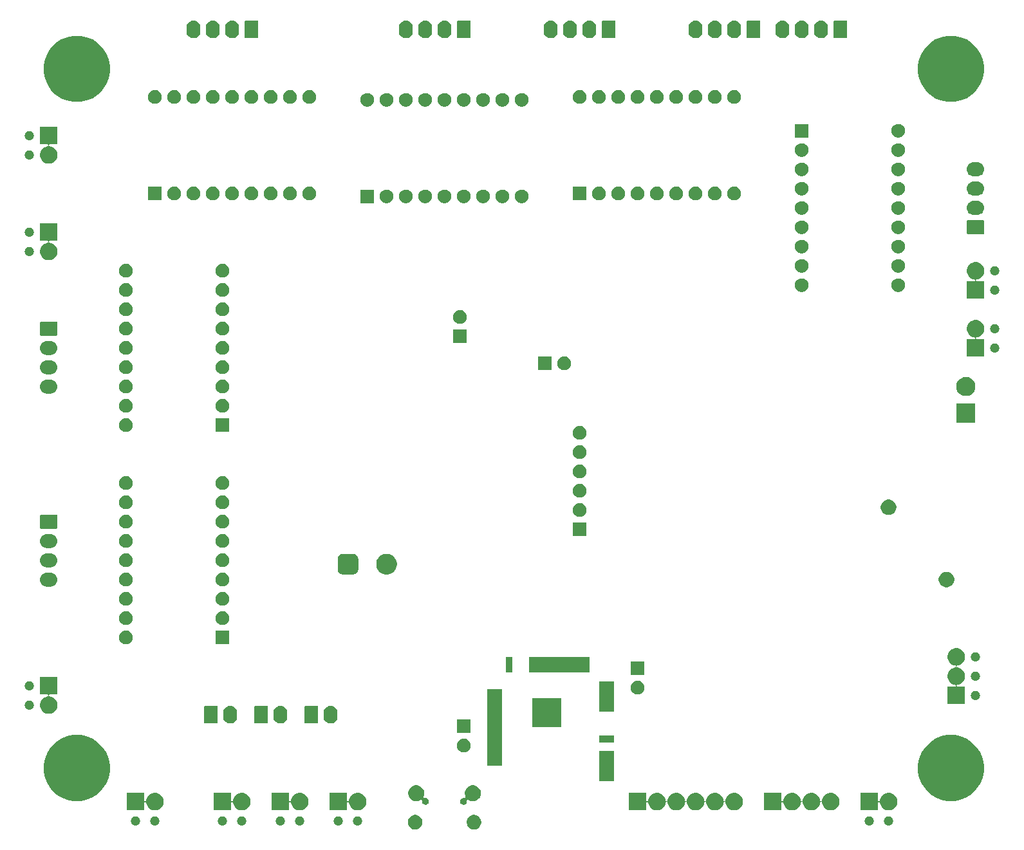
<source format=gbr>
G04 #@! TF.GenerationSoftware,KiCad,Pcbnew,(5.1.5)-3*
G04 #@! TF.CreationDate,2020-06-23T00:22:59+02:00*
G04 #@! TF.ProjectId,3D_Printer_Mainboard_STM32,33445f50-7269-46e7-9465-725f4d61696e,rev?*
G04 #@! TF.SameCoordinates,Original*
G04 #@! TF.FileFunction,Soldermask,Bot*
G04 #@! TF.FilePolarity,Negative*
%FSLAX46Y46*%
G04 Gerber Fmt 4.6, Leading zero omitted, Abs format (unit mm)*
G04 Created by KiCad (PCBNEW (5.1.5)-3) date 2020-06-23 00:22:59*
%MOMM*%
%LPD*%
G04 APERTURE LIST*
%ADD10C,0.100000*%
G04 APERTURE END LIST*
D10*
G36*
X95032395Y-142207546D02*
G01*
X95205466Y-142279234D01*
X95205467Y-142279235D01*
X95361227Y-142383310D01*
X95493690Y-142515773D01*
X95493691Y-142515775D01*
X95597766Y-142671534D01*
X95669454Y-142844605D01*
X95706000Y-143028333D01*
X95706000Y-143215667D01*
X95669454Y-143399395D01*
X95597766Y-143572466D01*
X95597765Y-143572467D01*
X95493690Y-143728227D01*
X95361227Y-143860690D01*
X95282818Y-143913081D01*
X95205466Y-143964766D01*
X95032395Y-144036454D01*
X94848667Y-144073000D01*
X94661333Y-144073000D01*
X94477605Y-144036454D01*
X94304534Y-143964766D01*
X94227182Y-143913081D01*
X94148773Y-143860690D01*
X94016310Y-143728227D01*
X93912235Y-143572467D01*
X93912234Y-143572466D01*
X93840546Y-143399395D01*
X93804000Y-143215667D01*
X93804000Y-143028333D01*
X93840546Y-142844605D01*
X93912234Y-142671534D01*
X94016309Y-142515775D01*
X94016310Y-142515773D01*
X94148773Y-142383310D01*
X94304533Y-142279235D01*
X94304534Y-142279234D01*
X94477605Y-142207546D01*
X94661333Y-142171000D01*
X94848667Y-142171000D01*
X95032395Y-142207546D01*
G37*
G36*
X87282395Y-142207546D02*
G01*
X87455466Y-142279234D01*
X87455467Y-142279235D01*
X87611227Y-142383310D01*
X87743690Y-142515773D01*
X87743691Y-142515775D01*
X87847766Y-142671534D01*
X87919454Y-142844605D01*
X87956000Y-143028333D01*
X87956000Y-143215667D01*
X87919454Y-143399395D01*
X87847766Y-143572466D01*
X87847765Y-143572467D01*
X87743690Y-143728227D01*
X87611227Y-143860690D01*
X87532818Y-143913081D01*
X87455466Y-143964766D01*
X87282395Y-144036454D01*
X87098667Y-144073000D01*
X86911333Y-144073000D01*
X86727605Y-144036454D01*
X86554534Y-143964766D01*
X86477182Y-143913081D01*
X86398773Y-143860690D01*
X86266310Y-143728227D01*
X86162235Y-143572467D01*
X86162234Y-143572466D01*
X86090546Y-143399395D01*
X86054000Y-143215667D01*
X86054000Y-143028333D01*
X86090546Y-142844605D01*
X86162234Y-142671534D01*
X86266309Y-142515775D01*
X86266310Y-142515773D01*
X86398773Y-142383310D01*
X86554533Y-142279235D01*
X86554534Y-142279234D01*
X86727605Y-142207546D01*
X86911333Y-142171000D01*
X87098667Y-142171000D01*
X87282395Y-142207546D01*
G37*
G36*
X149436601Y-142364397D02*
G01*
X149475305Y-142372096D01*
X149502375Y-142383309D01*
X149584680Y-142417400D01*
X149683115Y-142483173D01*
X149766827Y-142566885D01*
X149832600Y-142665320D01*
X149877904Y-142774696D01*
X149901000Y-142890805D01*
X149901000Y-143009195D01*
X149877904Y-143125304D01*
X149832600Y-143234680D01*
X149766827Y-143333115D01*
X149683115Y-143416827D01*
X149584680Y-143482600D01*
X149507340Y-143514635D01*
X149475305Y-143527904D01*
X149436601Y-143535603D01*
X149359195Y-143551000D01*
X149240805Y-143551000D01*
X149163399Y-143535603D01*
X149124695Y-143527904D01*
X149092660Y-143514635D01*
X149015320Y-143482600D01*
X148916885Y-143416827D01*
X148833173Y-143333115D01*
X148767400Y-143234680D01*
X148722096Y-143125304D01*
X148699000Y-143009195D01*
X148699000Y-142890805D01*
X148722096Y-142774696D01*
X148767400Y-142665320D01*
X148833173Y-142566885D01*
X148916885Y-142483173D01*
X149015320Y-142417400D01*
X149097625Y-142383309D01*
X149124695Y-142372096D01*
X149163399Y-142364397D01*
X149240805Y-142349000D01*
X149359195Y-142349000D01*
X149436601Y-142364397D01*
G37*
G36*
X61806601Y-142364397D02*
G01*
X61845305Y-142372096D01*
X61872375Y-142383309D01*
X61954680Y-142417400D01*
X62053115Y-142483173D01*
X62136827Y-142566885D01*
X62202600Y-142665320D01*
X62247904Y-142774696D01*
X62271000Y-142890805D01*
X62271000Y-143009195D01*
X62247904Y-143125304D01*
X62202600Y-143234680D01*
X62136827Y-143333115D01*
X62053115Y-143416827D01*
X61954680Y-143482600D01*
X61877340Y-143514635D01*
X61845305Y-143527904D01*
X61806601Y-143535603D01*
X61729195Y-143551000D01*
X61610805Y-143551000D01*
X61533399Y-143535603D01*
X61494695Y-143527904D01*
X61462660Y-143514635D01*
X61385320Y-143482600D01*
X61286885Y-143416827D01*
X61203173Y-143333115D01*
X61137400Y-143234680D01*
X61092096Y-143125304D01*
X61069000Y-143009195D01*
X61069000Y-142890805D01*
X61092096Y-142774696D01*
X61137400Y-142665320D01*
X61203173Y-142566885D01*
X61286885Y-142483173D01*
X61385320Y-142417400D01*
X61467625Y-142383309D01*
X61494695Y-142372096D01*
X61533399Y-142364397D01*
X61610805Y-142349000D01*
X61729195Y-142349000D01*
X61806601Y-142364397D01*
G37*
G36*
X50376601Y-142364397D02*
G01*
X50415305Y-142372096D01*
X50442375Y-142383309D01*
X50524680Y-142417400D01*
X50623115Y-142483173D01*
X50706827Y-142566885D01*
X50772600Y-142665320D01*
X50817904Y-142774696D01*
X50841000Y-142890805D01*
X50841000Y-143009195D01*
X50817904Y-143125304D01*
X50772600Y-143234680D01*
X50706827Y-143333115D01*
X50623115Y-143416827D01*
X50524680Y-143482600D01*
X50447340Y-143514635D01*
X50415305Y-143527904D01*
X50376601Y-143535603D01*
X50299195Y-143551000D01*
X50180805Y-143551000D01*
X50103399Y-143535603D01*
X50064695Y-143527904D01*
X50032660Y-143514635D01*
X49955320Y-143482600D01*
X49856885Y-143416827D01*
X49773173Y-143333115D01*
X49707400Y-143234680D01*
X49662096Y-143125304D01*
X49639000Y-143009195D01*
X49639000Y-142890805D01*
X49662096Y-142774696D01*
X49707400Y-142665320D01*
X49773173Y-142566885D01*
X49856885Y-142483173D01*
X49955320Y-142417400D01*
X50037625Y-142383309D01*
X50064695Y-142372096D01*
X50103399Y-142364397D01*
X50180805Y-142349000D01*
X50299195Y-142349000D01*
X50376601Y-142364397D01*
G37*
G36*
X52916601Y-142364397D02*
G01*
X52955305Y-142372096D01*
X52982375Y-142383309D01*
X53064680Y-142417400D01*
X53163115Y-142483173D01*
X53246827Y-142566885D01*
X53312600Y-142665320D01*
X53357904Y-142774696D01*
X53381000Y-142890805D01*
X53381000Y-143009195D01*
X53357904Y-143125304D01*
X53312600Y-143234680D01*
X53246827Y-143333115D01*
X53163115Y-143416827D01*
X53064680Y-143482600D01*
X52987340Y-143514635D01*
X52955305Y-143527904D01*
X52916601Y-143535603D01*
X52839195Y-143551000D01*
X52720805Y-143551000D01*
X52643399Y-143535603D01*
X52604695Y-143527904D01*
X52572660Y-143514635D01*
X52495320Y-143482600D01*
X52396885Y-143416827D01*
X52313173Y-143333115D01*
X52247400Y-143234680D01*
X52202096Y-143125304D01*
X52179000Y-143009195D01*
X52179000Y-142890805D01*
X52202096Y-142774696D01*
X52247400Y-142665320D01*
X52313173Y-142566885D01*
X52396885Y-142483173D01*
X52495320Y-142417400D01*
X52577625Y-142383309D01*
X52604695Y-142372096D01*
X52643399Y-142364397D01*
X52720805Y-142349000D01*
X52839195Y-142349000D01*
X52916601Y-142364397D01*
G37*
G36*
X64346601Y-142364397D02*
G01*
X64385305Y-142372096D01*
X64412375Y-142383309D01*
X64494680Y-142417400D01*
X64593115Y-142483173D01*
X64676827Y-142566885D01*
X64742600Y-142665320D01*
X64787904Y-142774696D01*
X64811000Y-142890805D01*
X64811000Y-143009195D01*
X64787904Y-143125304D01*
X64742600Y-143234680D01*
X64676827Y-143333115D01*
X64593115Y-143416827D01*
X64494680Y-143482600D01*
X64417340Y-143514635D01*
X64385305Y-143527904D01*
X64346601Y-143535603D01*
X64269195Y-143551000D01*
X64150805Y-143551000D01*
X64073399Y-143535603D01*
X64034695Y-143527904D01*
X64002660Y-143514635D01*
X63925320Y-143482600D01*
X63826885Y-143416827D01*
X63743173Y-143333115D01*
X63677400Y-143234680D01*
X63632096Y-143125304D01*
X63609000Y-143009195D01*
X63609000Y-142890805D01*
X63632096Y-142774696D01*
X63677400Y-142665320D01*
X63743173Y-142566885D01*
X63826885Y-142483173D01*
X63925320Y-142417400D01*
X64007625Y-142383309D01*
X64034695Y-142372096D01*
X64073399Y-142364397D01*
X64150805Y-142349000D01*
X64269195Y-142349000D01*
X64346601Y-142364397D01*
G37*
G36*
X69426601Y-142364397D02*
G01*
X69465305Y-142372096D01*
X69492375Y-142383309D01*
X69574680Y-142417400D01*
X69673115Y-142483173D01*
X69756827Y-142566885D01*
X69822600Y-142665320D01*
X69867904Y-142774696D01*
X69891000Y-142890805D01*
X69891000Y-143009195D01*
X69867904Y-143125304D01*
X69822600Y-143234680D01*
X69756827Y-143333115D01*
X69673115Y-143416827D01*
X69574680Y-143482600D01*
X69497340Y-143514635D01*
X69465305Y-143527904D01*
X69426601Y-143535603D01*
X69349195Y-143551000D01*
X69230805Y-143551000D01*
X69153399Y-143535603D01*
X69114695Y-143527904D01*
X69082660Y-143514635D01*
X69005320Y-143482600D01*
X68906885Y-143416827D01*
X68823173Y-143333115D01*
X68757400Y-143234680D01*
X68712096Y-143125304D01*
X68689000Y-143009195D01*
X68689000Y-142890805D01*
X68712096Y-142774696D01*
X68757400Y-142665320D01*
X68823173Y-142566885D01*
X68906885Y-142483173D01*
X69005320Y-142417400D01*
X69087625Y-142383309D01*
X69114695Y-142372096D01*
X69153399Y-142364397D01*
X69230805Y-142349000D01*
X69349195Y-142349000D01*
X69426601Y-142364397D01*
G37*
G36*
X77046601Y-142364397D02*
G01*
X77085305Y-142372096D01*
X77112375Y-142383309D01*
X77194680Y-142417400D01*
X77293115Y-142483173D01*
X77376827Y-142566885D01*
X77442600Y-142665320D01*
X77487904Y-142774696D01*
X77511000Y-142890805D01*
X77511000Y-143009195D01*
X77487904Y-143125304D01*
X77442600Y-143234680D01*
X77376827Y-143333115D01*
X77293115Y-143416827D01*
X77194680Y-143482600D01*
X77117340Y-143514635D01*
X77085305Y-143527904D01*
X77046601Y-143535603D01*
X76969195Y-143551000D01*
X76850805Y-143551000D01*
X76773399Y-143535603D01*
X76734695Y-143527904D01*
X76702660Y-143514635D01*
X76625320Y-143482600D01*
X76526885Y-143416827D01*
X76443173Y-143333115D01*
X76377400Y-143234680D01*
X76332096Y-143125304D01*
X76309000Y-143009195D01*
X76309000Y-142890805D01*
X76332096Y-142774696D01*
X76377400Y-142665320D01*
X76443173Y-142566885D01*
X76526885Y-142483173D01*
X76625320Y-142417400D01*
X76707625Y-142383309D01*
X76734695Y-142372096D01*
X76773399Y-142364397D01*
X76850805Y-142349000D01*
X76969195Y-142349000D01*
X77046601Y-142364397D01*
G37*
G36*
X79586601Y-142364397D02*
G01*
X79625305Y-142372096D01*
X79652375Y-142383309D01*
X79734680Y-142417400D01*
X79833115Y-142483173D01*
X79916827Y-142566885D01*
X79982600Y-142665320D01*
X80027904Y-142774696D01*
X80051000Y-142890805D01*
X80051000Y-143009195D01*
X80027904Y-143125304D01*
X79982600Y-143234680D01*
X79916827Y-143333115D01*
X79833115Y-143416827D01*
X79734680Y-143482600D01*
X79657340Y-143514635D01*
X79625305Y-143527904D01*
X79586601Y-143535603D01*
X79509195Y-143551000D01*
X79390805Y-143551000D01*
X79313399Y-143535603D01*
X79274695Y-143527904D01*
X79242660Y-143514635D01*
X79165320Y-143482600D01*
X79066885Y-143416827D01*
X78983173Y-143333115D01*
X78917400Y-143234680D01*
X78872096Y-143125304D01*
X78849000Y-143009195D01*
X78849000Y-142890805D01*
X78872096Y-142774696D01*
X78917400Y-142665320D01*
X78983173Y-142566885D01*
X79066885Y-142483173D01*
X79165320Y-142417400D01*
X79247625Y-142383309D01*
X79274695Y-142372096D01*
X79313399Y-142364397D01*
X79390805Y-142349000D01*
X79509195Y-142349000D01*
X79586601Y-142364397D01*
G37*
G36*
X146896601Y-142364397D02*
G01*
X146935305Y-142372096D01*
X146962375Y-142383309D01*
X147044680Y-142417400D01*
X147143115Y-142483173D01*
X147226827Y-142566885D01*
X147292600Y-142665320D01*
X147337904Y-142774696D01*
X147361000Y-142890805D01*
X147361000Y-143009195D01*
X147337904Y-143125304D01*
X147292600Y-143234680D01*
X147226827Y-143333115D01*
X147143115Y-143416827D01*
X147044680Y-143482600D01*
X146967340Y-143514635D01*
X146935305Y-143527904D01*
X146896601Y-143535603D01*
X146819195Y-143551000D01*
X146700805Y-143551000D01*
X146623399Y-143535603D01*
X146584695Y-143527904D01*
X146552660Y-143514635D01*
X146475320Y-143482600D01*
X146376885Y-143416827D01*
X146293173Y-143333115D01*
X146227400Y-143234680D01*
X146182096Y-143125304D01*
X146159000Y-143009195D01*
X146159000Y-142890805D01*
X146182096Y-142774696D01*
X146227400Y-142665320D01*
X146293173Y-142566885D01*
X146376885Y-142483173D01*
X146475320Y-142417400D01*
X146557625Y-142383309D01*
X146584695Y-142372096D01*
X146623399Y-142364397D01*
X146700805Y-142349000D01*
X146819195Y-142349000D01*
X146896601Y-142364397D01*
G37*
G36*
X71966601Y-142364397D02*
G01*
X72005305Y-142372096D01*
X72032375Y-142383309D01*
X72114680Y-142417400D01*
X72213115Y-142483173D01*
X72296827Y-142566885D01*
X72362600Y-142665320D01*
X72407904Y-142774696D01*
X72431000Y-142890805D01*
X72431000Y-143009195D01*
X72407904Y-143125304D01*
X72362600Y-143234680D01*
X72296827Y-143333115D01*
X72213115Y-143416827D01*
X72114680Y-143482600D01*
X72037340Y-143514635D01*
X72005305Y-143527904D01*
X71966601Y-143535603D01*
X71889195Y-143551000D01*
X71770805Y-143551000D01*
X71693399Y-143535603D01*
X71654695Y-143527904D01*
X71622660Y-143514635D01*
X71545320Y-143482600D01*
X71446885Y-143416827D01*
X71363173Y-143333115D01*
X71297400Y-143234680D01*
X71252096Y-143125304D01*
X71229000Y-143009195D01*
X71229000Y-142890805D01*
X71252096Y-142774696D01*
X71297400Y-142665320D01*
X71363173Y-142566885D01*
X71446885Y-142483173D01*
X71545320Y-142417400D01*
X71627625Y-142383309D01*
X71654695Y-142372096D01*
X71693399Y-142364397D01*
X71770805Y-142349000D01*
X71889195Y-142349000D01*
X71966601Y-142364397D01*
G37*
G36*
X70441000Y-140224007D02*
G01*
X70443402Y-140248393D01*
X70450515Y-140271842D01*
X70462066Y-140293453D01*
X70477611Y-140312395D01*
X70496553Y-140327940D01*
X70518164Y-140339491D01*
X70541613Y-140346604D01*
X70565999Y-140349006D01*
X70590385Y-140346604D01*
X70613834Y-140339491D01*
X70635445Y-140327940D01*
X70654387Y-140312395D01*
X70669932Y-140293453D01*
X70681483Y-140271842D01*
X70688596Y-140248393D01*
X70710482Y-140138365D01*
X70723232Y-140074266D01*
X70809997Y-139864797D01*
X70935960Y-139676280D01*
X71096280Y-139515960D01*
X71284797Y-139389997D01*
X71309794Y-139379643D01*
X71346150Y-139364584D01*
X71494266Y-139303232D01*
X71639496Y-139274344D01*
X71716635Y-139259000D01*
X71943365Y-139259000D01*
X72020504Y-139274344D01*
X72165734Y-139303232D01*
X72313850Y-139364584D01*
X72350207Y-139379643D01*
X72375203Y-139389997D01*
X72563720Y-139515960D01*
X72724040Y-139676280D01*
X72850003Y-139864797D01*
X72936768Y-140074266D01*
X72949518Y-140138365D01*
X72976976Y-140276403D01*
X72981000Y-140296636D01*
X72981000Y-140523364D01*
X72936768Y-140745734D01*
X72850003Y-140955203D01*
X72724040Y-141143720D01*
X72563720Y-141304040D01*
X72375203Y-141430003D01*
X72165734Y-141516768D01*
X72054549Y-141538884D01*
X71943365Y-141561000D01*
X71716635Y-141561000D01*
X71605451Y-141538884D01*
X71494266Y-141516768D01*
X71284797Y-141430003D01*
X71096280Y-141304040D01*
X70935960Y-141143720D01*
X70809997Y-140955203D01*
X70723232Y-140745734D01*
X70688596Y-140571607D01*
X70681483Y-140548158D01*
X70669932Y-140526547D01*
X70654387Y-140507605D01*
X70635445Y-140492060D01*
X70613834Y-140480509D01*
X70590385Y-140473396D01*
X70565999Y-140470994D01*
X70541613Y-140473396D01*
X70518164Y-140480509D01*
X70496553Y-140492060D01*
X70477611Y-140507605D01*
X70462066Y-140526547D01*
X70450515Y-140548158D01*
X70443402Y-140571607D01*
X70441000Y-140595993D01*
X70441000Y-141561000D01*
X68139000Y-141561000D01*
X68139000Y-139259000D01*
X70441000Y-139259000D01*
X70441000Y-140224007D01*
G37*
G36*
X51391000Y-140224007D02*
G01*
X51393402Y-140248393D01*
X51400515Y-140271842D01*
X51412066Y-140293453D01*
X51427611Y-140312395D01*
X51446553Y-140327940D01*
X51468164Y-140339491D01*
X51491613Y-140346604D01*
X51515999Y-140349006D01*
X51540385Y-140346604D01*
X51563834Y-140339491D01*
X51585445Y-140327940D01*
X51604387Y-140312395D01*
X51619932Y-140293453D01*
X51631483Y-140271842D01*
X51638596Y-140248393D01*
X51660482Y-140138365D01*
X51673232Y-140074266D01*
X51759997Y-139864797D01*
X51885960Y-139676280D01*
X52046280Y-139515960D01*
X52234797Y-139389997D01*
X52259794Y-139379643D01*
X52296150Y-139364584D01*
X52444266Y-139303232D01*
X52589496Y-139274344D01*
X52666635Y-139259000D01*
X52893365Y-139259000D01*
X52970504Y-139274344D01*
X53115734Y-139303232D01*
X53263850Y-139364584D01*
X53300207Y-139379643D01*
X53325203Y-139389997D01*
X53513720Y-139515960D01*
X53674040Y-139676280D01*
X53800003Y-139864797D01*
X53886768Y-140074266D01*
X53899518Y-140138365D01*
X53926976Y-140276403D01*
X53931000Y-140296636D01*
X53931000Y-140523364D01*
X53886768Y-140745734D01*
X53800003Y-140955203D01*
X53674040Y-141143720D01*
X53513720Y-141304040D01*
X53325203Y-141430003D01*
X53115734Y-141516768D01*
X53004549Y-141538884D01*
X52893365Y-141561000D01*
X52666635Y-141561000D01*
X52555451Y-141538884D01*
X52444266Y-141516768D01*
X52234797Y-141430003D01*
X52046280Y-141304040D01*
X51885960Y-141143720D01*
X51759997Y-140955203D01*
X51673232Y-140745734D01*
X51638596Y-140571607D01*
X51631483Y-140548158D01*
X51619932Y-140526547D01*
X51604387Y-140507605D01*
X51585445Y-140492060D01*
X51563834Y-140480509D01*
X51540385Y-140473396D01*
X51515999Y-140470994D01*
X51491613Y-140473396D01*
X51468164Y-140480509D01*
X51446553Y-140492060D01*
X51427611Y-140507605D01*
X51412066Y-140526547D01*
X51400515Y-140548158D01*
X51393402Y-140571607D01*
X51391000Y-140595993D01*
X51391000Y-141561000D01*
X49089000Y-141561000D01*
X49089000Y-139259000D01*
X51391000Y-139259000D01*
X51391000Y-140224007D01*
G37*
G36*
X62821000Y-140224007D02*
G01*
X62823402Y-140248393D01*
X62830515Y-140271842D01*
X62842066Y-140293453D01*
X62857611Y-140312395D01*
X62876553Y-140327940D01*
X62898164Y-140339491D01*
X62921613Y-140346604D01*
X62945999Y-140349006D01*
X62970385Y-140346604D01*
X62993834Y-140339491D01*
X63015445Y-140327940D01*
X63034387Y-140312395D01*
X63049932Y-140293453D01*
X63061483Y-140271842D01*
X63068596Y-140248393D01*
X63090482Y-140138365D01*
X63103232Y-140074266D01*
X63189997Y-139864797D01*
X63315960Y-139676280D01*
X63476280Y-139515960D01*
X63664797Y-139389997D01*
X63689794Y-139379643D01*
X63726150Y-139364584D01*
X63874266Y-139303232D01*
X64019496Y-139274344D01*
X64096635Y-139259000D01*
X64323365Y-139259000D01*
X64400504Y-139274344D01*
X64545734Y-139303232D01*
X64693850Y-139364584D01*
X64730207Y-139379643D01*
X64755203Y-139389997D01*
X64943720Y-139515960D01*
X65104040Y-139676280D01*
X65230003Y-139864797D01*
X65316768Y-140074266D01*
X65329518Y-140138365D01*
X65356976Y-140276403D01*
X65361000Y-140296636D01*
X65361000Y-140523364D01*
X65316768Y-140745734D01*
X65230003Y-140955203D01*
X65104040Y-141143720D01*
X64943720Y-141304040D01*
X64755203Y-141430003D01*
X64545734Y-141516768D01*
X64434549Y-141538884D01*
X64323365Y-141561000D01*
X64096635Y-141561000D01*
X63985451Y-141538884D01*
X63874266Y-141516768D01*
X63664797Y-141430003D01*
X63476280Y-141304040D01*
X63315960Y-141143720D01*
X63189997Y-140955203D01*
X63103232Y-140745734D01*
X63068596Y-140571607D01*
X63061483Y-140548158D01*
X63049932Y-140526547D01*
X63034387Y-140507605D01*
X63015445Y-140492060D01*
X62993834Y-140480509D01*
X62970385Y-140473396D01*
X62945999Y-140470994D01*
X62921613Y-140473396D01*
X62898164Y-140480509D01*
X62876553Y-140492060D01*
X62857611Y-140507605D01*
X62842066Y-140526547D01*
X62830515Y-140548158D01*
X62823402Y-140571607D01*
X62821000Y-140595993D01*
X62821000Y-141561000D01*
X60519000Y-141561000D01*
X60519000Y-139259000D01*
X62821000Y-139259000D01*
X62821000Y-140224007D01*
G37*
G36*
X78061000Y-140224007D02*
G01*
X78063402Y-140248393D01*
X78070515Y-140271842D01*
X78082066Y-140293453D01*
X78097611Y-140312395D01*
X78116553Y-140327940D01*
X78138164Y-140339491D01*
X78161613Y-140346604D01*
X78185999Y-140349006D01*
X78210385Y-140346604D01*
X78233834Y-140339491D01*
X78255445Y-140327940D01*
X78274387Y-140312395D01*
X78289932Y-140293453D01*
X78301483Y-140271842D01*
X78308596Y-140248393D01*
X78330482Y-140138365D01*
X78343232Y-140074266D01*
X78429997Y-139864797D01*
X78555960Y-139676280D01*
X78716280Y-139515960D01*
X78904797Y-139389997D01*
X78929794Y-139379643D01*
X78966150Y-139364584D01*
X79114266Y-139303232D01*
X79259496Y-139274344D01*
X79336635Y-139259000D01*
X79563365Y-139259000D01*
X79640504Y-139274344D01*
X79785734Y-139303232D01*
X79933850Y-139364584D01*
X79970207Y-139379643D01*
X79995203Y-139389997D01*
X80183720Y-139515960D01*
X80344040Y-139676280D01*
X80470003Y-139864797D01*
X80556768Y-140074266D01*
X80569518Y-140138365D01*
X80596976Y-140276403D01*
X80601000Y-140296636D01*
X80601000Y-140523364D01*
X80556768Y-140745734D01*
X80470003Y-140955203D01*
X80344040Y-141143720D01*
X80183720Y-141304040D01*
X79995203Y-141430003D01*
X79785734Y-141516768D01*
X79674549Y-141538884D01*
X79563365Y-141561000D01*
X79336635Y-141561000D01*
X79225451Y-141538884D01*
X79114266Y-141516768D01*
X78904797Y-141430003D01*
X78716280Y-141304040D01*
X78555960Y-141143720D01*
X78429997Y-140955203D01*
X78343232Y-140745734D01*
X78308596Y-140571607D01*
X78301483Y-140548158D01*
X78289932Y-140526547D01*
X78274387Y-140507605D01*
X78255445Y-140492060D01*
X78233834Y-140480509D01*
X78210385Y-140473396D01*
X78185999Y-140470994D01*
X78161613Y-140473396D01*
X78138164Y-140480509D01*
X78116553Y-140492060D01*
X78097611Y-140507605D01*
X78082066Y-140526547D01*
X78070515Y-140548158D01*
X78063402Y-140571607D01*
X78061000Y-140595993D01*
X78061000Y-141561000D01*
X75759000Y-141561000D01*
X75759000Y-139259000D01*
X78061000Y-139259000D01*
X78061000Y-140224007D01*
G37*
G36*
X147911000Y-140224007D02*
G01*
X147913402Y-140248393D01*
X147920515Y-140271842D01*
X147932066Y-140293453D01*
X147947611Y-140312395D01*
X147966553Y-140327940D01*
X147988164Y-140339491D01*
X148011613Y-140346604D01*
X148035999Y-140349006D01*
X148060385Y-140346604D01*
X148083834Y-140339491D01*
X148105445Y-140327940D01*
X148124387Y-140312395D01*
X148139932Y-140293453D01*
X148151483Y-140271842D01*
X148158596Y-140248393D01*
X148180482Y-140138365D01*
X148193232Y-140074266D01*
X148279997Y-139864797D01*
X148405960Y-139676280D01*
X148566280Y-139515960D01*
X148754797Y-139389997D01*
X148779794Y-139379643D01*
X148816150Y-139364584D01*
X148964266Y-139303232D01*
X149109496Y-139274344D01*
X149186635Y-139259000D01*
X149413365Y-139259000D01*
X149490504Y-139274344D01*
X149635734Y-139303232D01*
X149783850Y-139364584D01*
X149820207Y-139379643D01*
X149845203Y-139389997D01*
X150033720Y-139515960D01*
X150194040Y-139676280D01*
X150320003Y-139864797D01*
X150406768Y-140074266D01*
X150419518Y-140138365D01*
X150446976Y-140276403D01*
X150451000Y-140296636D01*
X150451000Y-140523364D01*
X150406768Y-140745734D01*
X150320003Y-140955203D01*
X150194040Y-141143720D01*
X150033720Y-141304040D01*
X149845203Y-141430003D01*
X149635734Y-141516768D01*
X149524549Y-141538884D01*
X149413365Y-141561000D01*
X149186635Y-141561000D01*
X149075451Y-141538884D01*
X148964266Y-141516768D01*
X148754797Y-141430003D01*
X148566280Y-141304040D01*
X148405960Y-141143720D01*
X148279997Y-140955203D01*
X148193232Y-140745734D01*
X148158596Y-140571607D01*
X148151483Y-140548158D01*
X148139932Y-140526547D01*
X148124387Y-140507605D01*
X148105445Y-140492060D01*
X148083834Y-140480509D01*
X148060385Y-140473396D01*
X148035999Y-140470994D01*
X148011613Y-140473396D01*
X147988164Y-140480509D01*
X147966553Y-140492060D01*
X147947611Y-140507605D01*
X147932066Y-140526547D01*
X147920515Y-140548158D01*
X147913402Y-140571607D01*
X147911000Y-140595993D01*
X147911000Y-141561000D01*
X145609000Y-141561000D01*
X145609000Y-139259000D01*
X147911000Y-139259000D01*
X147911000Y-140224007D01*
G37*
G36*
X135211000Y-140224007D02*
G01*
X135213402Y-140248393D01*
X135220515Y-140271842D01*
X135232066Y-140293453D01*
X135247611Y-140312395D01*
X135266553Y-140327940D01*
X135288164Y-140339491D01*
X135311613Y-140346604D01*
X135335999Y-140349006D01*
X135360385Y-140346604D01*
X135383834Y-140339491D01*
X135405445Y-140327940D01*
X135424387Y-140312395D01*
X135439932Y-140293453D01*
X135451483Y-140271842D01*
X135458596Y-140248393D01*
X135480482Y-140138365D01*
X135493232Y-140074266D01*
X135579997Y-139864797D01*
X135705960Y-139676280D01*
X135866280Y-139515960D01*
X136054797Y-139389997D01*
X136079794Y-139379643D01*
X136116150Y-139364584D01*
X136264266Y-139303232D01*
X136409496Y-139274344D01*
X136486635Y-139259000D01*
X136713365Y-139259000D01*
X136790504Y-139274344D01*
X136935734Y-139303232D01*
X137083850Y-139364584D01*
X137120207Y-139379643D01*
X137145203Y-139389997D01*
X137333720Y-139515960D01*
X137494040Y-139676280D01*
X137620003Y-139864797D01*
X137706768Y-140074266D01*
X137719518Y-140138365D01*
X137747403Y-140278552D01*
X137754516Y-140302001D01*
X137766067Y-140323612D01*
X137781612Y-140342554D01*
X137800554Y-140358099D01*
X137822165Y-140369650D01*
X137845614Y-140376763D01*
X137870000Y-140379165D01*
X137894386Y-140376763D01*
X137917835Y-140369650D01*
X137939446Y-140358099D01*
X137958388Y-140342554D01*
X137973933Y-140323612D01*
X137985484Y-140302001D01*
X137992597Y-140278552D01*
X138020482Y-140138365D01*
X138033232Y-140074266D01*
X138119997Y-139864797D01*
X138245960Y-139676280D01*
X138406280Y-139515960D01*
X138594797Y-139389997D01*
X138619794Y-139379643D01*
X138656150Y-139364584D01*
X138804266Y-139303232D01*
X138949496Y-139274344D01*
X139026635Y-139259000D01*
X139253365Y-139259000D01*
X139330504Y-139274344D01*
X139475734Y-139303232D01*
X139623850Y-139364584D01*
X139660207Y-139379643D01*
X139685203Y-139389997D01*
X139873720Y-139515960D01*
X140034040Y-139676280D01*
X140160003Y-139864797D01*
X140246768Y-140074266D01*
X140259518Y-140138365D01*
X140287403Y-140278552D01*
X140294516Y-140302001D01*
X140306067Y-140323612D01*
X140321612Y-140342554D01*
X140340554Y-140358099D01*
X140362165Y-140369650D01*
X140385614Y-140376763D01*
X140410000Y-140379165D01*
X140434386Y-140376763D01*
X140457835Y-140369650D01*
X140479446Y-140358099D01*
X140498388Y-140342554D01*
X140513933Y-140323612D01*
X140525484Y-140302001D01*
X140532597Y-140278552D01*
X140560482Y-140138365D01*
X140573232Y-140074266D01*
X140659997Y-139864797D01*
X140785960Y-139676280D01*
X140946280Y-139515960D01*
X141134797Y-139389997D01*
X141159794Y-139379643D01*
X141196150Y-139364584D01*
X141344266Y-139303232D01*
X141489496Y-139274344D01*
X141566635Y-139259000D01*
X141793365Y-139259000D01*
X141870504Y-139274344D01*
X142015734Y-139303232D01*
X142163850Y-139364584D01*
X142200207Y-139379643D01*
X142225203Y-139389997D01*
X142413720Y-139515960D01*
X142574040Y-139676280D01*
X142700003Y-139864797D01*
X142786768Y-140074266D01*
X142799518Y-140138365D01*
X142826976Y-140276403D01*
X142831000Y-140296636D01*
X142831000Y-140523364D01*
X142786768Y-140745734D01*
X142700003Y-140955203D01*
X142574040Y-141143720D01*
X142413720Y-141304040D01*
X142225203Y-141430003D01*
X142015734Y-141516768D01*
X141904549Y-141538884D01*
X141793365Y-141561000D01*
X141566635Y-141561000D01*
X141455451Y-141538884D01*
X141344266Y-141516768D01*
X141134797Y-141430003D01*
X140946280Y-141304040D01*
X140785960Y-141143720D01*
X140659997Y-140955203D01*
X140573232Y-140745734D01*
X140532597Y-140541448D01*
X140525484Y-140517999D01*
X140513933Y-140496388D01*
X140498388Y-140477446D01*
X140479446Y-140461901D01*
X140457835Y-140450350D01*
X140434386Y-140443237D01*
X140410000Y-140440835D01*
X140385614Y-140443237D01*
X140362165Y-140450350D01*
X140340554Y-140461901D01*
X140321612Y-140477446D01*
X140306067Y-140496388D01*
X140294516Y-140517999D01*
X140287403Y-140541448D01*
X140246768Y-140745734D01*
X140160003Y-140955203D01*
X140034040Y-141143720D01*
X139873720Y-141304040D01*
X139685203Y-141430003D01*
X139475734Y-141516768D01*
X139364549Y-141538884D01*
X139253365Y-141561000D01*
X139026635Y-141561000D01*
X138915451Y-141538884D01*
X138804266Y-141516768D01*
X138594797Y-141430003D01*
X138406280Y-141304040D01*
X138245960Y-141143720D01*
X138119997Y-140955203D01*
X138033232Y-140745734D01*
X137992597Y-140541448D01*
X137985484Y-140517999D01*
X137973933Y-140496388D01*
X137958388Y-140477446D01*
X137939446Y-140461901D01*
X137917835Y-140450350D01*
X137894386Y-140443237D01*
X137870000Y-140440835D01*
X137845614Y-140443237D01*
X137822165Y-140450350D01*
X137800554Y-140461901D01*
X137781612Y-140477446D01*
X137766067Y-140496388D01*
X137754516Y-140517999D01*
X137747403Y-140541448D01*
X137706768Y-140745734D01*
X137620003Y-140955203D01*
X137494040Y-141143720D01*
X137333720Y-141304040D01*
X137145203Y-141430003D01*
X136935734Y-141516768D01*
X136824549Y-141538884D01*
X136713365Y-141561000D01*
X136486635Y-141561000D01*
X136375451Y-141538884D01*
X136264266Y-141516768D01*
X136054797Y-141430003D01*
X135866280Y-141304040D01*
X135705960Y-141143720D01*
X135579997Y-140955203D01*
X135493232Y-140745734D01*
X135458596Y-140571607D01*
X135451483Y-140548158D01*
X135439932Y-140526547D01*
X135424387Y-140507605D01*
X135405445Y-140492060D01*
X135383834Y-140480509D01*
X135360385Y-140473396D01*
X135335999Y-140470994D01*
X135311613Y-140473396D01*
X135288164Y-140480509D01*
X135266553Y-140492060D01*
X135247611Y-140507605D01*
X135232066Y-140526547D01*
X135220515Y-140548158D01*
X135213402Y-140571607D01*
X135211000Y-140595993D01*
X135211000Y-141561000D01*
X132909000Y-141561000D01*
X132909000Y-139259000D01*
X135211000Y-139259000D01*
X135211000Y-140224007D01*
G37*
G36*
X117431000Y-140224007D02*
G01*
X117433402Y-140248393D01*
X117440515Y-140271842D01*
X117452066Y-140293453D01*
X117467611Y-140312395D01*
X117486553Y-140327940D01*
X117508164Y-140339491D01*
X117531613Y-140346604D01*
X117555999Y-140349006D01*
X117580385Y-140346604D01*
X117603834Y-140339491D01*
X117625445Y-140327940D01*
X117644387Y-140312395D01*
X117659932Y-140293453D01*
X117671483Y-140271842D01*
X117678596Y-140248393D01*
X117700482Y-140138365D01*
X117713232Y-140074266D01*
X117799997Y-139864797D01*
X117925960Y-139676280D01*
X118086280Y-139515960D01*
X118274797Y-139389997D01*
X118299794Y-139379643D01*
X118336150Y-139364584D01*
X118484266Y-139303232D01*
X118629496Y-139274344D01*
X118706635Y-139259000D01*
X118933365Y-139259000D01*
X119010504Y-139274344D01*
X119155734Y-139303232D01*
X119303850Y-139364584D01*
X119340207Y-139379643D01*
X119365203Y-139389997D01*
X119553720Y-139515960D01*
X119714040Y-139676280D01*
X119840003Y-139864797D01*
X119926768Y-140074266D01*
X119939518Y-140138365D01*
X119967403Y-140278552D01*
X119974516Y-140302001D01*
X119986067Y-140323612D01*
X120001612Y-140342554D01*
X120020554Y-140358099D01*
X120042165Y-140369650D01*
X120065614Y-140376763D01*
X120090000Y-140379165D01*
X120114386Y-140376763D01*
X120137835Y-140369650D01*
X120159446Y-140358099D01*
X120178388Y-140342554D01*
X120193933Y-140323612D01*
X120205484Y-140302001D01*
X120212597Y-140278552D01*
X120240482Y-140138365D01*
X120253232Y-140074266D01*
X120339997Y-139864797D01*
X120465960Y-139676280D01*
X120626280Y-139515960D01*
X120814797Y-139389997D01*
X120839794Y-139379643D01*
X120876150Y-139364584D01*
X121024266Y-139303232D01*
X121169496Y-139274344D01*
X121246635Y-139259000D01*
X121473365Y-139259000D01*
X121550504Y-139274344D01*
X121695734Y-139303232D01*
X121843850Y-139364584D01*
X121880207Y-139379643D01*
X121905203Y-139389997D01*
X122093720Y-139515960D01*
X122254040Y-139676280D01*
X122380003Y-139864797D01*
X122466768Y-140074266D01*
X122479518Y-140138365D01*
X122507403Y-140278552D01*
X122514516Y-140302001D01*
X122526067Y-140323612D01*
X122541612Y-140342554D01*
X122560554Y-140358099D01*
X122582165Y-140369650D01*
X122605614Y-140376763D01*
X122630000Y-140379165D01*
X122654386Y-140376763D01*
X122677835Y-140369650D01*
X122699446Y-140358099D01*
X122718388Y-140342554D01*
X122733933Y-140323612D01*
X122745484Y-140302001D01*
X122752597Y-140278552D01*
X122780482Y-140138365D01*
X122793232Y-140074266D01*
X122879997Y-139864797D01*
X123005960Y-139676280D01*
X123166280Y-139515960D01*
X123354797Y-139389997D01*
X123379794Y-139379643D01*
X123416150Y-139364584D01*
X123564266Y-139303232D01*
X123709496Y-139274344D01*
X123786635Y-139259000D01*
X124013365Y-139259000D01*
X124090504Y-139274344D01*
X124235734Y-139303232D01*
X124383850Y-139364584D01*
X124420207Y-139379643D01*
X124445203Y-139389997D01*
X124633720Y-139515960D01*
X124794040Y-139676280D01*
X124920003Y-139864797D01*
X125006768Y-140074266D01*
X125019518Y-140138365D01*
X125047403Y-140278552D01*
X125054516Y-140302001D01*
X125066067Y-140323612D01*
X125081612Y-140342554D01*
X125100554Y-140358099D01*
X125122165Y-140369650D01*
X125145614Y-140376763D01*
X125170000Y-140379165D01*
X125194386Y-140376763D01*
X125217835Y-140369650D01*
X125239446Y-140358099D01*
X125258388Y-140342554D01*
X125273933Y-140323612D01*
X125285484Y-140302001D01*
X125292597Y-140278552D01*
X125320482Y-140138365D01*
X125333232Y-140074266D01*
X125419997Y-139864797D01*
X125545960Y-139676280D01*
X125706280Y-139515960D01*
X125894797Y-139389997D01*
X125919794Y-139379643D01*
X125956150Y-139364584D01*
X126104266Y-139303232D01*
X126249496Y-139274344D01*
X126326635Y-139259000D01*
X126553365Y-139259000D01*
X126630504Y-139274344D01*
X126775734Y-139303232D01*
X126923850Y-139364584D01*
X126960207Y-139379643D01*
X126985203Y-139389997D01*
X127173720Y-139515960D01*
X127334040Y-139676280D01*
X127460003Y-139864797D01*
X127546768Y-140074266D01*
X127559518Y-140138365D01*
X127587403Y-140278552D01*
X127594516Y-140302001D01*
X127606067Y-140323612D01*
X127621612Y-140342554D01*
X127640554Y-140358099D01*
X127662165Y-140369650D01*
X127685614Y-140376763D01*
X127710000Y-140379165D01*
X127734386Y-140376763D01*
X127757835Y-140369650D01*
X127779446Y-140358099D01*
X127798388Y-140342554D01*
X127813933Y-140323612D01*
X127825484Y-140302001D01*
X127832597Y-140278552D01*
X127860482Y-140138365D01*
X127873232Y-140074266D01*
X127959997Y-139864797D01*
X128085960Y-139676280D01*
X128246280Y-139515960D01*
X128434797Y-139389997D01*
X128459794Y-139379643D01*
X128496150Y-139364584D01*
X128644266Y-139303232D01*
X128789496Y-139274344D01*
X128866635Y-139259000D01*
X129093365Y-139259000D01*
X129170504Y-139274344D01*
X129315734Y-139303232D01*
X129463850Y-139364584D01*
X129500207Y-139379643D01*
X129525203Y-139389997D01*
X129713720Y-139515960D01*
X129874040Y-139676280D01*
X130000003Y-139864797D01*
X130086768Y-140074266D01*
X130099518Y-140138365D01*
X130126976Y-140276403D01*
X130131000Y-140296636D01*
X130131000Y-140523364D01*
X130086768Y-140745734D01*
X130000003Y-140955203D01*
X129874040Y-141143720D01*
X129713720Y-141304040D01*
X129525203Y-141430003D01*
X129315734Y-141516768D01*
X129204549Y-141538884D01*
X129093365Y-141561000D01*
X128866635Y-141561000D01*
X128755451Y-141538884D01*
X128644266Y-141516768D01*
X128434797Y-141430003D01*
X128246280Y-141304040D01*
X128085960Y-141143720D01*
X127959997Y-140955203D01*
X127873232Y-140745734D01*
X127832597Y-140541448D01*
X127825484Y-140517999D01*
X127813933Y-140496388D01*
X127798388Y-140477446D01*
X127779446Y-140461901D01*
X127757835Y-140450350D01*
X127734386Y-140443237D01*
X127710000Y-140440835D01*
X127685614Y-140443237D01*
X127662165Y-140450350D01*
X127640554Y-140461901D01*
X127621612Y-140477446D01*
X127606067Y-140496388D01*
X127594516Y-140517999D01*
X127587403Y-140541448D01*
X127546768Y-140745734D01*
X127460003Y-140955203D01*
X127334040Y-141143720D01*
X127173720Y-141304040D01*
X126985203Y-141430003D01*
X126775734Y-141516768D01*
X126664549Y-141538884D01*
X126553365Y-141561000D01*
X126326635Y-141561000D01*
X126215451Y-141538884D01*
X126104266Y-141516768D01*
X125894797Y-141430003D01*
X125706280Y-141304040D01*
X125545960Y-141143720D01*
X125419997Y-140955203D01*
X125333232Y-140745734D01*
X125292597Y-140541448D01*
X125285484Y-140517999D01*
X125273933Y-140496388D01*
X125258388Y-140477446D01*
X125239446Y-140461901D01*
X125217835Y-140450350D01*
X125194386Y-140443237D01*
X125170000Y-140440835D01*
X125145614Y-140443237D01*
X125122165Y-140450350D01*
X125100554Y-140461901D01*
X125081612Y-140477446D01*
X125066067Y-140496388D01*
X125054516Y-140517999D01*
X125047403Y-140541448D01*
X125006768Y-140745734D01*
X124920003Y-140955203D01*
X124794040Y-141143720D01*
X124633720Y-141304040D01*
X124445203Y-141430003D01*
X124235734Y-141516768D01*
X124124549Y-141538884D01*
X124013365Y-141561000D01*
X123786635Y-141561000D01*
X123675451Y-141538884D01*
X123564266Y-141516768D01*
X123354797Y-141430003D01*
X123166280Y-141304040D01*
X123005960Y-141143720D01*
X122879997Y-140955203D01*
X122793232Y-140745734D01*
X122752597Y-140541448D01*
X122745484Y-140517999D01*
X122733933Y-140496388D01*
X122718388Y-140477446D01*
X122699446Y-140461901D01*
X122677835Y-140450350D01*
X122654386Y-140443237D01*
X122630000Y-140440835D01*
X122605614Y-140443237D01*
X122582165Y-140450350D01*
X122560554Y-140461901D01*
X122541612Y-140477446D01*
X122526067Y-140496388D01*
X122514516Y-140517999D01*
X122507403Y-140541448D01*
X122466768Y-140745734D01*
X122380003Y-140955203D01*
X122254040Y-141143720D01*
X122093720Y-141304040D01*
X121905203Y-141430003D01*
X121695734Y-141516768D01*
X121584549Y-141538884D01*
X121473365Y-141561000D01*
X121246635Y-141561000D01*
X121135451Y-141538884D01*
X121024266Y-141516768D01*
X120814797Y-141430003D01*
X120626280Y-141304040D01*
X120465960Y-141143720D01*
X120339997Y-140955203D01*
X120253232Y-140745734D01*
X120212597Y-140541448D01*
X120205484Y-140517999D01*
X120193933Y-140496388D01*
X120178388Y-140477446D01*
X120159446Y-140461901D01*
X120137835Y-140450350D01*
X120114386Y-140443237D01*
X120090000Y-140440835D01*
X120065614Y-140443237D01*
X120042165Y-140450350D01*
X120020554Y-140461901D01*
X120001612Y-140477446D01*
X119986067Y-140496388D01*
X119974516Y-140517999D01*
X119967403Y-140541448D01*
X119926768Y-140745734D01*
X119840003Y-140955203D01*
X119714040Y-141143720D01*
X119553720Y-141304040D01*
X119365203Y-141430003D01*
X119155734Y-141516768D01*
X119044549Y-141538884D01*
X118933365Y-141561000D01*
X118706635Y-141561000D01*
X118595451Y-141538884D01*
X118484266Y-141516768D01*
X118274797Y-141430003D01*
X118086280Y-141304040D01*
X117925960Y-141143720D01*
X117799997Y-140955203D01*
X117713232Y-140745734D01*
X117678596Y-140571607D01*
X117671483Y-140548158D01*
X117659932Y-140526547D01*
X117644387Y-140507605D01*
X117625445Y-140492060D01*
X117603834Y-140480509D01*
X117580385Y-140473396D01*
X117555999Y-140470994D01*
X117531613Y-140473396D01*
X117508164Y-140480509D01*
X117486553Y-140492060D01*
X117467611Y-140507605D01*
X117452066Y-140526547D01*
X117440515Y-140548158D01*
X117433402Y-140571607D01*
X117431000Y-140595993D01*
X117431000Y-141561000D01*
X115129000Y-141561000D01*
X115129000Y-139259000D01*
X117431000Y-139259000D01*
X117431000Y-140224007D01*
G37*
G36*
X87461564Y-138311389D02*
G01*
X87652833Y-138390615D01*
X87652835Y-138390616D01*
X87824973Y-138505635D01*
X87971365Y-138652027D01*
X88052598Y-138773600D01*
X88086385Y-138824167D01*
X88165611Y-139015436D01*
X88206000Y-139218484D01*
X88206000Y-139425516D01*
X88165611Y-139628565D01*
X88107836Y-139768047D01*
X88100723Y-139791496D01*
X88098321Y-139815882D01*
X88100723Y-139840269D01*
X88107836Y-139863717D01*
X88119387Y-139885328D01*
X88134933Y-139904270D01*
X88153875Y-139919815D01*
X88175485Y-139931366D01*
X88198934Y-139938479D01*
X88223320Y-139940881D01*
X88247706Y-139938479D01*
X88335579Y-139921000D01*
X88424421Y-139921000D01*
X88511552Y-139938331D01*
X88593627Y-139972328D01*
X88593629Y-139972329D01*
X88623028Y-139991973D01*
X88667495Y-140021685D01*
X88730315Y-140084505D01*
X88779672Y-140158373D01*
X88813669Y-140240448D01*
X88831000Y-140327579D01*
X88831000Y-140416421D01*
X88813669Y-140503552D01*
X88795192Y-140548158D01*
X88779671Y-140585629D01*
X88730314Y-140659496D01*
X88667496Y-140722314D01*
X88593629Y-140771671D01*
X88593628Y-140771672D01*
X88593627Y-140771672D01*
X88511552Y-140805669D01*
X88424421Y-140823000D01*
X88335579Y-140823000D01*
X88248448Y-140805669D01*
X88166373Y-140771672D01*
X88166372Y-140771672D01*
X88166371Y-140771671D01*
X88092504Y-140722314D01*
X88029686Y-140659496D01*
X87980329Y-140585629D01*
X87964808Y-140548158D01*
X87946331Y-140503552D01*
X87929000Y-140416421D01*
X87929000Y-140327581D01*
X87929479Y-140325173D01*
X87931880Y-140300787D01*
X87929478Y-140276401D01*
X87922364Y-140252952D01*
X87910813Y-140231342D01*
X87895267Y-140212400D01*
X87876325Y-140196855D01*
X87854714Y-140185304D01*
X87831265Y-140178191D01*
X87806879Y-140175790D01*
X87782493Y-140178192D01*
X87759044Y-140185306D01*
X87737437Y-140196855D01*
X87652835Y-140253384D01*
X87652834Y-140253385D01*
X87652833Y-140253385D01*
X87461564Y-140332611D01*
X87258516Y-140373000D01*
X87051484Y-140373000D01*
X86848436Y-140332611D01*
X86657167Y-140253385D01*
X86657166Y-140253385D01*
X86657165Y-140253384D01*
X86485027Y-140138365D01*
X86338635Y-139991973D01*
X86223616Y-139819835D01*
X86223615Y-139819833D01*
X86144389Y-139628564D01*
X86104000Y-139425516D01*
X86104000Y-139218484D01*
X86144389Y-139015436D01*
X86223615Y-138824167D01*
X86257403Y-138773600D01*
X86338635Y-138652027D01*
X86485027Y-138505635D01*
X86657165Y-138390616D01*
X86657167Y-138390615D01*
X86848436Y-138311389D01*
X87051484Y-138271000D01*
X87258516Y-138271000D01*
X87461564Y-138311389D01*
G37*
G36*
X94911564Y-138311389D02*
G01*
X95102833Y-138390615D01*
X95102835Y-138390616D01*
X95274973Y-138505635D01*
X95421365Y-138652027D01*
X95502598Y-138773600D01*
X95536385Y-138824167D01*
X95615611Y-139015436D01*
X95656000Y-139218484D01*
X95656000Y-139425516D01*
X95615611Y-139628564D01*
X95536385Y-139819833D01*
X95536384Y-139819835D01*
X95421365Y-139991973D01*
X95274973Y-140138365D01*
X95102835Y-140253384D01*
X95102834Y-140253385D01*
X95102833Y-140253385D01*
X94911564Y-140332611D01*
X94708516Y-140373000D01*
X94501484Y-140373000D01*
X94298436Y-140332611D01*
X94107167Y-140253385D01*
X94107166Y-140253385D01*
X94107165Y-140253384D01*
X94022563Y-140196855D01*
X94000954Y-140185305D01*
X93977505Y-140178192D01*
X93953119Y-140175790D01*
X93928733Y-140178192D01*
X93905284Y-140185305D01*
X93883673Y-140196856D01*
X93864731Y-140212401D01*
X93849186Y-140231343D01*
X93837635Y-140252954D01*
X93830522Y-140276403D01*
X93828120Y-140300789D01*
X93830521Y-140325173D01*
X93831000Y-140327581D01*
X93831000Y-140416421D01*
X93813669Y-140503552D01*
X93795192Y-140548158D01*
X93779671Y-140585629D01*
X93730314Y-140659496D01*
X93667496Y-140722314D01*
X93593629Y-140771671D01*
X93593628Y-140771672D01*
X93593627Y-140771672D01*
X93511552Y-140805669D01*
X93424421Y-140823000D01*
X93335579Y-140823000D01*
X93248448Y-140805669D01*
X93166373Y-140771672D01*
X93166372Y-140771672D01*
X93166371Y-140771671D01*
X93092504Y-140722314D01*
X93029686Y-140659496D01*
X92980329Y-140585629D01*
X92964808Y-140548158D01*
X92946331Y-140503552D01*
X92929000Y-140416421D01*
X92929000Y-140327579D01*
X92946331Y-140240448D01*
X92980328Y-140158373D01*
X93029685Y-140084505D01*
X93092505Y-140021685D01*
X93136972Y-139991973D01*
X93166371Y-139972329D01*
X93166373Y-139972328D01*
X93248448Y-139938331D01*
X93335579Y-139921000D01*
X93424421Y-139921000D01*
X93512294Y-139938479D01*
X93536680Y-139940881D01*
X93561066Y-139938479D01*
X93584515Y-139931366D01*
X93606126Y-139919815D01*
X93625068Y-139904270D01*
X93640613Y-139885328D01*
X93652164Y-139863717D01*
X93659277Y-139840268D01*
X93661679Y-139815882D01*
X93659277Y-139791496D01*
X93652164Y-139768047D01*
X93594389Y-139628565D01*
X93554000Y-139425516D01*
X93554000Y-139218484D01*
X93594389Y-139015436D01*
X93673615Y-138824167D01*
X93707403Y-138773600D01*
X93788635Y-138652027D01*
X93935027Y-138505635D01*
X94107165Y-138390616D01*
X94107167Y-138390615D01*
X94298436Y-138311389D01*
X94501484Y-138271000D01*
X94708516Y-138271000D01*
X94911564Y-138311389D01*
G37*
G36*
X158048156Y-131672794D02*
G01*
X158769140Y-131816206D01*
X159560972Y-132144193D01*
X160273601Y-132620357D01*
X160879643Y-133226399D01*
X161355807Y-133939028D01*
X161683794Y-134730860D01*
X161851000Y-135571464D01*
X161851000Y-136428536D01*
X161683794Y-137269140D01*
X161355807Y-138060972D01*
X160879643Y-138773601D01*
X160273601Y-139379643D01*
X159560972Y-139855807D01*
X158769140Y-140183794D01*
X158048156Y-140327206D01*
X157928537Y-140351000D01*
X157071463Y-140351000D01*
X156951844Y-140327206D01*
X156230860Y-140183794D01*
X155439028Y-139855807D01*
X154726399Y-139379643D01*
X154120357Y-138773601D01*
X153644193Y-138060972D01*
X153316206Y-137269140D01*
X153149000Y-136428536D01*
X153149000Y-135571464D01*
X153316206Y-134730860D01*
X153644193Y-133939028D01*
X154120357Y-133226399D01*
X154726399Y-132620357D01*
X155439028Y-132144193D01*
X156230860Y-131816206D01*
X156951844Y-131672794D01*
X157071463Y-131649000D01*
X157928537Y-131649000D01*
X158048156Y-131672794D01*
G37*
G36*
X43048156Y-131672794D02*
G01*
X43769140Y-131816206D01*
X44560972Y-132144193D01*
X45273601Y-132620357D01*
X45879643Y-133226399D01*
X46355807Y-133939028D01*
X46683794Y-134730860D01*
X46851000Y-135571464D01*
X46851000Y-136428536D01*
X46683794Y-137269140D01*
X46355807Y-138060972D01*
X45879643Y-138773601D01*
X45273601Y-139379643D01*
X44560972Y-139855807D01*
X43769140Y-140183794D01*
X43048156Y-140327206D01*
X42928537Y-140351000D01*
X42071463Y-140351000D01*
X41951844Y-140327206D01*
X41230860Y-140183794D01*
X40439028Y-139855807D01*
X39726399Y-139379643D01*
X39120357Y-138773601D01*
X38644193Y-138060972D01*
X38316206Y-137269140D01*
X38149000Y-136428536D01*
X38149000Y-135571464D01*
X38316206Y-134730860D01*
X38644193Y-133939028D01*
X39120357Y-133226399D01*
X39726399Y-132620357D01*
X40439028Y-132144193D01*
X41230860Y-131816206D01*
X41951844Y-131672794D01*
X42071463Y-131649000D01*
X42928537Y-131649000D01*
X43048156Y-131672794D01*
G37*
G36*
X113216000Y-137712000D02*
G01*
X111214000Y-137712000D01*
X111214000Y-133762000D01*
X113216000Y-133762000D01*
X113216000Y-137712000D01*
G37*
G36*
X98486000Y-135680000D02*
G01*
X96484000Y-135680000D01*
X96484000Y-125634000D01*
X98486000Y-125634000D01*
X98486000Y-135680000D01*
G37*
G36*
X93533512Y-132147927D02*
G01*
X93682812Y-132177624D01*
X93846784Y-132245544D01*
X93994354Y-132344147D01*
X94119853Y-132469646D01*
X94218456Y-132617216D01*
X94286376Y-132781188D01*
X94321000Y-132955259D01*
X94321000Y-133132741D01*
X94286376Y-133306812D01*
X94218456Y-133470784D01*
X94119853Y-133618354D01*
X93994354Y-133743853D01*
X93846784Y-133842456D01*
X93682812Y-133910376D01*
X93538765Y-133939028D01*
X93508742Y-133945000D01*
X93331258Y-133945000D01*
X93301235Y-133939028D01*
X93157188Y-133910376D01*
X92993216Y-133842456D01*
X92845646Y-133743853D01*
X92720147Y-133618354D01*
X92621544Y-133470784D01*
X92553624Y-133306812D01*
X92519000Y-133132741D01*
X92519000Y-132955259D01*
X92553624Y-132781188D01*
X92621544Y-132617216D01*
X92720147Y-132469646D01*
X92845646Y-132344147D01*
X92993216Y-132245544D01*
X93157188Y-132177624D01*
X93306488Y-132147927D01*
X93331258Y-132143000D01*
X93508742Y-132143000D01*
X93533512Y-132147927D01*
G37*
G36*
X113216000Y-132632000D02*
G01*
X111214000Y-132632000D01*
X111214000Y-131730000D01*
X113216000Y-131730000D01*
X113216000Y-132632000D01*
G37*
G36*
X94321000Y-131405000D02*
G01*
X92519000Y-131405000D01*
X92519000Y-129603000D01*
X94321000Y-129603000D01*
X94321000Y-131405000D01*
G37*
G36*
X106266000Y-130576000D02*
G01*
X102464000Y-130576000D01*
X102464000Y-126774000D01*
X106266000Y-126774000D01*
X106266000Y-130576000D01*
G37*
G36*
X76074547Y-127842326D02*
G01*
X76248156Y-127894990D01*
X76248158Y-127894991D01*
X76408155Y-127980511D01*
X76548397Y-128095603D01*
X76615055Y-128176827D01*
X76663489Y-128235844D01*
X76749010Y-128395843D01*
X76801674Y-128569452D01*
X76815000Y-128704756D01*
X76815000Y-129255243D01*
X76801674Y-129390548D01*
X76749010Y-129564157D01*
X76663489Y-129724156D01*
X76627729Y-129767729D01*
X76548397Y-129864397D01*
X76451729Y-129943729D01*
X76408156Y-129979489D01*
X76248157Y-130065010D01*
X76074548Y-130117674D01*
X75894000Y-130135456D01*
X75713453Y-130117674D01*
X75539844Y-130065010D01*
X75379845Y-129979489D01*
X75336272Y-129943729D01*
X75239604Y-129864397D01*
X75124513Y-129724157D01*
X75124512Y-129724155D01*
X75038990Y-129564157D01*
X74986326Y-129390548D01*
X74973000Y-129255244D01*
X74973000Y-128704757D01*
X74986326Y-128569453D01*
X75038990Y-128395844D01*
X75124511Y-128235845D01*
X75124512Y-128235844D01*
X75239603Y-128095603D01*
X75343043Y-128010713D01*
X75379844Y-127980511D01*
X75539843Y-127894990D01*
X75713452Y-127842326D01*
X75894000Y-127824544D01*
X76074547Y-127842326D01*
G37*
G36*
X69470547Y-127842326D02*
G01*
X69644156Y-127894990D01*
X69644158Y-127894991D01*
X69804155Y-127980511D01*
X69944397Y-128095603D01*
X70011055Y-128176827D01*
X70059489Y-128235844D01*
X70145010Y-128395843D01*
X70197674Y-128569452D01*
X70211000Y-128704756D01*
X70211000Y-129255243D01*
X70197674Y-129390548D01*
X70145010Y-129564157D01*
X70059489Y-129724156D01*
X70023729Y-129767729D01*
X69944397Y-129864397D01*
X69847729Y-129943729D01*
X69804156Y-129979489D01*
X69644157Y-130065010D01*
X69470548Y-130117674D01*
X69290000Y-130135456D01*
X69109453Y-130117674D01*
X68935844Y-130065010D01*
X68775845Y-129979489D01*
X68732272Y-129943729D01*
X68635604Y-129864397D01*
X68520513Y-129724157D01*
X68520512Y-129724155D01*
X68434990Y-129564157D01*
X68382326Y-129390548D01*
X68369000Y-129255244D01*
X68369000Y-128704757D01*
X68382326Y-128569453D01*
X68434990Y-128395844D01*
X68520511Y-128235845D01*
X68520512Y-128235844D01*
X68635603Y-128095603D01*
X68739043Y-128010713D01*
X68775844Y-127980511D01*
X68935843Y-127894990D01*
X69109452Y-127842326D01*
X69290000Y-127824544D01*
X69470547Y-127842326D01*
G37*
G36*
X62866547Y-127842326D02*
G01*
X63040156Y-127894990D01*
X63040158Y-127894991D01*
X63200155Y-127980511D01*
X63340397Y-128095603D01*
X63407055Y-128176827D01*
X63455489Y-128235844D01*
X63541010Y-128395843D01*
X63593674Y-128569452D01*
X63607000Y-128704756D01*
X63607000Y-129255243D01*
X63593674Y-129390548D01*
X63541010Y-129564157D01*
X63455489Y-129724156D01*
X63419729Y-129767729D01*
X63340397Y-129864397D01*
X63243729Y-129943729D01*
X63200156Y-129979489D01*
X63040157Y-130065010D01*
X62866548Y-130117674D01*
X62686000Y-130135456D01*
X62505453Y-130117674D01*
X62331844Y-130065010D01*
X62171845Y-129979489D01*
X62128272Y-129943729D01*
X62031604Y-129864397D01*
X61916513Y-129724157D01*
X61916512Y-129724155D01*
X61830990Y-129564157D01*
X61778326Y-129390548D01*
X61765000Y-129255244D01*
X61765000Y-128704757D01*
X61778326Y-128569453D01*
X61830990Y-128395844D01*
X61916511Y-128235845D01*
X61916512Y-128235844D01*
X62031603Y-128095603D01*
X62135043Y-128010713D01*
X62171844Y-127980511D01*
X62331843Y-127894990D01*
X62505452Y-127842326D01*
X62686000Y-127824544D01*
X62866547Y-127842326D01*
G37*
G36*
X60925561Y-127832966D02*
G01*
X60958383Y-127842923D01*
X60988632Y-127859092D01*
X61015148Y-127880852D01*
X61036908Y-127907368D01*
X61053077Y-127937617D01*
X61063034Y-127970439D01*
X61067000Y-128010713D01*
X61067000Y-129949287D01*
X61063034Y-129989561D01*
X61053077Y-130022383D01*
X61036908Y-130052632D01*
X61015148Y-130079148D01*
X60988632Y-130100908D01*
X60958383Y-130117077D01*
X60925561Y-130127034D01*
X60885287Y-130131000D01*
X59406713Y-130131000D01*
X59366439Y-130127034D01*
X59333617Y-130117077D01*
X59303368Y-130100908D01*
X59276852Y-130079148D01*
X59255092Y-130052632D01*
X59238923Y-130022383D01*
X59228966Y-129989561D01*
X59225000Y-129949287D01*
X59225000Y-128010713D01*
X59228966Y-127970439D01*
X59238923Y-127937617D01*
X59255092Y-127907368D01*
X59276852Y-127880852D01*
X59303368Y-127859092D01*
X59333617Y-127842923D01*
X59366439Y-127832966D01*
X59406713Y-127829000D01*
X60885287Y-127829000D01*
X60925561Y-127832966D01*
G37*
G36*
X67529561Y-127832966D02*
G01*
X67562383Y-127842923D01*
X67592632Y-127859092D01*
X67619148Y-127880852D01*
X67640908Y-127907368D01*
X67657077Y-127937617D01*
X67667034Y-127970439D01*
X67671000Y-128010713D01*
X67671000Y-129949287D01*
X67667034Y-129989561D01*
X67657077Y-130022383D01*
X67640908Y-130052632D01*
X67619148Y-130079148D01*
X67592632Y-130100908D01*
X67562383Y-130117077D01*
X67529561Y-130127034D01*
X67489287Y-130131000D01*
X66010713Y-130131000D01*
X65970439Y-130127034D01*
X65937617Y-130117077D01*
X65907368Y-130100908D01*
X65880852Y-130079148D01*
X65859092Y-130052632D01*
X65842923Y-130022383D01*
X65832966Y-129989561D01*
X65829000Y-129949287D01*
X65829000Y-128010713D01*
X65832966Y-127970439D01*
X65842923Y-127937617D01*
X65859092Y-127907368D01*
X65880852Y-127880852D01*
X65907368Y-127859092D01*
X65937617Y-127842923D01*
X65970439Y-127832966D01*
X66010713Y-127829000D01*
X67489287Y-127829000D01*
X67529561Y-127832966D01*
G37*
G36*
X74133561Y-127832966D02*
G01*
X74166383Y-127842923D01*
X74196632Y-127859092D01*
X74223148Y-127880852D01*
X74244908Y-127907368D01*
X74261077Y-127937617D01*
X74271034Y-127970439D01*
X74275000Y-128010713D01*
X74275000Y-129949287D01*
X74271034Y-129989561D01*
X74261077Y-130022383D01*
X74244908Y-130052632D01*
X74223148Y-130079148D01*
X74196632Y-130100908D01*
X74166383Y-130117077D01*
X74133561Y-130127034D01*
X74093287Y-130131000D01*
X72614713Y-130131000D01*
X72574439Y-130127034D01*
X72541617Y-130117077D01*
X72511368Y-130100908D01*
X72484852Y-130079148D01*
X72463092Y-130052632D01*
X72446923Y-130022383D01*
X72436966Y-129989561D01*
X72433000Y-129949287D01*
X72433000Y-128010713D01*
X72436966Y-127970439D01*
X72446923Y-127937617D01*
X72463092Y-127907368D01*
X72484852Y-127880852D01*
X72511368Y-127859092D01*
X72541617Y-127842923D01*
X72574439Y-127832966D01*
X72614713Y-127829000D01*
X74093287Y-127829000D01*
X74133561Y-127832966D01*
G37*
G36*
X39961000Y-126321000D02*
G01*
X38995993Y-126321000D01*
X38971607Y-126323402D01*
X38948158Y-126330515D01*
X38926547Y-126342066D01*
X38907605Y-126357611D01*
X38892060Y-126376553D01*
X38880509Y-126398164D01*
X38873396Y-126421613D01*
X38870994Y-126445999D01*
X38873396Y-126470385D01*
X38880509Y-126493834D01*
X38892060Y-126515445D01*
X38907605Y-126534387D01*
X38926547Y-126549932D01*
X38948158Y-126561483D01*
X38971608Y-126568596D01*
X39145734Y-126603232D01*
X39355203Y-126689997D01*
X39543720Y-126815960D01*
X39704040Y-126976280D01*
X39808153Y-127132096D01*
X39830004Y-127164799D01*
X39916768Y-127374267D01*
X39961000Y-127596635D01*
X39961000Y-127823365D01*
X39955872Y-127849146D01*
X39916768Y-128045734D01*
X39830003Y-128255203D01*
X39704040Y-128443720D01*
X39543720Y-128604040D01*
X39355203Y-128730003D01*
X39145734Y-128816768D01*
X39034549Y-128838884D01*
X38923365Y-128861000D01*
X38696635Y-128861000D01*
X38585451Y-128838884D01*
X38474266Y-128816768D01*
X38264797Y-128730003D01*
X38076280Y-128604040D01*
X37915960Y-128443720D01*
X37789997Y-128255203D01*
X37703232Y-128045734D01*
X37664128Y-127849146D01*
X37659000Y-127823365D01*
X37659000Y-127596635D01*
X37703232Y-127374267D01*
X37789996Y-127164799D01*
X37811847Y-127132096D01*
X37915960Y-126976280D01*
X38076280Y-126815960D01*
X38264797Y-126689997D01*
X38474266Y-126603232D01*
X38648392Y-126568596D01*
X38671842Y-126561483D01*
X38693453Y-126549932D01*
X38712395Y-126534387D01*
X38727940Y-126515445D01*
X38739491Y-126493834D01*
X38746604Y-126470385D01*
X38749006Y-126445999D01*
X38746604Y-126421613D01*
X38739491Y-126398164D01*
X38727940Y-126376553D01*
X38712395Y-126357611D01*
X38693453Y-126342066D01*
X38671842Y-126330515D01*
X38648393Y-126323402D01*
X38624007Y-126321000D01*
X37659000Y-126321000D01*
X37659000Y-124019000D01*
X39961000Y-124019000D01*
X39961000Y-126321000D01*
G37*
G36*
X113216000Y-128568000D02*
G01*
X111214000Y-128568000D01*
X111214000Y-124624000D01*
X113216000Y-124624000D01*
X113216000Y-128568000D01*
G37*
G36*
X36406601Y-127124397D02*
G01*
X36445305Y-127132096D01*
X36477340Y-127145365D01*
X36554680Y-127177400D01*
X36653115Y-127243173D01*
X36736827Y-127326885D01*
X36802600Y-127425320D01*
X36847904Y-127534696D01*
X36871000Y-127650805D01*
X36871000Y-127769195D01*
X36847904Y-127885304D01*
X36802600Y-127994680D01*
X36736827Y-128093115D01*
X36653115Y-128176827D01*
X36554680Y-128242600D01*
X36477340Y-128274635D01*
X36445305Y-128287904D01*
X36406601Y-128295603D01*
X36329195Y-128311000D01*
X36210805Y-128311000D01*
X36133399Y-128295603D01*
X36094695Y-128287904D01*
X36062660Y-128274635D01*
X35985320Y-128242600D01*
X35886885Y-128176827D01*
X35803173Y-128093115D01*
X35737400Y-127994680D01*
X35692096Y-127885304D01*
X35669000Y-127769195D01*
X35669000Y-127650805D01*
X35692096Y-127534696D01*
X35737400Y-127425320D01*
X35803173Y-127326885D01*
X35886885Y-127243173D01*
X35985320Y-127177400D01*
X36062660Y-127145365D01*
X36094695Y-127132096D01*
X36133399Y-127124397D01*
X36210805Y-127109000D01*
X36329195Y-127109000D01*
X36406601Y-127124397D01*
G37*
G36*
X158414549Y-120231116D02*
G01*
X158525734Y-120253232D01*
X158735203Y-120339997D01*
X158923720Y-120465960D01*
X159084040Y-120626280D01*
X159210003Y-120814797D01*
X159296768Y-121024266D01*
X159341000Y-121246636D01*
X159341000Y-121473364D01*
X159296768Y-121695734D01*
X159210003Y-121905203D01*
X159084040Y-122093720D01*
X158923720Y-122254040D01*
X158735203Y-122380003D01*
X158525734Y-122466768D01*
X158398161Y-122492144D01*
X158321448Y-122507403D01*
X158297999Y-122514516D01*
X158276388Y-122526067D01*
X158257446Y-122541612D01*
X158241901Y-122560554D01*
X158230350Y-122582165D01*
X158223237Y-122605614D01*
X158220835Y-122630000D01*
X158223237Y-122654386D01*
X158230350Y-122677835D01*
X158241901Y-122699446D01*
X158257446Y-122718388D01*
X158276388Y-122733933D01*
X158297999Y-122745484D01*
X158321448Y-122752597D01*
X158398161Y-122767856D01*
X158525734Y-122793232D01*
X158735203Y-122879997D01*
X158923720Y-123005960D01*
X159084040Y-123166280D01*
X159210003Y-123354797D01*
X159296768Y-123564266D01*
X159341000Y-123786636D01*
X159341000Y-124013364D01*
X159296768Y-124235734D01*
X159210003Y-124445203D01*
X159084040Y-124633720D01*
X158923720Y-124794040D01*
X158735203Y-124920003D01*
X158525734Y-125006768D01*
X158409192Y-125029950D01*
X158351607Y-125041404D01*
X158328158Y-125048517D01*
X158306547Y-125060068D01*
X158287605Y-125075613D01*
X158272060Y-125094555D01*
X158260509Y-125116166D01*
X158253396Y-125139615D01*
X158250994Y-125164001D01*
X158253396Y-125188387D01*
X158260509Y-125211836D01*
X158272060Y-125233447D01*
X158287605Y-125252389D01*
X158306547Y-125267934D01*
X158328158Y-125279485D01*
X158351607Y-125286598D01*
X158375993Y-125289000D01*
X159341000Y-125289000D01*
X159341000Y-127591000D01*
X157039000Y-127591000D01*
X157039000Y-125289000D01*
X158004007Y-125289000D01*
X158028393Y-125286598D01*
X158051842Y-125279485D01*
X158073453Y-125267934D01*
X158092395Y-125252389D01*
X158107940Y-125233447D01*
X158119491Y-125211836D01*
X158126604Y-125188387D01*
X158129006Y-125164001D01*
X158126604Y-125139615D01*
X158119491Y-125116166D01*
X158107940Y-125094555D01*
X158092395Y-125075613D01*
X158073453Y-125060068D01*
X158051842Y-125048517D01*
X158028393Y-125041404D01*
X157970808Y-125029950D01*
X157854266Y-125006768D01*
X157644797Y-124920003D01*
X157456280Y-124794040D01*
X157295960Y-124633720D01*
X157169997Y-124445203D01*
X157083232Y-124235734D01*
X157039000Y-124013364D01*
X157039000Y-123786636D01*
X157083232Y-123564266D01*
X157169997Y-123354797D01*
X157295960Y-123166280D01*
X157456280Y-123005960D01*
X157644797Y-122879997D01*
X157854266Y-122793232D01*
X157981839Y-122767856D01*
X158058552Y-122752597D01*
X158082001Y-122745484D01*
X158103612Y-122733933D01*
X158122554Y-122718388D01*
X158138099Y-122699446D01*
X158149650Y-122677835D01*
X158156763Y-122654386D01*
X158159165Y-122630000D01*
X158156763Y-122605614D01*
X158149650Y-122582165D01*
X158138099Y-122560554D01*
X158122554Y-122541612D01*
X158103612Y-122526067D01*
X158082001Y-122514516D01*
X158058552Y-122507403D01*
X157981839Y-122492144D01*
X157854266Y-122466768D01*
X157644797Y-122380003D01*
X157456280Y-122254040D01*
X157295960Y-122093720D01*
X157169997Y-121905203D01*
X157083232Y-121695734D01*
X157039000Y-121473364D01*
X157039000Y-121246636D01*
X157083232Y-121024266D01*
X157169997Y-120814797D01*
X157295960Y-120626280D01*
X157456280Y-120465960D01*
X157644797Y-120339997D01*
X157854266Y-120253232D01*
X157965451Y-120231116D01*
X158076635Y-120209000D01*
X158303365Y-120209000D01*
X158414549Y-120231116D01*
G37*
G36*
X160866601Y-125854397D02*
G01*
X160905305Y-125862096D01*
X160937340Y-125875365D01*
X161014680Y-125907400D01*
X161113115Y-125973173D01*
X161196827Y-126056885D01*
X161262600Y-126155320D01*
X161307904Y-126264696D01*
X161331000Y-126380805D01*
X161331000Y-126499195D01*
X161307904Y-126615304D01*
X161262600Y-126724680D01*
X161196827Y-126823115D01*
X161113115Y-126906827D01*
X161014680Y-126972600D01*
X160937340Y-127004635D01*
X160905305Y-127017904D01*
X160866601Y-127025603D01*
X160789195Y-127041000D01*
X160670805Y-127041000D01*
X160593399Y-127025603D01*
X160554695Y-127017904D01*
X160522660Y-127004635D01*
X160445320Y-126972600D01*
X160346885Y-126906827D01*
X160263173Y-126823115D01*
X160197400Y-126724680D01*
X160152096Y-126615304D01*
X160129000Y-126499195D01*
X160129000Y-126380805D01*
X160152096Y-126264696D01*
X160197400Y-126155320D01*
X160263173Y-126056885D01*
X160346885Y-125973173D01*
X160445320Y-125907400D01*
X160522660Y-125875365D01*
X160554695Y-125862096D01*
X160593399Y-125854397D01*
X160670805Y-125839000D01*
X160789195Y-125839000D01*
X160866601Y-125854397D01*
G37*
G36*
X116393512Y-124527927D02*
G01*
X116542812Y-124557624D01*
X116706784Y-124625544D01*
X116854354Y-124724147D01*
X116979853Y-124849646D01*
X117078456Y-124997216D01*
X117146376Y-125161188D01*
X117181000Y-125335259D01*
X117181000Y-125512741D01*
X117146376Y-125686812D01*
X117078456Y-125850784D01*
X116979853Y-125998354D01*
X116854354Y-126123853D01*
X116706784Y-126222456D01*
X116542812Y-126290376D01*
X116393512Y-126320073D01*
X116368742Y-126325000D01*
X116191258Y-126325000D01*
X116166488Y-126320073D01*
X116017188Y-126290376D01*
X115853216Y-126222456D01*
X115705646Y-126123853D01*
X115580147Y-125998354D01*
X115481544Y-125850784D01*
X115413624Y-125686812D01*
X115379000Y-125512741D01*
X115379000Y-125335259D01*
X115413624Y-125161188D01*
X115481544Y-124997216D01*
X115580147Y-124849646D01*
X115705646Y-124724147D01*
X115853216Y-124625544D01*
X116017188Y-124557624D01*
X116166488Y-124527927D01*
X116191258Y-124523000D01*
X116368742Y-124523000D01*
X116393512Y-124527927D01*
G37*
G36*
X36406601Y-124584397D02*
G01*
X36445305Y-124592096D01*
X36477340Y-124605365D01*
X36554680Y-124637400D01*
X36653115Y-124703173D01*
X36736827Y-124786885D01*
X36802600Y-124885320D01*
X36847904Y-124994696D01*
X36871000Y-125110805D01*
X36871000Y-125229195D01*
X36847904Y-125345304D01*
X36802600Y-125454680D01*
X36736827Y-125553115D01*
X36653115Y-125636827D01*
X36554680Y-125702600D01*
X36477340Y-125734635D01*
X36445305Y-125747904D01*
X36406601Y-125755603D01*
X36329195Y-125771000D01*
X36210805Y-125771000D01*
X36133399Y-125755603D01*
X36094695Y-125747904D01*
X36062660Y-125734635D01*
X35985320Y-125702600D01*
X35886885Y-125636827D01*
X35803173Y-125553115D01*
X35737400Y-125454680D01*
X35692096Y-125345304D01*
X35669000Y-125229195D01*
X35669000Y-125110805D01*
X35692096Y-124994696D01*
X35737400Y-124885320D01*
X35803173Y-124786885D01*
X35886885Y-124703173D01*
X35985320Y-124637400D01*
X36062660Y-124605365D01*
X36094695Y-124592096D01*
X36133399Y-124584397D01*
X36210805Y-124569000D01*
X36329195Y-124569000D01*
X36406601Y-124584397D01*
G37*
G36*
X160866601Y-123314397D02*
G01*
X160905305Y-123322096D01*
X160937340Y-123335365D01*
X161014680Y-123367400D01*
X161113115Y-123433173D01*
X161196827Y-123516885D01*
X161262600Y-123615320D01*
X161307904Y-123724696D01*
X161331000Y-123840805D01*
X161331000Y-123959195D01*
X161307904Y-124075304D01*
X161262600Y-124184680D01*
X161196827Y-124283115D01*
X161113115Y-124366827D01*
X161014680Y-124432600D01*
X160937340Y-124464635D01*
X160905305Y-124477904D01*
X160866601Y-124485603D01*
X160789195Y-124501000D01*
X160670805Y-124501000D01*
X160593399Y-124485603D01*
X160554695Y-124477904D01*
X160522660Y-124464635D01*
X160445320Y-124432600D01*
X160346885Y-124366827D01*
X160263173Y-124283115D01*
X160197400Y-124184680D01*
X160152096Y-124075304D01*
X160129000Y-123959195D01*
X160129000Y-123840805D01*
X160152096Y-123724696D01*
X160197400Y-123615320D01*
X160263173Y-123516885D01*
X160346885Y-123433173D01*
X160445320Y-123367400D01*
X160522660Y-123335365D01*
X160554695Y-123322096D01*
X160593399Y-123314397D01*
X160670805Y-123299000D01*
X160789195Y-123299000D01*
X160866601Y-123314397D01*
G37*
G36*
X117181000Y-123785000D02*
G01*
X115379000Y-123785000D01*
X115379000Y-121983000D01*
X117181000Y-121983000D01*
X117181000Y-123785000D01*
G37*
G36*
X109996000Y-123406000D02*
G01*
X101982000Y-123406000D01*
X101982000Y-121404000D01*
X109996000Y-121404000D01*
X109996000Y-123406000D01*
G37*
G36*
X99836000Y-123406000D02*
G01*
X98934000Y-123406000D01*
X98934000Y-121404000D01*
X99836000Y-121404000D01*
X99836000Y-123406000D01*
G37*
G36*
X160866601Y-120774397D02*
G01*
X160905305Y-120782096D01*
X160937340Y-120795365D01*
X161014680Y-120827400D01*
X161113115Y-120893173D01*
X161196827Y-120976885D01*
X161262600Y-121075320D01*
X161307904Y-121184696D01*
X161331000Y-121300805D01*
X161331000Y-121419195D01*
X161307904Y-121535304D01*
X161262600Y-121644680D01*
X161196827Y-121743115D01*
X161113115Y-121826827D01*
X161014680Y-121892600D01*
X160937340Y-121924635D01*
X160905305Y-121937904D01*
X160866601Y-121945603D01*
X160789195Y-121961000D01*
X160670805Y-121961000D01*
X160593399Y-121945603D01*
X160554695Y-121937904D01*
X160522660Y-121924635D01*
X160445320Y-121892600D01*
X160346885Y-121826827D01*
X160263173Y-121743115D01*
X160197400Y-121644680D01*
X160152096Y-121535304D01*
X160129000Y-121419195D01*
X160129000Y-121300805D01*
X160152096Y-121184696D01*
X160197400Y-121075320D01*
X160263173Y-120976885D01*
X160346885Y-120893173D01*
X160445320Y-120827400D01*
X160522660Y-120795365D01*
X160554695Y-120782096D01*
X160593399Y-120774397D01*
X160670805Y-120759000D01*
X160789195Y-120759000D01*
X160866601Y-120774397D01*
G37*
G36*
X49083512Y-117923927D02*
G01*
X49232812Y-117953624D01*
X49396784Y-118021544D01*
X49544354Y-118120147D01*
X49669853Y-118245646D01*
X49768456Y-118393216D01*
X49836376Y-118557188D01*
X49871000Y-118731259D01*
X49871000Y-118908741D01*
X49836376Y-119082812D01*
X49768456Y-119246784D01*
X49669853Y-119394354D01*
X49544354Y-119519853D01*
X49396784Y-119618456D01*
X49232812Y-119686376D01*
X49083512Y-119716073D01*
X49058742Y-119721000D01*
X48881258Y-119721000D01*
X48856488Y-119716073D01*
X48707188Y-119686376D01*
X48543216Y-119618456D01*
X48395646Y-119519853D01*
X48270147Y-119394354D01*
X48171544Y-119246784D01*
X48103624Y-119082812D01*
X48069000Y-118908741D01*
X48069000Y-118731259D01*
X48103624Y-118557188D01*
X48171544Y-118393216D01*
X48270147Y-118245646D01*
X48395646Y-118120147D01*
X48543216Y-118021544D01*
X48707188Y-117953624D01*
X48856488Y-117923927D01*
X48881258Y-117919000D01*
X49058742Y-117919000D01*
X49083512Y-117923927D01*
G37*
G36*
X62571000Y-119721000D02*
G01*
X60769000Y-119721000D01*
X60769000Y-117919000D01*
X62571000Y-117919000D01*
X62571000Y-119721000D01*
G37*
G36*
X49083512Y-115383927D02*
G01*
X49232812Y-115413624D01*
X49396784Y-115481544D01*
X49544354Y-115580147D01*
X49669853Y-115705646D01*
X49768456Y-115853216D01*
X49836376Y-116017188D01*
X49871000Y-116191259D01*
X49871000Y-116368741D01*
X49836376Y-116542812D01*
X49768456Y-116706784D01*
X49669853Y-116854354D01*
X49544354Y-116979853D01*
X49396784Y-117078456D01*
X49232812Y-117146376D01*
X49083512Y-117176073D01*
X49058742Y-117181000D01*
X48881258Y-117181000D01*
X48856488Y-117176073D01*
X48707188Y-117146376D01*
X48543216Y-117078456D01*
X48395646Y-116979853D01*
X48270147Y-116854354D01*
X48171544Y-116706784D01*
X48103624Y-116542812D01*
X48069000Y-116368741D01*
X48069000Y-116191259D01*
X48103624Y-116017188D01*
X48171544Y-115853216D01*
X48270147Y-115705646D01*
X48395646Y-115580147D01*
X48543216Y-115481544D01*
X48707188Y-115413624D01*
X48856488Y-115383927D01*
X48881258Y-115379000D01*
X49058742Y-115379000D01*
X49083512Y-115383927D01*
G37*
G36*
X61783512Y-115383927D02*
G01*
X61932812Y-115413624D01*
X62096784Y-115481544D01*
X62244354Y-115580147D01*
X62369853Y-115705646D01*
X62468456Y-115853216D01*
X62536376Y-116017188D01*
X62571000Y-116191259D01*
X62571000Y-116368741D01*
X62536376Y-116542812D01*
X62468456Y-116706784D01*
X62369853Y-116854354D01*
X62244354Y-116979853D01*
X62096784Y-117078456D01*
X61932812Y-117146376D01*
X61783512Y-117176073D01*
X61758742Y-117181000D01*
X61581258Y-117181000D01*
X61556488Y-117176073D01*
X61407188Y-117146376D01*
X61243216Y-117078456D01*
X61095646Y-116979853D01*
X60970147Y-116854354D01*
X60871544Y-116706784D01*
X60803624Y-116542812D01*
X60769000Y-116368741D01*
X60769000Y-116191259D01*
X60803624Y-116017188D01*
X60871544Y-115853216D01*
X60970147Y-115705646D01*
X61095646Y-115580147D01*
X61243216Y-115481544D01*
X61407188Y-115413624D01*
X61556488Y-115383927D01*
X61581258Y-115379000D01*
X61758742Y-115379000D01*
X61783512Y-115383927D01*
G37*
G36*
X61783512Y-112843927D02*
G01*
X61932812Y-112873624D01*
X62096784Y-112941544D01*
X62244354Y-113040147D01*
X62369853Y-113165646D01*
X62468456Y-113313216D01*
X62536376Y-113477188D01*
X62571000Y-113651259D01*
X62571000Y-113828741D01*
X62536376Y-114002812D01*
X62468456Y-114166784D01*
X62369853Y-114314354D01*
X62244354Y-114439853D01*
X62096784Y-114538456D01*
X61932812Y-114606376D01*
X61783512Y-114636073D01*
X61758742Y-114641000D01*
X61581258Y-114641000D01*
X61556488Y-114636073D01*
X61407188Y-114606376D01*
X61243216Y-114538456D01*
X61095646Y-114439853D01*
X60970147Y-114314354D01*
X60871544Y-114166784D01*
X60803624Y-114002812D01*
X60769000Y-113828741D01*
X60769000Y-113651259D01*
X60803624Y-113477188D01*
X60871544Y-113313216D01*
X60970147Y-113165646D01*
X61095646Y-113040147D01*
X61243216Y-112941544D01*
X61407188Y-112873624D01*
X61556488Y-112843927D01*
X61581258Y-112839000D01*
X61758742Y-112839000D01*
X61783512Y-112843927D01*
G37*
G36*
X49083512Y-112843927D02*
G01*
X49232812Y-112873624D01*
X49396784Y-112941544D01*
X49544354Y-113040147D01*
X49669853Y-113165646D01*
X49768456Y-113313216D01*
X49836376Y-113477188D01*
X49871000Y-113651259D01*
X49871000Y-113828741D01*
X49836376Y-114002812D01*
X49768456Y-114166784D01*
X49669853Y-114314354D01*
X49544354Y-114439853D01*
X49396784Y-114538456D01*
X49232812Y-114606376D01*
X49083512Y-114636073D01*
X49058742Y-114641000D01*
X48881258Y-114641000D01*
X48856488Y-114636073D01*
X48707188Y-114606376D01*
X48543216Y-114538456D01*
X48395646Y-114439853D01*
X48270147Y-114314354D01*
X48171544Y-114166784D01*
X48103624Y-114002812D01*
X48069000Y-113828741D01*
X48069000Y-113651259D01*
X48103624Y-113477188D01*
X48171544Y-113313216D01*
X48270147Y-113165646D01*
X48395646Y-113040147D01*
X48543216Y-112941544D01*
X48707188Y-112873624D01*
X48856488Y-112843927D01*
X48881258Y-112839000D01*
X49058742Y-112839000D01*
X49083512Y-112843927D01*
G37*
G36*
X157219272Y-110213428D02*
G01*
X157405991Y-110290770D01*
X157405993Y-110290771D01*
X157574037Y-110403054D01*
X157716946Y-110545963D01*
X157770188Y-110625646D01*
X157829229Y-110714007D01*
X157906572Y-110900727D01*
X157946000Y-111098947D01*
X157946000Y-111301052D01*
X157906572Y-111499272D01*
X157853755Y-111626782D01*
X157829229Y-111685993D01*
X157716946Y-111854037D01*
X157574037Y-111996946D01*
X157405993Y-112109229D01*
X157405992Y-112109230D01*
X157405991Y-112109230D01*
X157219272Y-112186572D01*
X157021053Y-112226000D01*
X156818947Y-112226000D01*
X156620728Y-112186572D01*
X156434009Y-112109230D01*
X156434008Y-112109230D01*
X156434007Y-112109229D01*
X156265963Y-111996946D01*
X156123054Y-111854037D01*
X156010771Y-111685993D01*
X155986245Y-111626782D01*
X155933428Y-111499272D01*
X155894000Y-111301052D01*
X155894000Y-111098947D01*
X155933428Y-110900727D01*
X156010771Y-110714007D01*
X156069812Y-110625646D01*
X156123054Y-110545963D01*
X156265963Y-110403054D01*
X156434007Y-110290771D01*
X156434009Y-110290770D01*
X156620728Y-110213428D01*
X156818947Y-110174000D01*
X157021053Y-110174000D01*
X157219272Y-110213428D01*
G37*
G36*
X39130345Y-110283442D02*
G01*
X39220548Y-110292326D01*
X39394157Y-110344990D01*
X39554156Y-110430511D01*
X39597729Y-110466271D01*
X39694397Y-110545603D01*
X39760086Y-110625647D01*
X39809489Y-110685844D01*
X39895010Y-110845843D01*
X39947674Y-111019452D01*
X39965456Y-111200000D01*
X39947674Y-111380548D01*
X39895010Y-111554157D01*
X39809489Y-111714156D01*
X39773729Y-111757729D01*
X39694397Y-111854397D01*
X39597729Y-111933729D01*
X39554156Y-111969489D01*
X39394157Y-112055010D01*
X39220548Y-112107674D01*
X39130345Y-112116558D01*
X39085245Y-112121000D01*
X38534755Y-112121000D01*
X38489655Y-112116558D01*
X38399452Y-112107674D01*
X38225843Y-112055010D01*
X38065844Y-111969489D01*
X38022271Y-111933729D01*
X37925603Y-111854397D01*
X37846271Y-111757729D01*
X37810511Y-111714156D01*
X37724990Y-111554157D01*
X37672326Y-111380548D01*
X37654544Y-111200000D01*
X37672326Y-111019452D01*
X37724990Y-110845843D01*
X37810511Y-110685844D01*
X37859914Y-110625647D01*
X37925603Y-110545603D01*
X38022271Y-110466271D01*
X38065844Y-110430511D01*
X38225843Y-110344990D01*
X38399452Y-110292326D01*
X38489655Y-110283442D01*
X38534755Y-110279000D01*
X39085245Y-110279000D01*
X39130345Y-110283442D01*
G37*
G36*
X49083512Y-110303927D02*
G01*
X49232812Y-110333624D01*
X49396784Y-110401544D01*
X49544354Y-110500147D01*
X49669853Y-110625646D01*
X49768456Y-110773216D01*
X49836376Y-110937188D01*
X49871000Y-111111259D01*
X49871000Y-111288741D01*
X49836376Y-111462812D01*
X49768456Y-111626784D01*
X49669853Y-111774354D01*
X49544354Y-111899853D01*
X49396784Y-111998456D01*
X49232812Y-112066376D01*
X49083512Y-112096073D01*
X49058742Y-112101000D01*
X48881258Y-112101000D01*
X48856488Y-112096073D01*
X48707188Y-112066376D01*
X48543216Y-111998456D01*
X48395646Y-111899853D01*
X48270147Y-111774354D01*
X48171544Y-111626784D01*
X48103624Y-111462812D01*
X48069000Y-111288741D01*
X48069000Y-111111259D01*
X48103624Y-110937188D01*
X48171544Y-110773216D01*
X48270147Y-110625646D01*
X48395646Y-110500147D01*
X48543216Y-110401544D01*
X48707188Y-110333624D01*
X48856488Y-110303927D01*
X48881258Y-110299000D01*
X49058742Y-110299000D01*
X49083512Y-110303927D01*
G37*
G36*
X61783512Y-110303927D02*
G01*
X61932812Y-110333624D01*
X62096784Y-110401544D01*
X62244354Y-110500147D01*
X62369853Y-110625646D01*
X62468456Y-110773216D01*
X62536376Y-110937188D01*
X62571000Y-111111259D01*
X62571000Y-111288741D01*
X62536376Y-111462812D01*
X62468456Y-111626784D01*
X62369853Y-111774354D01*
X62244354Y-111899853D01*
X62096784Y-111998456D01*
X61932812Y-112066376D01*
X61783512Y-112096073D01*
X61758742Y-112101000D01*
X61581258Y-112101000D01*
X61556488Y-112096073D01*
X61407188Y-112066376D01*
X61243216Y-111998456D01*
X61095646Y-111899853D01*
X60970147Y-111774354D01*
X60871544Y-111626784D01*
X60803624Y-111462812D01*
X60769000Y-111288741D01*
X60769000Y-111111259D01*
X60803624Y-110937188D01*
X60871544Y-110773216D01*
X60970147Y-110625646D01*
X61095646Y-110500147D01*
X61243216Y-110401544D01*
X61407188Y-110333624D01*
X61556488Y-110303927D01*
X61581258Y-110299000D01*
X61758742Y-110299000D01*
X61783512Y-110303927D01*
G37*
G36*
X79037473Y-107829371D02*
G01*
X79152353Y-107864220D01*
X79258228Y-107920811D01*
X79351029Y-107996971D01*
X79427189Y-108089772D01*
X79483780Y-108195647D01*
X79518629Y-108310527D01*
X79531000Y-108436140D01*
X79531000Y-109899860D01*
X79518629Y-110025473D01*
X79483780Y-110140353D01*
X79427189Y-110246228D01*
X79351029Y-110339029D01*
X79258228Y-110415189D01*
X79152353Y-110471780D01*
X79037473Y-110506629D01*
X78911860Y-110519000D01*
X77448140Y-110519000D01*
X77322527Y-110506629D01*
X77207647Y-110471780D01*
X77101772Y-110415189D01*
X77008971Y-110339029D01*
X76932811Y-110246228D01*
X76876220Y-110140353D01*
X76841371Y-110025473D01*
X76829000Y-109899860D01*
X76829000Y-108436140D01*
X76841371Y-108310527D01*
X76876220Y-108195647D01*
X76932811Y-108089772D01*
X77008971Y-107996971D01*
X77101772Y-107920811D01*
X77207647Y-107864220D01*
X77322527Y-107829371D01*
X77448140Y-107817000D01*
X78911860Y-107817000D01*
X79037473Y-107829371D01*
G37*
G36*
X83654072Y-107868918D02*
G01*
X83874320Y-107960147D01*
X83899939Y-107970759D01*
X83952086Y-108005603D01*
X84121211Y-108118609D01*
X84309391Y-108306789D01*
X84382813Y-108416672D01*
X84433480Y-108492500D01*
X84457242Y-108528063D01*
X84559082Y-108773928D01*
X84611000Y-109034937D01*
X84611000Y-109301063D01*
X84568443Y-109515009D01*
X84559082Y-109562072D01*
X84457241Y-109807939D01*
X84395821Y-109899860D01*
X84309391Y-110029211D01*
X84121211Y-110217391D01*
X84029007Y-110279000D01*
X83899939Y-110365241D01*
X83899938Y-110365242D01*
X83899937Y-110365242D01*
X83654072Y-110467082D01*
X83393063Y-110519000D01*
X83126937Y-110519000D01*
X82865928Y-110467082D01*
X82620063Y-110365242D01*
X82620062Y-110365242D01*
X82620061Y-110365241D01*
X82490993Y-110279000D01*
X82398789Y-110217391D01*
X82210609Y-110029211D01*
X82124179Y-109899860D01*
X82062759Y-109807939D01*
X81960918Y-109562072D01*
X81951557Y-109515009D01*
X81909000Y-109301063D01*
X81909000Y-109034937D01*
X81960918Y-108773928D01*
X82062758Y-108528063D01*
X82086521Y-108492500D01*
X82137187Y-108416672D01*
X82210609Y-108306789D01*
X82398789Y-108118609D01*
X82567914Y-108005603D01*
X82620061Y-107970759D01*
X82645681Y-107960147D01*
X82865928Y-107868918D01*
X83126937Y-107817000D01*
X83393063Y-107817000D01*
X83654072Y-107868918D01*
G37*
G36*
X39130345Y-107743442D02*
G01*
X39220548Y-107752326D01*
X39394157Y-107804990D01*
X39554156Y-107890511D01*
X39591076Y-107920811D01*
X39694397Y-108005603D01*
X39773729Y-108102271D01*
X39809489Y-108145844D01*
X39895010Y-108305843D01*
X39947674Y-108479452D01*
X39965456Y-108660000D01*
X39947674Y-108840548D01*
X39895010Y-109014157D01*
X39809489Y-109174156D01*
X39773729Y-109217729D01*
X39694397Y-109314397D01*
X39597729Y-109393729D01*
X39554156Y-109429489D01*
X39394157Y-109515010D01*
X39220548Y-109567674D01*
X39130345Y-109576558D01*
X39085245Y-109581000D01*
X38534755Y-109581000D01*
X38489655Y-109576558D01*
X38399452Y-109567674D01*
X38225843Y-109515010D01*
X38065844Y-109429489D01*
X38022271Y-109393729D01*
X37925603Y-109314397D01*
X37846271Y-109217729D01*
X37810511Y-109174156D01*
X37724990Y-109014157D01*
X37672326Y-108840548D01*
X37654544Y-108660000D01*
X37672326Y-108479452D01*
X37724990Y-108305843D01*
X37810511Y-108145844D01*
X37846271Y-108102271D01*
X37925603Y-108005603D01*
X38028924Y-107920811D01*
X38065844Y-107890511D01*
X38225843Y-107804990D01*
X38399452Y-107752326D01*
X38489655Y-107743442D01*
X38534755Y-107739000D01*
X39085245Y-107739000D01*
X39130345Y-107743442D01*
G37*
G36*
X61783512Y-107763927D02*
G01*
X61932812Y-107793624D01*
X62096784Y-107861544D01*
X62244354Y-107960147D01*
X62369853Y-108085646D01*
X62468456Y-108233216D01*
X62536376Y-108397188D01*
X62571000Y-108571259D01*
X62571000Y-108748741D01*
X62536376Y-108922812D01*
X62468456Y-109086784D01*
X62369853Y-109234354D01*
X62244354Y-109359853D01*
X62096784Y-109458456D01*
X61932812Y-109526376D01*
X61783512Y-109556073D01*
X61758742Y-109561000D01*
X61581258Y-109561000D01*
X61556488Y-109556073D01*
X61407188Y-109526376D01*
X61243216Y-109458456D01*
X61095646Y-109359853D01*
X60970147Y-109234354D01*
X60871544Y-109086784D01*
X60803624Y-108922812D01*
X60769000Y-108748741D01*
X60769000Y-108571259D01*
X60803624Y-108397188D01*
X60871544Y-108233216D01*
X60970147Y-108085646D01*
X61095646Y-107960147D01*
X61243216Y-107861544D01*
X61407188Y-107793624D01*
X61556488Y-107763927D01*
X61581258Y-107759000D01*
X61758742Y-107759000D01*
X61783512Y-107763927D01*
G37*
G36*
X49083512Y-107763927D02*
G01*
X49232812Y-107793624D01*
X49396784Y-107861544D01*
X49544354Y-107960147D01*
X49669853Y-108085646D01*
X49768456Y-108233216D01*
X49836376Y-108397188D01*
X49871000Y-108571259D01*
X49871000Y-108748741D01*
X49836376Y-108922812D01*
X49768456Y-109086784D01*
X49669853Y-109234354D01*
X49544354Y-109359853D01*
X49396784Y-109458456D01*
X49232812Y-109526376D01*
X49083512Y-109556073D01*
X49058742Y-109561000D01*
X48881258Y-109561000D01*
X48856488Y-109556073D01*
X48707188Y-109526376D01*
X48543216Y-109458456D01*
X48395646Y-109359853D01*
X48270147Y-109234354D01*
X48171544Y-109086784D01*
X48103624Y-108922812D01*
X48069000Y-108748741D01*
X48069000Y-108571259D01*
X48103624Y-108397188D01*
X48171544Y-108233216D01*
X48270147Y-108085646D01*
X48395646Y-107960147D01*
X48543216Y-107861544D01*
X48707188Y-107793624D01*
X48856488Y-107763927D01*
X48881258Y-107759000D01*
X49058742Y-107759000D01*
X49083512Y-107763927D01*
G37*
G36*
X39130345Y-105203442D02*
G01*
X39220548Y-105212326D01*
X39394157Y-105264990D01*
X39554156Y-105350511D01*
X39597729Y-105386271D01*
X39694397Y-105465603D01*
X39760086Y-105545647D01*
X39809489Y-105605844D01*
X39895010Y-105765843D01*
X39947674Y-105939452D01*
X39965456Y-106120000D01*
X39947674Y-106300548D01*
X39895010Y-106474157D01*
X39809489Y-106634156D01*
X39773729Y-106677729D01*
X39694397Y-106774397D01*
X39597729Y-106853729D01*
X39554156Y-106889489D01*
X39394157Y-106975010D01*
X39220548Y-107027674D01*
X39130345Y-107036558D01*
X39085245Y-107041000D01*
X38534755Y-107041000D01*
X38489655Y-107036558D01*
X38399452Y-107027674D01*
X38225843Y-106975010D01*
X38065844Y-106889489D01*
X38022271Y-106853729D01*
X37925603Y-106774397D01*
X37846271Y-106677729D01*
X37810511Y-106634156D01*
X37724990Y-106474157D01*
X37672326Y-106300548D01*
X37654544Y-106120000D01*
X37672326Y-105939452D01*
X37724990Y-105765843D01*
X37810511Y-105605844D01*
X37859914Y-105545647D01*
X37925603Y-105465603D01*
X38022271Y-105386271D01*
X38065844Y-105350511D01*
X38225843Y-105264990D01*
X38399452Y-105212326D01*
X38489655Y-105203442D01*
X38534755Y-105199000D01*
X39085245Y-105199000D01*
X39130345Y-105203442D01*
G37*
G36*
X61783512Y-105223927D02*
G01*
X61932812Y-105253624D01*
X62096784Y-105321544D01*
X62244354Y-105420147D01*
X62369853Y-105545646D01*
X62468456Y-105693216D01*
X62536376Y-105857188D01*
X62571000Y-106031259D01*
X62571000Y-106208741D01*
X62536376Y-106382812D01*
X62468456Y-106546784D01*
X62369853Y-106694354D01*
X62244354Y-106819853D01*
X62096784Y-106918456D01*
X61932812Y-106986376D01*
X61783512Y-107016073D01*
X61758742Y-107021000D01*
X61581258Y-107021000D01*
X61556488Y-107016073D01*
X61407188Y-106986376D01*
X61243216Y-106918456D01*
X61095646Y-106819853D01*
X60970147Y-106694354D01*
X60871544Y-106546784D01*
X60803624Y-106382812D01*
X60769000Y-106208741D01*
X60769000Y-106031259D01*
X60803624Y-105857188D01*
X60871544Y-105693216D01*
X60970147Y-105545646D01*
X61095646Y-105420147D01*
X61243216Y-105321544D01*
X61407188Y-105253624D01*
X61556488Y-105223927D01*
X61581258Y-105219000D01*
X61758742Y-105219000D01*
X61783512Y-105223927D01*
G37*
G36*
X49083512Y-105223927D02*
G01*
X49232812Y-105253624D01*
X49396784Y-105321544D01*
X49544354Y-105420147D01*
X49669853Y-105545646D01*
X49768456Y-105693216D01*
X49836376Y-105857188D01*
X49871000Y-106031259D01*
X49871000Y-106208741D01*
X49836376Y-106382812D01*
X49768456Y-106546784D01*
X49669853Y-106694354D01*
X49544354Y-106819853D01*
X49396784Y-106918456D01*
X49232812Y-106986376D01*
X49083512Y-107016073D01*
X49058742Y-107021000D01*
X48881258Y-107021000D01*
X48856488Y-107016073D01*
X48707188Y-106986376D01*
X48543216Y-106918456D01*
X48395646Y-106819853D01*
X48270147Y-106694354D01*
X48171544Y-106546784D01*
X48103624Y-106382812D01*
X48069000Y-106208741D01*
X48069000Y-106031259D01*
X48103624Y-105857188D01*
X48171544Y-105693216D01*
X48270147Y-105545646D01*
X48395646Y-105420147D01*
X48543216Y-105321544D01*
X48707188Y-105253624D01*
X48856488Y-105223927D01*
X48881258Y-105219000D01*
X49058742Y-105219000D01*
X49083512Y-105223927D01*
G37*
G36*
X109561000Y-105497000D02*
G01*
X107759000Y-105497000D01*
X107759000Y-103695000D01*
X109561000Y-103695000D01*
X109561000Y-105497000D01*
G37*
G36*
X39819561Y-102662966D02*
G01*
X39852383Y-102672923D01*
X39882632Y-102689092D01*
X39909148Y-102710852D01*
X39930908Y-102737368D01*
X39947077Y-102767617D01*
X39957034Y-102800439D01*
X39961000Y-102840713D01*
X39961000Y-104319287D01*
X39957034Y-104359561D01*
X39947077Y-104392383D01*
X39930908Y-104422632D01*
X39909148Y-104449148D01*
X39882632Y-104470908D01*
X39852383Y-104487077D01*
X39819561Y-104497034D01*
X39779287Y-104501000D01*
X37840713Y-104501000D01*
X37800439Y-104497034D01*
X37767617Y-104487077D01*
X37737368Y-104470908D01*
X37710852Y-104449148D01*
X37689092Y-104422632D01*
X37672923Y-104392383D01*
X37662966Y-104359561D01*
X37659000Y-104319287D01*
X37659000Y-102840713D01*
X37662966Y-102800439D01*
X37672923Y-102767617D01*
X37689092Y-102737368D01*
X37710852Y-102710852D01*
X37737368Y-102689092D01*
X37767617Y-102672923D01*
X37800439Y-102662966D01*
X37840713Y-102659000D01*
X39779287Y-102659000D01*
X39819561Y-102662966D01*
G37*
G36*
X49083512Y-102683927D02*
G01*
X49232812Y-102713624D01*
X49396784Y-102781544D01*
X49544354Y-102880147D01*
X49669853Y-103005646D01*
X49768456Y-103153216D01*
X49836376Y-103317188D01*
X49871000Y-103491259D01*
X49871000Y-103668741D01*
X49836376Y-103842812D01*
X49768456Y-104006784D01*
X49669853Y-104154354D01*
X49544354Y-104279853D01*
X49396784Y-104378456D01*
X49232812Y-104446376D01*
X49083512Y-104476073D01*
X49058742Y-104481000D01*
X48881258Y-104481000D01*
X48856488Y-104476073D01*
X48707188Y-104446376D01*
X48543216Y-104378456D01*
X48395646Y-104279853D01*
X48270147Y-104154354D01*
X48171544Y-104006784D01*
X48103624Y-103842812D01*
X48069000Y-103668741D01*
X48069000Y-103491259D01*
X48103624Y-103317188D01*
X48171544Y-103153216D01*
X48270147Y-103005646D01*
X48395646Y-102880147D01*
X48543216Y-102781544D01*
X48707188Y-102713624D01*
X48856488Y-102683927D01*
X48881258Y-102679000D01*
X49058742Y-102679000D01*
X49083512Y-102683927D01*
G37*
G36*
X61783512Y-102683927D02*
G01*
X61932812Y-102713624D01*
X62096784Y-102781544D01*
X62244354Y-102880147D01*
X62369853Y-103005646D01*
X62468456Y-103153216D01*
X62536376Y-103317188D01*
X62571000Y-103491259D01*
X62571000Y-103668741D01*
X62536376Y-103842812D01*
X62468456Y-104006784D01*
X62369853Y-104154354D01*
X62244354Y-104279853D01*
X62096784Y-104378456D01*
X61932812Y-104446376D01*
X61783512Y-104476073D01*
X61758742Y-104481000D01*
X61581258Y-104481000D01*
X61556488Y-104476073D01*
X61407188Y-104446376D01*
X61243216Y-104378456D01*
X61095646Y-104279853D01*
X60970147Y-104154354D01*
X60871544Y-104006784D01*
X60803624Y-103842812D01*
X60769000Y-103668741D01*
X60769000Y-103491259D01*
X60803624Y-103317188D01*
X60871544Y-103153216D01*
X60970147Y-103005646D01*
X61095646Y-102880147D01*
X61243216Y-102781544D01*
X61407188Y-102713624D01*
X61556488Y-102683927D01*
X61581258Y-102679000D01*
X61758742Y-102679000D01*
X61783512Y-102683927D01*
G37*
G36*
X108773512Y-101159927D02*
G01*
X108922812Y-101189624D01*
X109086784Y-101257544D01*
X109234354Y-101356147D01*
X109359853Y-101481646D01*
X109458456Y-101629216D01*
X109526376Y-101793188D01*
X109561000Y-101967259D01*
X109561000Y-102144741D01*
X109526376Y-102318812D01*
X109458456Y-102482784D01*
X109359853Y-102630354D01*
X109234354Y-102755853D01*
X109086784Y-102854456D01*
X108922812Y-102922376D01*
X108773512Y-102952073D01*
X108748742Y-102957000D01*
X108571258Y-102957000D01*
X108546488Y-102952073D01*
X108397188Y-102922376D01*
X108233216Y-102854456D01*
X108085646Y-102755853D01*
X107960147Y-102630354D01*
X107861544Y-102482784D01*
X107793624Y-102318812D01*
X107759000Y-102144741D01*
X107759000Y-101967259D01*
X107793624Y-101793188D01*
X107861544Y-101629216D01*
X107960147Y-101481646D01*
X108085646Y-101356147D01*
X108233216Y-101257544D01*
X108397188Y-101189624D01*
X108546488Y-101159927D01*
X108571258Y-101155000D01*
X108748742Y-101155000D01*
X108773512Y-101159927D01*
G37*
G36*
X149599272Y-100693428D02*
G01*
X149785991Y-100770770D01*
X149785993Y-100770771D01*
X149954037Y-100883054D01*
X150096946Y-101025963D01*
X150165620Y-101128742D01*
X150209230Y-101194009D01*
X150286572Y-101380728D01*
X150326000Y-101578947D01*
X150326000Y-101781053D01*
X150286572Y-101979272D01*
X150209230Y-102165991D01*
X150209229Y-102165993D01*
X150096946Y-102334037D01*
X149954037Y-102476946D01*
X149785993Y-102589229D01*
X149785992Y-102589230D01*
X149785991Y-102589230D01*
X149599272Y-102666572D01*
X149401053Y-102706000D01*
X149198947Y-102706000D01*
X149000728Y-102666572D01*
X148814009Y-102589230D01*
X148814008Y-102589230D01*
X148814007Y-102589229D01*
X148645963Y-102476946D01*
X148503054Y-102334037D01*
X148390771Y-102165993D01*
X148390770Y-102165991D01*
X148313428Y-101979272D01*
X148274000Y-101781053D01*
X148274000Y-101578947D01*
X148313428Y-101380728D01*
X148390770Y-101194009D01*
X148434380Y-101128742D01*
X148503054Y-101025963D01*
X148645963Y-100883054D01*
X148814007Y-100770771D01*
X148814009Y-100770770D01*
X149000728Y-100693428D01*
X149198947Y-100654000D01*
X149401053Y-100654000D01*
X149599272Y-100693428D01*
G37*
G36*
X61783512Y-100143927D02*
G01*
X61932812Y-100173624D01*
X62096784Y-100241544D01*
X62244354Y-100340147D01*
X62369853Y-100465646D01*
X62468456Y-100613216D01*
X62536376Y-100777188D01*
X62571000Y-100951259D01*
X62571000Y-101128741D01*
X62536376Y-101302812D01*
X62468456Y-101466784D01*
X62369853Y-101614354D01*
X62244354Y-101739853D01*
X62096784Y-101838456D01*
X61932812Y-101906376D01*
X61783512Y-101936073D01*
X61758742Y-101941000D01*
X61581258Y-101941000D01*
X61556488Y-101936073D01*
X61407188Y-101906376D01*
X61243216Y-101838456D01*
X61095646Y-101739853D01*
X60970147Y-101614354D01*
X60871544Y-101466784D01*
X60803624Y-101302812D01*
X60769000Y-101128741D01*
X60769000Y-100951259D01*
X60803624Y-100777188D01*
X60871544Y-100613216D01*
X60970147Y-100465646D01*
X61095646Y-100340147D01*
X61243216Y-100241544D01*
X61407188Y-100173624D01*
X61556488Y-100143927D01*
X61581258Y-100139000D01*
X61758742Y-100139000D01*
X61783512Y-100143927D01*
G37*
G36*
X49083512Y-100143927D02*
G01*
X49232812Y-100173624D01*
X49396784Y-100241544D01*
X49544354Y-100340147D01*
X49669853Y-100465646D01*
X49768456Y-100613216D01*
X49836376Y-100777188D01*
X49871000Y-100951259D01*
X49871000Y-101128741D01*
X49836376Y-101302812D01*
X49768456Y-101466784D01*
X49669853Y-101614354D01*
X49544354Y-101739853D01*
X49396784Y-101838456D01*
X49232812Y-101906376D01*
X49083512Y-101936073D01*
X49058742Y-101941000D01*
X48881258Y-101941000D01*
X48856488Y-101936073D01*
X48707188Y-101906376D01*
X48543216Y-101838456D01*
X48395646Y-101739853D01*
X48270147Y-101614354D01*
X48171544Y-101466784D01*
X48103624Y-101302812D01*
X48069000Y-101128741D01*
X48069000Y-100951259D01*
X48103624Y-100777188D01*
X48171544Y-100613216D01*
X48270147Y-100465646D01*
X48395646Y-100340147D01*
X48543216Y-100241544D01*
X48707188Y-100173624D01*
X48856488Y-100143927D01*
X48881258Y-100139000D01*
X49058742Y-100139000D01*
X49083512Y-100143927D01*
G37*
G36*
X108773512Y-98619927D02*
G01*
X108922812Y-98649624D01*
X109086784Y-98717544D01*
X109234354Y-98816147D01*
X109359853Y-98941646D01*
X109458456Y-99089216D01*
X109526376Y-99253188D01*
X109561000Y-99427259D01*
X109561000Y-99604741D01*
X109526376Y-99778812D01*
X109458456Y-99942784D01*
X109359853Y-100090354D01*
X109234354Y-100215853D01*
X109086784Y-100314456D01*
X108922812Y-100382376D01*
X108773512Y-100412073D01*
X108748742Y-100417000D01*
X108571258Y-100417000D01*
X108546488Y-100412073D01*
X108397188Y-100382376D01*
X108233216Y-100314456D01*
X108085646Y-100215853D01*
X107960147Y-100090354D01*
X107861544Y-99942784D01*
X107793624Y-99778812D01*
X107759000Y-99604741D01*
X107759000Y-99427259D01*
X107793624Y-99253188D01*
X107861544Y-99089216D01*
X107960147Y-98941646D01*
X108085646Y-98816147D01*
X108233216Y-98717544D01*
X108397188Y-98649624D01*
X108546488Y-98619927D01*
X108571258Y-98615000D01*
X108748742Y-98615000D01*
X108773512Y-98619927D01*
G37*
G36*
X61783512Y-97603927D02*
G01*
X61932812Y-97633624D01*
X62096784Y-97701544D01*
X62244354Y-97800147D01*
X62369853Y-97925646D01*
X62468456Y-98073216D01*
X62536376Y-98237188D01*
X62571000Y-98411259D01*
X62571000Y-98588741D01*
X62536376Y-98762812D01*
X62468456Y-98926784D01*
X62369853Y-99074354D01*
X62244354Y-99199853D01*
X62096784Y-99298456D01*
X61932812Y-99366376D01*
X61783512Y-99396073D01*
X61758742Y-99401000D01*
X61581258Y-99401000D01*
X61556488Y-99396073D01*
X61407188Y-99366376D01*
X61243216Y-99298456D01*
X61095646Y-99199853D01*
X60970147Y-99074354D01*
X60871544Y-98926784D01*
X60803624Y-98762812D01*
X60769000Y-98588741D01*
X60769000Y-98411259D01*
X60803624Y-98237188D01*
X60871544Y-98073216D01*
X60970147Y-97925646D01*
X61095646Y-97800147D01*
X61243216Y-97701544D01*
X61407188Y-97633624D01*
X61556488Y-97603927D01*
X61581258Y-97599000D01*
X61758742Y-97599000D01*
X61783512Y-97603927D01*
G37*
G36*
X49083512Y-97603927D02*
G01*
X49232812Y-97633624D01*
X49396784Y-97701544D01*
X49544354Y-97800147D01*
X49669853Y-97925646D01*
X49768456Y-98073216D01*
X49836376Y-98237188D01*
X49871000Y-98411259D01*
X49871000Y-98588741D01*
X49836376Y-98762812D01*
X49768456Y-98926784D01*
X49669853Y-99074354D01*
X49544354Y-99199853D01*
X49396784Y-99298456D01*
X49232812Y-99366376D01*
X49083512Y-99396073D01*
X49058742Y-99401000D01*
X48881258Y-99401000D01*
X48856488Y-99396073D01*
X48707188Y-99366376D01*
X48543216Y-99298456D01*
X48395646Y-99199853D01*
X48270147Y-99074354D01*
X48171544Y-98926784D01*
X48103624Y-98762812D01*
X48069000Y-98588741D01*
X48069000Y-98411259D01*
X48103624Y-98237188D01*
X48171544Y-98073216D01*
X48270147Y-97925646D01*
X48395646Y-97800147D01*
X48543216Y-97701544D01*
X48707188Y-97633624D01*
X48856488Y-97603927D01*
X48881258Y-97599000D01*
X49058742Y-97599000D01*
X49083512Y-97603927D01*
G37*
G36*
X108773512Y-96079927D02*
G01*
X108922812Y-96109624D01*
X109086784Y-96177544D01*
X109234354Y-96276147D01*
X109359853Y-96401646D01*
X109458456Y-96549216D01*
X109526376Y-96713188D01*
X109561000Y-96887259D01*
X109561000Y-97064741D01*
X109526376Y-97238812D01*
X109458456Y-97402784D01*
X109359853Y-97550354D01*
X109234354Y-97675853D01*
X109086784Y-97774456D01*
X108922812Y-97842376D01*
X108773512Y-97872073D01*
X108748742Y-97877000D01*
X108571258Y-97877000D01*
X108546488Y-97872073D01*
X108397188Y-97842376D01*
X108233216Y-97774456D01*
X108085646Y-97675853D01*
X107960147Y-97550354D01*
X107861544Y-97402784D01*
X107793624Y-97238812D01*
X107759000Y-97064741D01*
X107759000Y-96887259D01*
X107793624Y-96713188D01*
X107861544Y-96549216D01*
X107960147Y-96401646D01*
X108085646Y-96276147D01*
X108233216Y-96177544D01*
X108397188Y-96109624D01*
X108546488Y-96079927D01*
X108571258Y-96075000D01*
X108748742Y-96075000D01*
X108773512Y-96079927D01*
G37*
G36*
X108773512Y-93539927D02*
G01*
X108922812Y-93569624D01*
X109086784Y-93637544D01*
X109234354Y-93736147D01*
X109359853Y-93861646D01*
X109458456Y-94009216D01*
X109526376Y-94173188D01*
X109561000Y-94347259D01*
X109561000Y-94524741D01*
X109526376Y-94698812D01*
X109458456Y-94862784D01*
X109359853Y-95010354D01*
X109234354Y-95135853D01*
X109086784Y-95234456D01*
X108922812Y-95302376D01*
X108773512Y-95332073D01*
X108748742Y-95337000D01*
X108571258Y-95337000D01*
X108546488Y-95332073D01*
X108397188Y-95302376D01*
X108233216Y-95234456D01*
X108085646Y-95135853D01*
X107960147Y-95010354D01*
X107861544Y-94862784D01*
X107793624Y-94698812D01*
X107759000Y-94524741D01*
X107759000Y-94347259D01*
X107793624Y-94173188D01*
X107861544Y-94009216D01*
X107960147Y-93861646D01*
X108085646Y-93736147D01*
X108233216Y-93637544D01*
X108397188Y-93569624D01*
X108546488Y-93539927D01*
X108571258Y-93535000D01*
X108748742Y-93535000D01*
X108773512Y-93539927D01*
G37*
G36*
X108773512Y-90999927D02*
G01*
X108922812Y-91029624D01*
X109086784Y-91097544D01*
X109234354Y-91196147D01*
X109359853Y-91321646D01*
X109458456Y-91469216D01*
X109526376Y-91633188D01*
X109561000Y-91807259D01*
X109561000Y-91984741D01*
X109526376Y-92158812D01*
X109458456Y-92322784D01*
X109359853Y-92470354D01*
X109234354Y-92595853D01*
X109086784Y-92694456D01*
X108922812Y-92762376D01*
X108773512Y-92792073D01*
X108748742Y-92797000D01*
X108571258Y-92797000D01*
X108546488Y-92792073D01*
X108397188Y-92762376D01*
X108233216Y-92694456D01*
X108085646Y-92595853D01*
X107960147Y-92470354D01*
X107861544Y-92322784D01*
X107793624Y-92158812D01*
X107759000Y-91984741D01*
X107759000Y-91807259D01*
X107793624Y-91633188D01*
X107861544Y-91469216D01*
X107960147Y-91321646D01*
X108085646Y-91196147D01*
X108233216Y-91097544D01*
X108397188Y-91029624D01*
X108546488Y-90999927D01*
X108571258Y-90995000D01*
X108748742Y-90995000D01*
X108773512Y-90999927D01*
G37*
G36*
X49083512Y-89983927D02*
G01*
X49232812Y-90013624D01*
X49396784Y-90081544D01*
X49544354Y-90180147D01*
X49669853Y-90305646D01*
X49768456Y-90453216D01*
X49836376Y-90617188D01*
X49871000Y-90791259D01*
X49871000Y-90968741D01*
X49836376Y-91142812D01*
X49768456Y-91306784D01*
X49669853Y-91454354D01*
X49544354Y-91579853D01*
X49396784Y-91678456D01*
X49232812Y-91746376D01*
X49083512Y-91776073D01*
X49058742Y-91781000D01*
X48881258Y-91781000D01*
X48856488Y-91776073D01*
X48707188Y-91746376D01*
X48543216Y-91678456D01*
X48395646Y-91579853D01*
X48270147Y-91454354D01*
X48171544Y-91306784D01*
X48103624Y-91142812D01*
X48069000Y-90968741D01*
X48069000Y-90791259D01*
X48103624Y-90617188D01*
X48171544Y-90453216D01*
X48270147Y-90305646D01*
X48395646Y-90180147D01*
X48543216Y-90081544D01*
X48707188Y-90013624D01*
X48856488Y-89983927D01*
X48881258Y-89979000D01*
X49058742Y-89979000D01*
X49083512Y-89983927D01*
G37*
G36*
X62571000Y-91781000D02*
G01*
X60769000Y-91781000D01*
X60769000Y-89979000D01*
X62571000Y-89979000D01*
X62571000Y-91781000D01*
G37*
G36*
X160711000Y-90551000D02*
G01*
X158209000Y-90551000D01*
X158209000Y-88049000D01*
X160711000Y-88049000D01*
X160711000Y-90551000D01*
G37*
G36*
X61783512Y-87443927D02*
G01*
X61932812Y-87473624D01*
X62096784Y-87541544D01*
X62244354Y-87640147D01*
X62369853Y-87765646D01*
X62468456Y-87913216D01*
X62536376Y-88077188D01*
X62571000Y-88251259D01*
X62571000Y-88428741D01*
X62536376Y-88602812D01*
X62468456Y-88766784D01*
X62369853Y-88914354D01*
X62244354Y-89039853D01*
X62096784Y-89138456D01*
X61932812Y-89206376D01*
X61783512Y-89236073D01*
X61758742Y-89241000D01*
X61581258Y-89241000D01*
X61556488Y-89236073D01*
X61407188Y-89206376D01*
X61243216Y-89138456D01*
X61095646Y-89039853D01*
X60970147Y-88914354D01*
X60871544Y-88766784D01*
X60803624Y-88602812D01*
X60769000Y-88428741D01*
X60769000Y-88251259D01*
X60803624Y-88077188D01*
X60871544Y-87913216D01*
X60970147Y-87765646D01*
X61095646Y-87640147D01*
X61243216Y-87541544D01*
X61407188Y-87473624D01*
X61556488Y-87443927D01*
X61581258Y-87439000D01*
X61758742Y-87439000D01*
X61783512Y-87443927D01*
G37*
G36*
X49083512Y-87443927D02*
G01*
X49232812Y-87473624D01*
X49396784Y-87541544D01*
X49544354Y-87640147D01*
X49669853Y-87765646D01*
X49768456Y-87913216D01*
X49836376Y-88077188D01*
X49871000Y-88251259D01*
X49871000Y-88428741D01*
X49836376Y-88602812D01*
X49768456Y-88766784D01*
X49669853Y-88914354D01*
X49544354Y-89039853D01*
X49396784Y-89138456D01*
X49232812Y-89206376D01*
X49083512Y-89236073D01*
X49058742Y-89241000D01*
X48881258Y-89241000D01*
X48856488Y-89236073D01*
X48707188Y-89206376D01*
X48543216Y-89138456D01*
X48395646Y-89039853D01*
X48270147Y-88914354D01*
X48171544Y-88766784D01*
X48103624Y-88602812D01*
X48069000Y-88428741D01*
X48069000Y-88251259D01*
X48103624Y-88077188D01*
X48171544Y-87913216D01*
X48270147Y-87765646D01*
X48395646Y-87640147D01*
X48543216Y-87541544D01*
X48707188Y-87473624D01*
X48856488Y-87443927D01*
X48881258Y-87439000D01*
X49058742Y-87439000D01*
X49083512Y-87443927D01*
G37*
G36*
X159824903Y-84597075D02*
G01*
X160052571Y-84691378D01*
X160257466Y-84828285D01*
X160431715Y-85002534D01*
X160568622Y-85207429D01*
X160568623Y-85207431D01*
X160662925Y-85435097D01*
X160711000Y-85676786D01*
X160711000Y-85923214D01*
X160662925Y-86164903D01*
X160601103Y-86314156D01*
X160568622Y-86392571D01*
X160431715Y-86597466D01*
X160257466Y-86771715D01*
X160052571Y-86908622D01*
X160052570Y-86908623D01*
X160052569Y-86908623D01*
X159824903Y-87002925D01*
X159583214Y-87051000D01*
X159336786Y-87051000D01*
X159095097Y-87002925D01*
X158867431Y-86908623D01*
X158867430Y-86908623D01*
X158867429Y-86908622D01*
X158662534Y-86771715D01*
X158488285Y-86597466D01*
X158351378Y-86392571D01*
X158318898Y-86314156D01*
X158257075Y-86164903D01*
X158209000Y-85923214D01*
X158209000Y-85676786D01*
X158257075Y-85435097D01*
X158351377Y-85207431D01*
X158351378Y-85207429D01*
X158488285Y-85002534D01*
X158662534Y-84828285D01*
X158867429Y-84691378D01*
X159095097Y-84597075D01*
X159336786Y-84549000D01*
X159583214Y-84549000D01*
X159824903Y-84597075D01*
G37*
G36*
X39130345Y-84883442D02*
G01*
X39220548Y-84892326D01*
X39394157Y-84944990D01*
X39554156Y-85030511D01*
X39597729Y-85066271D01*
X39694397Y-85145603D01*
X39760086Y-85225647D01*
X39809489Y-85285844D01*
X39895010Y-85445843D01*
X39947674Y-85619452D01*
X39965456Y-85800000D01*
X39947674Y-85980548D01*
X39895010Y-86154157D01*
X39809489Y-86314156D01*
X39773729Y-86357729D01*
X39694397Y-86454397D01*
X39597729Y-86533729D01*
X39554156Y-86569489D01*
X39394157Y-86655010D01*
X39220548Y-86707674D01*
X39130345Y-86716558D01*
X39085245Y-86721000D01*
X38534755Y-86721000D01*
X38489655Y-86716558D01*
X38399452Y-86707674D01*
X38225843Y-86655010D01*
X38065844Y-86569489D01*
X38022271Y-86533729D01*
X37925603Y-86454397D01*
X37846271Y-86357729D01*
X37810511Y-86314156D01*
X37724990Y-86154157D01*
X37672326Y-85980548D01*
X37654544Y-85800000D01*
X37672326Y-85619452D01*
X37724990Y-85445843D01*
X37810511Y-85285844D01*
X37859914Y-85225647D01*
X37925603Y-85145603D01*
X38022271Y-85066271D01*
X38065844Y-85030511D01*
X38225843Y-84944990D01*
X38399452Y-84892326D01*
X38489655Y-84883442D01*
X38534755Y-84879000D01*
X39085245Y-84879000D01*
X39130345Y-84883442D01*
G37*
G36*
X49083512Y-84903927D02*
G01*
X49232812Y-84933624D01*
X49396784Y-85001544D01*
X49544354Y-85100147D01*
X49669853Y-85225646D01*
X49768456Y-85373216D01*
X49836376Y-85537188D01*
X49871000Y-85711259D01*
X49871000Y-85888741D01*
X49836376Y-86062812D01*
X49768456Y-86226784D01*
X49669853Y-86374354D01*
X49544354Y-86499853D01*
X49396784Y-86598456D01*
X49232812Y-86666376D01*
X49083512Y-86696073D01*
X49058742Y-86701000D01*
X48881258Y-86701000D01*
X48856488Y-86696073D01*
X48707188Y-86666376D01*
X48543216Y-86598456D01*
X48395646Y-86499853D01*
X48270147Y-86374354D01*
X48171544Y-86226784D01*
X48103624Y-86062812D01*
X48069000Y-85888741D01*
X48069000Y-85711259D01*
X48103624Y-85537188D01*
X48171544Y-85373216D01*
X48270147Y-85225646D01*
X48395646Y-85100147D01*
X48543216Y-85001544D01*
X48707188Y-84933624D01*
X48856488Y-84903927D01*
X48881258Y-84899000D01*
X49058742Y-84899000D01*
X49083512Y-84903927D01*
G37*
G36*
X61783512Y-84903927D02*
G01*
X61932812Y-84933624D01*
X62096784Y-85001544D01*
X62244354Y-85100147D01*
X62369853Y-85225646D01*
X62468456Y-85373216D01*
X62536376Y-85537188D01*
X62571000Y-85711259D01*
X62571000Y-85888741D01*
X62536376Y-86062812D01*
X62468456Y-86226784D01*
X62369853Y-86374354D01*
X62244354Y-86499853D01*
X62096784Y-86598456D01*
X61932812Y-86666376D01*
X61783512Y-86696073D01*
X61758742Y-86701000D01*
X61581258Y-86701000D01*
X61556488Y-86696073D01*
X61407188Y-86666376D01*
X61243216Y-86598456D01*
X61095646Y-86499853D01*
X60970147Y-86374354D01*
X60871544Y-86226784D01*
X60803624Y-86062812D01*
X60769000Y-85888741D01*
X60769000Y-85711259D01*
X60803624Y-85537188D01*
X60871544Y-85373216D01*
X60970147Y-85225646D01*
X61095646Y-85100147D01*
X61243216Y-85001544D01*
X61407188Y-84933624D01*
X61556488Y-84903927D01*
X61581258Y-84899000D01*
X61758742Y-84899000D01*
X61783512Y-84903927D01*
G37*
G36*
X39130345Y-82343442D02*
G01*
X39220548Y-82352326D01*
X39394157Y-82404990D01*
X39554156Y-82490511D01*
X39597729Y-82526271D01*
X39694397Y-82605603D01*
X39760086Y-82685647D01*
X39809489Y-82745844D01*
X39895010Y-82905843D01*
X39947674Y-83079452D01*
X39965456Y-83260000D01*
X39947674Y-83440548D01*
X39895010Y-83614157D01*
X39809489Y-83774156D01*
X39773729Y-83817729D01*
X39694397Y-83914397D01*
X39597729Y-83993729D01*
X39554156Y-84029489D01*
X39394157Y-84115010D01*
X39220548Y-84167674D01*
X39130345Y-84176558D01*
X39085245Y-84181000D01*
X38534755Y-84181000D01*
X38489655Y-84176558D01*
X38399452Y-84167674D01*
X38225843Y-84115010D01*
X38065844Y-84029489D01*
X38022271Y-83993729D01*
X37925603Y-83914397D01*
X37846271Y-83817729D01*
X37810511Y-83774156D01*
X37724990Y-83614157D01*
X37672326Y-83440548D01*
X37654544Y-83260000D01*
X37672326Y-83079452D01*
X37724990Y-82905843D01*
X37810511Y-82745844D01*
X37859914Y-82685647D01*
X37925603Y-82605603D01*
X38022271Y-82526271D01*
X38065844Y-82490511D01*
X38225843Y-82404990D01*
X38399452Y-82352326D01*
X38489655Y-82343442D01*
X38534755Y-82339000D01*
X39085245Y-82339000D01*
X39130345Y-82343442D01*
G37*
G36*
X49083512Y-82363927D02*
G01*
X49232812Y-82393624D01*
X49396784Y-82461544D01*
X49544354Y-82560147D01*
X49669853Y-82685646D01*
X49768456Y-82833216D01*
X49836376Y-82997188D01*
X49871000Y-83171259D01*
X49871000Y-83348741D01*
X49836376Y-83522812D01*
X49768456Y-83686784D01*
X49669853Y-83834354D01*
X49544354Y-83959853D01*
X49396784Y-84058456D01*
X49232812Y-84126376D01*
X49083512Y-84156073D01*
X49058742Y-84161000D01*
X48881258Y-84161000D01*
X48856488Y-84156073D01*
X48707188Y-84126376D01*
X48543216Y-84058456D01*
X48395646Y-83959853D01*
X48270147Y-83834354D01*
X48171544Y-83686784D01*
X48103624Y-83522812D01*
X48069000Y-83348741D01*
X48069000Y-83171259D01*
X48103624Y-82997188D01*
X48171544Y-82833216D01*
X48270147Y-82685646D01*
X48395646Y-82560147D01*
X48543216Y-82461544D01*
X48707188Y-82393624D01*
X48856488Y-82363927D01*
X48881258Y-82359000D01*
X49058742Y-82359000D01*
X49083512Y-82363927D01*
G37*
G36*
X61783512Y-82363927D02*
G01*
X61932812Y-82393624D01*
X62096784Y-82461544D01*
X62244354Y-82560147D01*
X62369853Y-82685646D01*
X62468456Y-82833216D01*
X62536376Y-82997188D01*
X62571000Y-83171259D01*
X62571000Y-83348741D01*
X62536376Y-83522812D01*
X62468456Y-83686784D01*
X62369853Y-83834354D01*
X62244354Y-83959853D01*
X62096784Y-84058456D01*
X61932812Y-84126376D01*
X61783512Y-84156073D01*
X61758742Y-84161000D01*
X61581258Y-84161000D01*
X61556488Y-84156073D01*
X61407188Y-84126376D01*
X61243216Y-84058456D01*
X61095646Y-83959853D01*
X60970147Y-83834354D01*
X60871544Y-83686784D01*
X60803624Y-83522812D01*
X60769000Y-83348741D01*
X60769000Y-83171259D01*
X60803624Y-82997188D01*
X60871544Y-82833216D01*
X60970147Y-82685646D01*
X61095646Y-82560147D01*
X61243216Y-82461544D01*
X61407188Y-82393624D01*
X61556488Y-82363927D01*
X61581258Y-82359000D01*
X61758742Y-82359000D01*
X61783512Y-82363927D01*
G37*
G36*
X106741512Y-81855927D02*
G01*
X106890812Y-81885624D01*
X107054784Y-81953544D01*
X107202354Y-82052147D01*
X107327853Y-82177646D01*
X107426456Y-82325216D01*
X107494376Y-82489188D01*
X107529000Y-82663259D01*
X107529000Y-82840741D01*
X107494376Y-83014812D01*
X107426456Y-83178784D01*
X107327853Y-83326354D01*
X107202354Y-83451853D01*
X107054784Y-83550456D01*
X106890812Y-83618376D01*
X106741512Y-83648073D01*
X106716742Y-83653000D01*
X106539258Y-83653000D01*
X106514488Y-83648073D01*
X106365188Y-83618376D01*
X106201216Y-83550456D01*
X106053646Y-83451853D01*
X105928147Y-83326354D01*
X105829544Y-83178784D01*
X105761624Y-83014812D01*
X105727000Y-82840741D01*
X105727000Y-82663259D01*
X105761624Y-82489188D01*
X105829544Y-82325216D01*
X105928147Y-82177646D01*
X106053646Y-82052147D01*
X106201216Y-81953544D01*
X106365188Y-81885624D01*
X106514488Y-81855927D01*
X106539258Y-81851000D01*
X106716742Y-81851000D01*
X106741512Y-81855927D01*
G37*
G36*
X104989000Y-83653000D02*
G01*
X103187000Y-83653000D01*
X103187000Y-81851000D01*
X104989000Y-81851000D01*
X104989000Y-83653000D01*
G37*
G36*
X160954549Y-77051116D02*
G01*
X161065734Y-77073232D01*
X161275203Y-77159997D01*
X161463720Y-77285960D01*
X161624040Y-77446280D01*
X161750003Y-77634797D01*
X161836768Y-77844266D01*
X161881000Y-78066636D01*
X161881000Y-78293364D01*
X161836768Y-78515734D01*
X161750003Y-78725203D01*
X161624040Y-78913720D01*
X161463720Y-79074040D01*
X161275203Y-79200003D01*
X161065734Y-79286768D01*
X160949192Y-79309950D01*
X160891607Y-79321404D01*
X160868158Y-79328517D01*
X160846547Y-79340068D01*
X160827605Y-79355613D01*
X160812060Y-79374555D01*
X160800509Y-79396166D01*
X160793396Y-79419615D01*
X160790994Y-79444001D01*
X160793396Y-79468387D01*
X160800509Y-79491836D01*
X160812060Y-79513447D01*
X160827605Y-79532389D01*
X160846547Y-79547934D01*
X160868158Y-79559485D01*
X160891607Y-79566598D01*
X160915993Y-79569000D01*
X161881000Y-79569000D01*
X161881000Y-81871000D01*
X159579000Y-81871000D01*
X159579000Y-79569000D01*
X160544007Y-79569000D01*
X160568393Y-79566598D01*
X160591842Y-79559485D01*
X160613453Y-79547934D01*
X160632395Y-79532389D01*
X160647940Y-79513447D01*
X160659491Y-79491836D01*
X160666604Y-79468387D01*
X160669006Y-79444001D01*
X160666604Y-79419615D01*
X160659491Y-79396166D01*
X160647940Y-79374555D01*
X160632395Y-79355613D01*
X160613453Y-79340068D01*
X160591842Y-79328517D01*
X160568393Y-79321404D01*
X160510808Y-79309950D01*
X160394266Y-79286768D01*
X160184797Y-79200003D01*
X159996280Y-79074040D01*
X159835960Y-78913720D01*
X159709997Y-78725203D01*
X159623232Y-78515734D01*
X159579000Y-78293364D01*
X159579000Y-78066636D01*
X159623232Y-77844266D01*
X159709997Y-77634797D01*
X159835960Y-77446280D01*
X159996280Y-77285960D01*
X160184797Y-77159997D01*
X160394266Y-77073232D01*
X160505451Y-77051116D01*
X160616635Y-77029000D01*
X160843365Y-77029000D01*
X160954549Y-77051116D01*
G37*
G36*
X39130345Y-79803442D02*
G01*
X39220548Y-79812326D01*
X39394157Y-79864990D01*
X39554156Y-79950511D01*
X39597729Y-79986271D01*
X39694397Y-80065603D01*
X39760086Y-80145647D01*
X39809489Y-80205844D01*
X39895010Y-80365843D01*
X39947674Y-80539452D01*
X39965456Y-80720000D01*
X39947674Y-80900548D01*
X39895010Y-81074157D01*
X39809489Y-81234156D01*
X39794353Y-81252599D01*
X39694397Y-81374397D01*
X39597729Y-81453729D01*
X39554156Y-81489489D01*
X39394157Y-81575010D01*
X39220548Y-81627674D01*
X39130345Y-81636558D01*
X39085245Y-81641000D01*
X38534755Y-81641000D01*
X38489655Y-81636558D01*
X38399452Y-81627674D01*
X38225843Y-81575010D01*
X38065844Y-81489489D01*
X38022271Y-81453729D01*
X37925603Y-81374397D01*
X37825647Y-81252599D01*
X37810511Y-81234156D01*
X37724990Y-81074157D01*
X37672326Y-80900548D01*
X37654544Y-80720000D01*
X37672326Y-80539452D01*
X37724990Y-80365843D01*
X37810511Y-80205844D01*
X37859914Y-80145647D01*
X37925603Y-80065603D01*
X38022271Y-79986271D01*
X38065844Y-79950511D01*
X38225843Y-79864990D01*
X38399452Y-79812326D01*
X38489655Y-79803442D01*
X38534755Y-79799000D01*
X39085245Y-79799000D01*
X39130345Y-79803442D01*
G37*
G36*
X61783512Y-79823927D02*
G01*
X61932812Y-79853624D01*
X62096784Y-79921544D01*
X62244354Y-80020147D01*
X62369853Y-80145646D01*
X62468456Y-80293216D01*
X62536376Y-80457188D01*
X62571000Y-80631259D01*
X62571000Y-80808741D01*
X62536376Y-80982812D01*
X62468456Y-81146784D01*
X62369853Y-81294354D01*
X62244354Y-81419853D01*
X62096784Y-81518456D01*
X61932812Y-81586376D01*
X61783512Y-81616073D01*
X61758742Y-81621000D01*
X61581258Y-81621000D01*
X61556488Y-81616073D01*
X61407188Y-81586376D01*
X61243216Y-81518456D01*
X61095646Y-81419853D01*
X60970147Y-81294354D01*
X60871544Y-81146784D01*
X60803624Y-80982812D01*
X60769000Y-80808741D01*
X60769000Y-80631259D01*
X60803624Y-80457188D01*
X60871544Y-80293216D01*
X60970147Y-80145646D01*
X61095646Y-80020147D01*
X61243216Y-79921544D01*
X61407188Y-79853624D01*
X61556488Y-79823927D01*
X61581258Y-79819000D01*
X61758742Y-79819000D01*
X61783512Y-79823927D01*
G37*
G36*
X49083512Y-79823927D02*
G01*
X49232812Y-79853624D01*
X49396784Y-79921544D01*
X49544354Y-80020147D01*
X49669853Y-80145646D01*
X49768456Y-80293216D01*
X49836376Y-80457188D01*
X49871000Y-80631259D01*
X49871000Y-80808741D01*
X49836376Y-80982812D01*
X49768456Y-81146784D01*
X49669853Y-81294354D01*
X49544354Y-81419853D01*
X49396784Y-81518456D01*
X49232812Y-81586376D01*
X49083512Y-81616073D01*
X49058742Y-81621000D01*
X48881258Y-81621000D01*
X48856488Y-81616073D01*
X48707188Y-81586376D01*
X48543216Y-81518456D01*
X48395646Y-81419853D01*
X48270147Y-81294354D01*
X48171544Y-81146784D01*
X48103624Y-80982812D01*
X48069000Y-80808741D01*
X48069000Y-80631259D01*
X48103624Y-80457188D01*
X48171544Y-80293216D01*
X48270147Y-80145646D01*
X48395646Y-80020147D01*
X48543216Y-79921544D01*
X48707188Y-79853624D01*
X48856488Y-79823927D01*
X48881258Y-79819000D01*
X49058742Y-79819000D01*
X49083512Y-79823927D01*
G37*
G36*
X163406601Y-80134397D02*
G01*
X163445305Y-80142096D01*
X163477340Y-80155365D01*
X163554680Y-80187400D01*
X163653115Y-80253173D01*
X163736827Y-80336885D01*
X163802600Y-80435320D01*
X163847904Y-80544696D01*
X163871000Y-80660805D01*
X163871000Y-80779195D01*
X163847904Y-80895304D01*
X163802600Y-81004680D01*
X163736827Y-81103115D01*
X163653115Y-81186827D01*
X163554680Y-81252600D01*
X163477340Y-81284635D01*
X163445305Y-81297904D01*
X163406601Y-81305603D01*
X163329195Y-81321000D01*
X163210805Y-81321000D01*
X163133399Y-81305603D01*
X163094695Y-81297904D01*
X163062660Y-81284635D01*
X162985320Y-81252600D01*
X162886885Y-81186827D01*
X162803173Y-81103115D01*
X162737400Y-81004680D01*
X162692096Y-80895304D01*
X162669000Y-80779195D01*
X162669000Y-80660805D01*
X162692096Y-80544696D01*
X162737400Y-80435320D01*
X162803173Y-80336885D01*
X162886885Y-80253173D01*
X162985320Y-80187400D01*
X163062660Y-80155365D01*
X163094695Y-80142096D01*
X163133399Y-80134397D01*
X163210805Y-80119000D01*
X163329195Y-80119000D01*
X163406601Y-80134397D01*
G37*
G36*
X93813000Y-80097000D02*
G01*
X92011000Y-80097000D01*
X92011000Y-78295000D01*
X93813000Y-78295000D01*
X93813000Y-80097000D01*
G37*
G36*
X39819561Y-77262966D02*
G01*
X39852383Y-77272923D01*
X39882632Y-77289092D01*
X39909148Y-77310852D01*
X39930908Y-77337368D01*
X39947077Y-77367617D01*
X39957034Y-77400439D01*
X39961000Y-77440713D01*
X39961000Y-78919287D01*
X39957034Y-78959561D01*
X39947077Y-78992383D01*
X39930908Y-79022632D01*
X39909148Y-79049148D01*
X39882632Y-79070908D01*
X39852383Y-79087077D01*
X39819561Y-79097034D01*
X39779287Y-79101000D01*
X37840713Y-79101000D01*
X37800439Y-79097034D01*
X37767617Y-79087077D01*
X37737368Y-79070908D01*
X37710852Y-79049148D01*
X37689092Y-79022632D01*
X37672923Y-78992383D01*
X37662966Y-78959561D01*
X37659000Y-78919287D01*
X37659000Y-77440713D01*
X37662966Y-77400439D01*
X37672923Y-77367617D01*
X37689092Y-77337368D01*
X37710852Y-77310852D01*
X37737368Y-77289092D01*
X37767617Y-77272923D01*
X37800439Y-77262966D01*
X37840713Y-77259000D01*
X39779287Y-77259000D01*
X39819561Y-77262966D01*
G37*
G36*
X61783512Y-77283927D02*
G01*
X61932812Y-77313624D01*
X62096784Y-77381544D01*
X62244354Y-77480147D01*
X62369853Y-77605646D01*
X62468456Y-77753216D01*
X62536376Y-77917188D01*
X62571000Y-78091259D01*
X62571000Y-78268741D01*
X62536376Y-78442812D01*
X62468456Y-78606784D01*
X62369853Y-78754354D01*
X62244354Y-78879853D01*
X62096784Y-78978456D01*
X61932812Y-79046376D01*
X61793732Y-79074040D01*
X61758742Y-79081000D01*
X61581258Y-79081000D01*
X61546268Y-79074040D01*
X61407188Y-79046376D01*
X61243216Y-78978456D01*
X61095646Y-78879853D01*
X60970147Y-78754354D01*
X60871544Y-78606784D01*
X60803624Y-78442812D01*
X60769000Y-78268741D01*
X60769000Y-78091259D01*
X60803624Y-77917188D01*
X60871544Y-77753216D01*
X60970147Y-77605646D01*
X61095646Y-77480147D01*
X61243216Y-77381544D01*
X61407188Y-77313624D01*
X61556488Y-77283927D01*
X61581258Y-77279000D01*
X61758742Y-77279000D01*
X61783512Y-77283927D01*
G37*
G36*
X49083512Y-77283927D02*
G01*
X49232812Y-77313624D01*
X49396784Y-77381544D01*
X49544354Y-77480147D01*
X49669853Y-77605646D01*
X49768456Y-77753216D01*
X49836376Y-77917188D01*
X49871000Y-78091259D01*
X49871000Y-78268741D01*
X49836376Y-78442812D01*
X49768456Y-78606784D01*
X49669853Y-78754354D01*
X49544354Y-78879853D01*
X49396784Y-78978456D01*
X49232812Y-79046376D01*
X49093732Y-79074040D01*
X49058742Y-79081000D01*
X48881258Y-79081000D01*
X48846268Y-79074040D01*
X48707188Y-79046376D01*
X48543216Y-78978456D01*
X48395646Y-78879853D01*
X48270147Y-78754354D01*
X48171544Y-78606784D01*
X48103624Y-78442812D01*
X48069000Y-78268741D01*
X48069000Y-78091259D01*
X48103624Y-77917188D01*
X48171544Y-77753216D01*
X48270147Y-77605646D01*
X48395646Y-77480147D01*
X48543216Y-77381544D01*
X48707188Y-77313624D01*
X48856488Y-77283927D01*
X48881258Y-77279000D01*
X49058742Y-77279000D01*
X49083512Y-77283927D01*
G37*
G36*
X163406601Y-77594397D02*
G01*
X163445305Y-77602096D01*
X163477340Y-77615365D01*
X163554680Y-77647400D01*
X163653115Y-77713173D01*
X163736827Y-77796885D01*
X163802600Y-77895320D01*
X163847904Y-78004696D01*
X163871000Y-78120805D01*
X163871000Y-78239195D01*
X163847904Y-78355304D01*
X163802600Y-78464680D01*
X163736827Y-78563115D01*
X163653115Y-78646827D01*
X163554680Y-78712600D01*
X163477340Y-78744635D01*
X163445305Y-78757904D01*
X163406601Y-78765603D01*
X163329195Y-78781000D01*
X163210805Y-78781000D01*
X163133399Y-78765603D01*
X163094695Y-78757904D01*
X163062660Y-78744635D01*
X162985320Y-78712600D01*
X162886885Y-78646827D01*
X162803173Y-78563115D01*
X162737400Y-78464680D01*
X162692096Y-78355304D01*
X162669000Y-78239195D01*
X162669000Y-78120805D01*
X162692096Y-78004696D01*
X162737400Y-77895320D01*
X162803173Y-77796885D01*
X162886885Y-77713173D01*
X162985320Y-77647400D01*
X163062660Y-77615365D01*
X163094695Y-77602096D01*
X163133399Y-77594397D01*
X163210805Y-77579000D01*
X163329195Y-77579000D01*
X163406601Y-77594397D01*
G37*
G36*
X93025512Y-75759927D02*
G01*
X93174812Y-75789624D01*
X93338784Y-75857544D01*
X93486354Y-75956147D01*
X93611853Y-76081646D01*
X93710456Y-76229216D01*
X93778376Y-76393188D01*
X93813000Y-76567259D01*
X93813000Y-76744741D01*
X93778376Y-76918812D01*
X93710456Y-77082784D01*
X93611853Y-77230354D01*
X93486354Y-77355853D01*
X93338784Y-77454456D01*
X93174812Y-77522376D01*
X93025512Y-77552073D01*
X93000742Y-77557000D01*
X92823258Y-77557000D01*
X92798488Y-77552073D01*
X92649188Y-77522376D01*
X92485216Y-77454456D01*
X92337646Y-77355853D01*
X92212147Y-77230354D01*
X92113544Y-77082784D01*
X92045624Y-76918812D01*
X92011000Y-76744741D01*
X92011000Y-76567259D01*
X92045624Y-76393188D01*
X92113544Y-76229216D01*
X92212147Y-76081646D01*
X92337646Y-75956147D01*
X92485216Y-75857544D01*
X92649188Y-75789624D01*
X92798488Y-75759927D01*
X92823258Y-75755000D01*
X93000742Y-75755000D01*
X93025512Y-75759927D01*
G37*
G36*
X49083512Y-74743927D02*
G01*
X49232812Y-74773624D01*
X49396784Y-74841544D01*
X49544354Y-74940147D01*
X49669853Y-75065646D01*
X49768456Y-75213216D01*
X49836376Y-75377188D01*
X49871000Y-75551259D01*
X49871000Y-75728741D01*
X49836376Y-75902812D01*
X49768456Y-76066784D01*
X49669853Y-76214354D01*
X49544354Y-76339853D01*
X49396784Y-76438456D01*
X49232812Y-76506376D01*
X49083512Y-76536073D01*
X49058742Y-76541000D01*
X48881258Y-76541000D01*
X48856488Y-76536073D01*
X48707188Y-76506376D01*
X48543216Y-76438456D01*
X48395646Y-76339853D01*
X48270147Y-76214354D01*
X48171544Y-76066784D01*
X48103624Y-75902812D01*
X48069000Y-75728741D01*
X48069000Y-75551259D01*
X48103624Y-75377188D01*
X48171544Y-75213216D01*
X48270147Y-75065646D01*
X48395646Y-74940147D01*
X48543216Y-74841544D01*
X48707188Y-74773624D01*
X48856488Y-74743927D01*
X48881258Y-74739000D01*
X49058742Y-74739000D01*
X49083512Y-74743927D01*
G37*
G36*
X61783512Y-74743927D02*
G01*
X61932812Y-74773624D01*
X62096784Y-74841544D01*
X62244354Y-74940147D01*
X62369853Y-75065646D01*
X62468456Y-75213216D01*
X62536376Y-75377188D01*
X62571000Y-75551259D01*
X62571000Y-75728741D01*
X62536376Y-75902812D01*
X62468456Y-76066784D01*
X62369853Y-76214354D01*
X62244354Y-76339853D01*
X62096784Y-76438456D01*
X61932812Y-76506376D01*
X61783512Y-76536073D01*
X61758742Y-76541000D01*
X61581258Y-76541000D01*
X61556488Y-76536073D01*
X61407188Y-76506376D01*
X61243216Y-76438456D01*
X61095646Y-76339853D01*
X60970147Y-76214354D01*
X60871544Y-76066784D01*
X60803624Y-75902812D01*
X60769000Y-75728741D01*
X60769000Y-75551259D01*
X60803624Y-75377188D01*
X60871544Y-75213216D01*
X60970147Y-75065646D01*
X61095646Y-74940147D01*
X61243216Y-74841544D01*
X61407188Y-74773624D01*
X61556488Y-74743927D01*
X61581258Y-74739000D01*
X61758742Y-74739000D01*
X61783512Y-74743927D01*
G37*
G36*
X160954549Y-69431116D02*
G01*
X161065734Y-69453232D01*
X161275203Y-69539997D01*
X161463720Y-69665960D01*
X161624040Y-69826280D01*
X161750003Y-70014797D01*
X161836768Y-70224266D01*
X161881000Y-70446636D01*
X161881000Y-70673364D01*
X161836768Y-70895734D01*
X161750003Y-71105203D01*
X161624040Y-71293720D01*
X161463720Y-71454040D01*
X161275203Y-71580003D01*
X161065734Y-71666768D01*
X160949192Y-71689950D01*
X160891607Y-71701404D01*
X160868158Y-71708517D01*
X160846547Y-71720068D01*
X160827605Y-71735613D01*
X160812060Y-71754555D01*
X160800509Y-71776166D01*
X160793396Y-71799615D01*
X160790994Y-71824001D01*
X160793396Y-71848387D01*
X160800509Y-71871836D01*
X160812060Y-71893447D01*
X160827605Y-71912389D01*
X160846547Y-71927934D01*
X160868158Y-71939485D01*
X160891607Y-71946598D01*
X160915993Y-71949000D01*
X161881000Y-71949000D01*
X161881000Y-74251000D01*
X159579000Y-74251000D01*
X159579000Y-71949000D01*
X160544007Y-71949000D01*
X160568393Y-71946598D01*
X160591842Y-71939485D01*
X160613453Y-71927934D01*
X160632395Y-71912389D01*
X160647940Y-71893447D01*
X160659491Y-71871836D01*
X160666604Y-71848387D01*
X160669006Y-71824001D01*
X160666604Y-71799615D01*
X160659491Y-71776166D01*
X160647940Y-71754555D01*
X160632395Y-71735613D01*
X160613453Y-71720068D01*
X160591842Y-71708517D01*
X160568393Y-71701404D01*
X160510808Y-71689950D01*
X160394266Y-71666768D01*
X160184797Y-71580003D01*
X159996280Y-71454040D01*
X159835960Y-71293720D01*
X159709997Y-71105203D01*
X159623232Y-70895734D01*
X159579000Y-70673364D01*
X159579000Y-70446636D01*
X159623232Y-70224266D01*
X159709997Y-70014797D01*
X159835960Y-69826280D01*
X159996280Y-69665960D01*
X160184797Y-69539997D01*
X160394266Y-69453232D01*
X160505451Y-69431116D01*
X160616635Y-69409000D01*
X160843365Y-69409000D01*
X160954549Y-69431116D01*
G37*
G36*
X49074769Y-72202188D02*
G01*
X49232812Y-72233624D01*
X49396784Y-72301544D01*
X49544354Y-72400147D01*
X49669853Y-72525646D01*
X49768456Y-72673216D01*
X49836376Y-72837188D01*
X49871000Y-73011259D01*
X49871000Y-73188741D01*
X49836376Y-73362812D01*
X49768456Y-73526784D01*
X49669853Y-73674354D01*
X49544354Y-73799853D01*
X49396784Y-73898456D01*
X49232812Y-73966376D01*
X49083512Y-73996073D01*
X49058742Y-74001000D01*
X48881258Y-74001000D01*
X48856488Y-73996073D01*
X48707188Y-73966376D01*
X48543216Y-73898456D01*
X48395646Y-73799853D01*
X48270147Y-73674354D01*
X48171544Y-73526784D01*
X48103624Y-73362812D01*
X48069000Y-73188741D01*
X48069000Y-73011259D01*
X48103624Y-72837188D01*
X48171544Y-72673216D01*
X48270147Y-72525646D01*
X48395646Y-72400147D01*
X48543216Y-72301544D01*
X48707188Y-72233624D01*
X48865231Y-72202188D01*
X48881258Y-72199000D01*
X49058742Y-72199000D01*
X49074769Y-72202188D01*
G37*
G36*
X61774769Y-72202188D02*
G01*
X61932812Y-72233624D01*
X62096784Y-72301544D01*
X62244354Y-72400147D01*
X62369853Y-72525646D01*
X62468456Y-72673216D01*
X62536376Y-72837188D01*
X62571000Y-73011259D01*
X62571000Y-73188741D01*
X62536376Y-73362812D01*
X62468456Y-73526784D01*
X62369853Y-73674354D01*
X62244354Y-73799853D01*
X62096784Y-73898456D01*
X61932812Y-73966376D01*
X61783512Y-73996073D01*
X61758742Y-74001000D01*
X61581258Y-74001000D01*
X61556488Y-73996073D01*
X61407188Y-73966376D01*
X61243216Y-73898456D01*
X61095646Y-73799853D01*
X60970147Y-73674354D01*
X60871544Y-73526784D01*
X60803624Y-73362812D01*
X60769000Y-73188741D01*
X60769000Y-73011259D01*
X60803624Y-72837188D01*
X60871544Y-72673216D01*
X60970147Y-72525646D01*
X61095646Y-72400147D01*
X61243216Y-72301544D01*
X61407188Y-72233624D01*
X61565231Y-72202188D01*
X61581258Y-72199000D01*
X61758742Y-72199000D01*
X61774769Y-72202188D01*
G37*
G36*
X163406601Y-72514397D02*
G01*
X163445305Y-72522096D01*
X163477340Y-72535365D01*
X163554680Y-72567400D01*
X163653115Y-72633173D01*
X163736827Y-72716885D01*
X163802600Y-72815320D01*
X163847904Y-72924696D01*
X163871000Y-73040805D01*
X163871000Y-73159195D01*
X163847904Y-73275304D01*
X163802600Y-73384680D01*
X163736827Y-73483115D01*
X163653115Y-73566827D01*
X163554680Y-73632600D01*
X163477340Y-73664635D01*
X163445305Y-73677904D01*
X163406601Y-73685603D01*
X163329195Y-73701000D01*
X163210805Y-73701000D01*
X163133399Y-73685603D01*
X163094695Y-73677904D01*
X163062660Y-73664635D01*
X162985320Y-73632600D01*
X162886885Y-73566827D01*
X162803173Y-73483115D01*
X162737400Y-73384680D01*
X162692096Y-73275304D01*
X162669000Y-73159195D01*
X162669000Y-73040805D01*
X162692096Y-72924696D01*
X162737400Y-72815320D01*
X162803173Y-72716885D01*
X162886885Y-72633173D01*
X162985320Y-72567400D01*
X163062660Y-72535365D01*
X163094695Y-72522096D01*
X163133399Y-72514397D01*
X163210805Y-72499000D01*
X163329195Y-72499000D01*
X163406601Y-72514397D01*
G37*
G36*
X150683512Y-71568927D02*
G01*
X150832812Y-71598624D01*
X150996784Y-71666544D01*
X151144354Y-71765147D01*
X151269853Y-71890646D01*
X151368456Y-72038216D01*
X151436376Y-72202188D01*
X151471000Y-72376259D01*
X151471000Y-72553741D01*
X151436376Y-72727812D01*
X151368456Y-72891784D01*
X151269853Y-73039354D01*
X151144354Y-73164853D01*
X150996784Y-73263456D01*
X150832812Y-73331376D01*
X150683512Y-73361073D01*
X150658742Y-73366000D01*
X150481258Y-73366000D01*
X150456488Y-73361073D01*
X150307188Y-73331376D01*
X150143216Y-73263456D01*
X149995646Y-73164853D01*
X149870147Y-73039354D01*
X149771544Y-72891784D01*
X149703624Y-72727812D01*
X149669000Y-72553741D01*
X149669000Y-72376259D01*
X149703624Y-72202188D01*
X149771544Y-72038216D01*
X149870147Y-71890646D01*
X149995646Y-71765147D01*
X150143216Y-71666544D01*
X150307188Y-71598624D01*
X150456488Y-71568927D01*
X150481258Y-71564000D01*
X150658742Y-71564000D01*
X150683512Y-71568927D01*
G37*
G36*
X137983512Y-71568927D02*
G01*
X138132812Y-71598624D01*
X138296784Y-71666544D01*
X138444354Y-71765147D01*
X138569853Y-71890646D01*
X138668456Y-72038216D01*
X138736376Y-72202188D01*
X138771000Y-72376259D01*
X138771000Y-72553741D01*
X138736376Y-72727812D01*
X138668456Y-72891784D01*
X138569853Y-73039354D01*
X138444354Y-73164853D01*
X138296784Y-73263456D01*
X138132812Y-73331376D01*
X137983512Y-73361073D01*
X137958742Y-73366000D01*
X137781258Y-73366000D01*
X137756488Y-73361073D01*
X137607188Y-73331376D01*
X137443216Y-73263456D01*
X137295646Y-73164853D01*
X137170147Y-73039354D01*
X137071544Y-72891784D01*
X137003624Y-72727812D01*
X136969000Y-72553741D01*
X136969000Y-72376259D01*
X137003624Y-72202188D01*
X137071544Y-72038216D01*
X137170147Y-71890646D01*
X137295646Y-71765147D01*
X137443216Y-71666544D01*
X137607188Y-71598624D01*
X137756488Y-71568927D01*
X137781258Y-71564000D01*
X137958742Y-71564000D01*
X137983512Y-71568927D01*
G37*
G36*
X61774769Y-69662188D02*
G01*
X61932812Y-69693624D01*
X62096784Y-69761544D01*
X62244354Y-69860147D01*
X62369853Y-69985646D01*
X62468456Y-70133216D01*
X62536376Y-70297188D01*
X62571000Y-70471259D01*
X62571000Y-70648741D01*
X62536376Y-70822812D01*
X62468456Y-70986784D01*
X62369853Y-71134354D01*
X62244354Y-71259853D01*
X62096784Y-71358456D01*
X61932812Y-71426376D01*
X61793732Y-71454040D01*
X61758742Y-71461000D01*
X61581258Y-71461000D01*
X61546268Y-71454040D01*
X61407188Y-71426376D01*
X61243216Y-71358456D01*
X61095646Y-71259853D01*
X60970147Y-71134354D01*
X60871544Y-70986784D01*
X60803624Y-70822812D01*
X60769000Y-70648741D01*
X60769000Y-70471259D01*
X60803624Y-70297188D01*
X60871544Y-70133216D01*
X60970147Y-69985646D01*
X61095646Y-69860147D01*
X61243216Y-69761544D01*
X61407188Y-69693624D01*
X61565231Y-69662188D01*
X61581258Y-69659000D01*
X61758742Y-69659000D01*
X61774769Y-69662188D01*
G37*
G36*
X49074769Y-69662188D02*
G01*
X49232812Y-69693624D01*
X49396784Y-69761544D01*
X49544354Y-69860147D01*
X49669853Y-69985646D01*
X49768456Y-70133216D01*
X49836376Y-70297188D01*
X49871000Y-70471259D01*
X49871000Y-70648741D01*
X49836376Y-70822812D01*
X49768456Y-70986784D01*
X49669853Y-71134354D01*
X49544354Y-71259853D01*
X49396784Y-71358456D01*
X49232812Y-71426376D01*
X49093732Y-71454040D01*
X49058742Y-71461000D01*
X48881258Y-71461000D01*
X48846268Y-71454040D01*
X48707188Y-71426376D01*
X48543216Y-71358456D01*
X48395646Y-71259853D01*
X48270147Y-71134354D01*
X48171544Y-70986784D01*
X48103624Y-70822812D01*
X48069000Y-70648741D01*
X48069000Y-70471259D01*
X48103624Y-70297188D01*
X48171544Y-70133216D01*
X48270147Y-69985646D01*
X48395646Y-69860147D01*
X48543216Y-69761544D01*
X48707188Y-69693624D01*
X48865231Y-69662188D01*
X48881258Y-69659000D01*
X49058742Y-69659000D01*
X49074769Y-69662188D01*
G37*
G36*
X163406601Y-69974397D02*
G01*
X163445305Y-69982096D01*
X163477340Y-69995365D01*
X163554680Y-70027400D01*
X163653115Y-70093173D01*
X163736827Y-70176885D01*
X163802600Y-70275320D01*
X163847904Y-70384696D01*
X163871000Y-70500805D01*
X163871000Y-70619195D01*
X163847904Y-70735304D01*
X163802600Y-70844680D01*
X163736827Y-70943115D01*
X163653115Y-71026827D01*
X163554680Y-71092600D01*
X163477340Y-71124635D01*
X163445305Y-71137904D01*
X163406601Y-71145603D01*
X163329195Y-71161000D01*
X163210805Y-71161000D01*
X163133399Y-71145603D01*
X163094695Y-71137904D01*
X163062660Y-71124635D01*
X162985320Y-71092600D01*
X162886885Y-71026827D01*
X162803173Y-70943115D01*
X162737400Y-70844680D01*
X162692096Y-70735304D01*
X162669000Y-70619195D01*
X162669000Y-70500805D01*
X162692096Y-70384696D01*
X162737400Y-70275320D01*
X162803173Y-70176885D01*
X162886885Y-70093173D01*
X162985320Y-70027400D01*
X163062660Y-69995365D01*
X163094695Y-69982096D01*
X163133399Y-69974397D01*
X163210805Y-69959000D01*
X163329195Y-69959000D01*
X163406601Y-69974397D01*
G37*
G36*
X137983512Y-69028927D02*
G01*
X138132812Y-69058624D01*
X138296784Y-69126544D01*
X138444354Y-69225147D01*
X138569853Y-69350646D01*
X138668456Y-69498216D01*
X138736376Y-69662188D01*
X138771000Y-69836259D01*
X138771000Y-70013741D01*
X138736376Y-70187812D01*
X138668456Y-70351784D01*
X138569853Y-70499354D01*
X138444354Y-70624853D01*
X138296784Y-70723456D01*
X138132812Y-70791376D01*
X137983512Y-70821073D01*
X137958742Y-70826000D01*
X137781258Y-70826000D01*
X137756488Y-70821073D01*
X137607188Y-70791376D01*
X137443216Y-70723456D01*
X137295646Y-70624853D01*
X137170147Y-70499354D01*
X137071544Y-70351784D01*
X137003624Y-70187812D01*
X136969000Y-70013741D01*
X136969000Y-69836259D01*
X137003624Y-69662188D01*
X137071544Y-69498216D01*
X137170147Y-69350646D01*
X137295646Y-69225147D01*
X137443216Y-69126544D01*
X137607188Y-69058624D01*
X137756488Y-69028927D01*
X137781258Y-69024000D01*
X137958742Y-69024000D01*
X137983512Y-69028927D01*
G37*
G36*
X150683512Y-69028927D02*
G01*
X150832812Y-69058624D01*
X150996784Y-69126544D01*
X151144354Y-69225147D01*
X151269853Y-69350646D01*
X151368456Y-69498216D01*
X151436376Y-69662188D01*
X151471000Y-69836259D01*
X151471000Y-70013741D01*
X151436376Y-70187812D01*
X151368456Y-70351784D01*
X151269853Y-70499354D01*
X151144354Y-70624853D01*
X150996784Y-70723456D01*
X150832812Y-70791376D01*
X150683512Y-70821073D01*
X150658742Y-70826000D01*
X150481258Y-70826000D01*
X150456488Y-70821073D01*
X150307188Y-70791376D01*
X150143216Y-70723456D01*
X149995646Y-70624853D01*
X149870147Y-70499354D01*
X149771544Y-70351784D01*
X149703624Y-70187812D01*
X149669000Y-70013741D01*
X149669000Y-69836259D01*
X149703624Y-69662188D01*
X149771544Y-69498216D01*
X149870147Y-69350646D01*
X149995646Y-69225147D01*
X150143216Y-69126544D01*
X150307188Y-69058624D01*
X150456488Y-69028927D01*
X150481258Y-69024000D01*
X150658742Y-69024000D01*
X150683512Y-69028927D01*
G37*
G36*
X39961000Y-66631000D02*
G01*
X38995993Y-66631000D01*
X38971607Y-66633402D01*
X38948158Y-66640515D01*
X38926547Y-66652066D01*
X38907605Y-66667611D01*
X38892060Y-66686553D01*
X38880509Y-66708164D01*
X38873396Y-66731613D01*
X38870994Y-66755999D01*
X38873396Y-66780385D01*
X38880509Y-66803834D01*
X38892060Y-66825445D01*
X38907605Y-66844387D01*
X38926547Y-66859932D01*
X38948158Y-66871483D01*
X38971608Y-66878596D01*
X39145734Y-66913232D01*
X39355203Y-66999997D01*
X39543720Y-67125960D01*
X39704040Y-67286280D01*
X39830003Y-67474797D01*
X39916768Y-67684266D01*
X39961000Y-67906636D01*
X39961000Y-68133364D01*
X39916768Y-68355734D01*
X39830003Y-68565203D01*
X39704040Y-68753720D01*
X39543720Y-68914040D01*
X39355203Y-69040003D01*
X39145734Y-69126768D01*
X39034549Y-69148884D01*
X38923365Y-69171000D01*
X38696635Y-69171000D01*
X38585451Y-69148884D01*
X38474266Y-69126768D01*
X38264797Y-69040003D01*
X38076280Y-68914040D01*
X37915960Y-68753720D01*
X37789997Y-68565203D01*
X37703232Y-68355734D01*
X37659000Y-68133364D01*
X37659000Y-67906636D01*
X37703232Y-67684266D01*
X37789997Y-67474797D01*
X37915960Y-67286280D01*
X38076280Y-67125960D01*
X38264797Y-66999997D01*
X38474266Y-66913232D01*
X38648392Y-66878596D01*
X38671842Y-66871483D01*
X38693453Y-66859932D01*
X38712395Y-66844387D01*
X38727940Y-66825445D01*
X38739491Y-66803834D01*
X38746604Y-66780385D01*
X38749006Y-66755999D01*
X38746604Y-66731613D01*
X38739491Y-66708164D01*
X38727940Y-66686553D01*
X38712395Y-66667611D01*
X38693453Y-66652066D01*
X38671842Y-66640515D01*
X38648393Y-66633402D01*
X38624007Y-66631000D01*
X37659000Y-66631000D01*
X37659000Y-64329000D01*
X39961000Y-64329000D01*
X39961000Y-66631000D01*
G37*
G36*
X36406601Y-67434397D02*
G01*
X36445305Y-67442096D01*
X36477340Y-67455365D01*
X36554680Y-67487400D01*
X36653115Y-67553173D01*
X36736827Y-67636885D01*
X36802600Y-67735320D01*
X36847904Y-67844696D01*
X36871000Y-67960805D01*
X36871000Y-68079195D01*
X36847904Y-68195304D01*
X36802600Y-68304680D01*
X36736827Y-68403115D01*
X36653115Y-68486827D01*
X36554680Y-68552600D01*
X36477340Y-68584635D01*
X36445305Y-68597904D01*
X36406601Y-68605603D01*
X36329195Y-68621000D01*
X36210805Y-68621000D01*
X36133399Y-68605603D01*
X36094695Y-68597904D01*
X36062660Y-68584635D01*
X35985320Y-68552600D01*
X35886885Y-68486827D01*
X35803173Y-68403115D01*
X35737400Y-68304680D01*
X35692096Y-68195304D01*
X35669000Y-68079195D01*
X35669000Y-67960805D01*
X35692096Y-67844696D01*
X35737400Y-67735320D01*
X35803173Y-67636885D01*
X35886885Y-67553173D01*
X35985320Y-67487400D01*
X36062660Y-67455365D01*
X36094695Y-67442096D01*
X36133399Y-67434397D01*
X36210805Y-67419000D01*
X36329195Y-67419000D01*
X36406601Y-67434397D01*
G37*
G36*
X137983512Y-66488927D02*
G01*
X138132812Y-66518624D01*
X138296784Y-66586544D01*
X138444354Y-66685147D01*
X138569853Y-66810646D01*
X138668456Y-66958216D01*
X138736376Y-67122188D01*
X138771000Y-67296259D01*
X138771000Y-67473741D01*
X138736376Y-67647812D01*
X138668456Y-67811784D01*
X138569853Y-67959354D01*
X138444354Y-68084853D01*
X138296784Y-68183456D01*
X138132812Y-68251376D01*
X137983512Y-68281073D01*
X137958742Y-68286000D01*
X137781258Y-68286000D01*
X137756488Y-68281073D01*
X137607188Y-68251376D01*
X137443216Y-68183456D01*
X137295646Y-68084853D01*
X137170147Y-67959354D01*
X137071544Y-67811784D01*
X137003624Y-67647812D01*
X136969000Y-67473741D01*
X136969000Y-67296259D01*
X137003624Y-67122188D01*
X137071544Y-66958216D01*
X137170147Y-66810646D01*
X137295646Y-66685147D01*
X137443216Y-66586544D01*
X137607188Y-66518624D01*
X137756488Y-66488927D01*
X137781258Y-66484000D01*
X137958742Y-66484000D01*
X137983512Y-66488927D01*
G37*
G36*
X150683512Y-66488927D02*
G01*
X150832812Y-66518624D01*
X150996784Y-66586544D01*
X151144354Y-66685147D01*
X151269853Y-66810646D01*
X151368456Y-66958216D01*
X151436376Y-67122188D01*
X151471000Y-67296259D01*
X151471000Y-67473741D01*
X151436376Y-67647812D01*
X151368456Y-67811784D01*
X151269853Y-67959354D01*
X151144354Y-68084853D01*
X150996784Y-68183456D01*
X150832812Y-68251376D01*
X150683512Y-68281073D01*
X150658742Y-68286000D01*
X150481258Y-68286000D01*
X150456488Y-68281073D01*
X150307188Y-68251376D01*
X150143216Y-68183456D01*
X149995646Y-68084853D01*
X149870147Y-67959354D01*
X149771544Y-67811784D01*
X149703624Y-67647812D01*
X149669000Y-67473741D01*
X149669000Y-67296259D01*
X149703624Y-67122188D01*
X149771544Y-66958216D01*
X149870147Y-66810646D01*
X149995646Y-66685147D01*
X150143216Y-66586544D01*
X150307188Y-66518624D01*
X150456488Y-66488927D01*
X150481258Y-66484000D01*
X150658742Y-66484000D01*
X150683512Y-66488927D01*
G37*
G36*
X36406601Y-64894397D02*
G01*
X36445305Y-64902096D01*
X36477340Y-64915365D01*
X36554680Y-64947400D01*
X36653115Y-65013173D01*
X36736827Y-65096885D01*
X36802600Y-65195320D01*
X36847904Y-65304696D01*
X36871000Y-65420805D01*
X36871000Y-65539195D01*
X36847904Y-65655304D01*
X36802600Y-65764680D01*
X36736827Y-65863115D01*
X36653115Y-65946827D01*
X36554680Y-66012600D01*
X36477340Y-66044635D01*
X36445305Y-66057904D01*
X36406601Y-66065603D01*
X36329195Y-66081000D01*
X36210805Y-66081000D01*
X36133399Y-66065603D01*
X36094695Y-66057904D01*
X36062660Y-66044635D01*
X35985320Y-66012600D01*
X35886885Y-65946827D01*
X35803173Y-65863115D01*
X35737400Y-65764680D01*
X35692096Y-65655304D01*
X35669000Y-65539195D01*
X35669000Y-65420805D01*
X35692096Y-65304696D01*
X35737400Y-65195320D01*
X35803173Y-65096885D01*
X35886885Y-65013173D01*
X35985320Y-64947400D01*
X36062660Y-64915365D01*
X36094695Y-64902096D01*
X36133399Y-64894397D01*
X36210805Y-64879000D01*
X36329195Y-64879000D01*
X36406601Y-64894397D01*
G37*
G36*
X161739561Y-63927966D02*
G01*
X161772383Y-63937923D01*
X161802632Y-63954092D01*
X161829148Y-63975852D01*
X161850908Y-64002368D01*
X161867077Y-64032617D01*
X161877034Y-64065439D01*
X161881000Y-64105713D01*
X161881000Y-65584287D01*
X161877034Y-65624561D01*
X161867077Y-65657383D01*
X161850908Y-65687632D01*
X161829148Y-65714148D01*
X161802632Y-65735908D01*
X161772383Y-65752077D01*
X161739561Y-65762034D01*
X161699287Y-65766000D01*
X159760713Y-65766000D01*
X159720439Y-65762034D01*
X159687617Y-65752077D01*
X159657368Y-65735908D01*
X159630852Y-65714148D01*
X159609092Y-65687632D01*
X159592923Y-65657383D01*
X159582966Y-65624561D01*
X159579000Y-65584287D01*
X159579000Y-64105713D01*
X159582966Y-64065439D01*
X159592923Y-64032617D01*
X159609092Y-64002368D01*
X159630852Y-63975852D01*
X159657368Y-63954092D01*
X159687617Y-63937923D01*
X159720439Y-63927966D01*
X159760713Y-63924000D01*
X161699287Y-63924000D01*
X161739561Y-63927966D01*
G37*
G36*
X137983512Y-63948927D02*
G01*
X138132812Y-63978624D01*
X138296784Y-64046544D01*
X138444354Y-64145147D01*
X138569853Y-64270646D01*
X138668456Y-64418216D01*
X138736376Y-64582188D01*
X138771000Y-64756259D01*
X138771000Y-64933741D01*
X138736376Y-65107812D01*
X138668456Y-65271784D01*
X138569853Y-65419354D01*
X138444354Y-65544853D01*
X138296784Y-65643456D01*
X138132812Y-65711376D01*
X137983512Y-65741073D01*
X137958742Y-65746000D01*
X137781258Y-65746000D01*
X137756488Y-65741073D01*
X137607188Y-65711376D01*
X137443216Y-65643456D01*
X137295646Y-65544853D01*
X137170147Y-65419354D01*
X137071544Y-65271784D01*
X137003624Y-65107812D01*
X136969000Y-64933741D01*
X136969000Y-64756259D01*
X137003624Y-64582188D01*
X137071544Y-64418216D01*
X137170147Y-64270646D01*
X137295646Y-64145147D01*
X137443216Y-64046544D01*
X137607188Y-63978624D01*
X137756488Y-63948927D01*
X137781258Y-63944000D01*
X137958742Y-63944000D01*
X137983512Y-63948927D01*
G37*
G36*
X150683512Y-63948927D02*
G01*
X150832812Y-63978624D01*
X150996784Y-64046544D01*
X151144354Y-64145147D01*
X151269853Y-64270646D01*
X151368456Y-64418216D01*
X151436376Y-64582188D01*
X151471000Y-64756259D01*
X151471000Y-64933741D01*
X151436376Y-65107812D01*
X151368456Y-65271784D01*
X151269853Y-65419354D01*
X151144354Y-65544853D01*
X150996784Y-65643456D01*
X150832812Y-65711376D01*
X150683512Y-65741073D01*
X150658742Y-65746000D01*
X150481258Y-65746000D01*
X150456488Y-65741073D01*
X150307188Y-65711376D01*
X150143216Y-65643456D01*
X149995646Y-65544853D01*
X149870147Y-65419354D01*
X149771544Y-65271784D01*
X149703624Y-65107812D01*
X149669000Y-64933741D01*
X149669000Y-64756259D01*
X149703624Y-64582188D01*
X149771544Y-64418216D01*
X149870147Y-64270646D01*
X149995646Y-64145147D01*
X150143216Y-64046544D01*
X150307188Y-63978624D01*
X150456488Y-63948927D01*
X150481258Y-63944000D01*
X150658742Y-63944000D01*
X150683512Y-63948927D01*
G37*
G36*
X161050345Y-61388442D02*
G01*
X161140548Y-61397326D01*
X161314157Y-61449990D01*
X161474156Y-61535511D01*
X161517729Y-61571271D01*
X161614397Y-61650603D01*
X161680086Y-61730647D01*
X161729489Y-61790844D01*
X161815010Y-61950843D01*
X161867674Y-62124452D01*
X161885456Y-62305000D01*
X161867674Y-62485548D01*
X161815010Y-62659157D01*
X161729489Y-62819156D01*
X161693729Y-62862729D01*
X161614397Y-62959397D01*
X161517729Y-63038729D01*
X161474156Y-63074489D01*
X161314157Y-63160010D01*
X161140548Y-63212674D01*
X161050345Y-63221558D01*
X161005245Y-63226000D01*
X160454755Y-63226000D01*
X160409655Y-63221558D01*
X160319452Y-63212674D01*
X160145843Y-63160010D01*
X159985844Y-63074489D01*
X159942271Y-63038729D01*
X159845603Y-62959397D01*
X159766271Y-62862729D01*
X159730511Y-62819156D01*
X159644990Y-62659157D01*
X159592326Y-62485548D01*
X159574544Y-62305000D01*
X159592326Y-62124452D01*
X159644990Y-61950843D01*
X159730511Y-61790844D01*
X159779914Y-61730647D01*
X159845603Y-61650603D01*
X159942271Y-61571271D01*
X159985844Y-61535511D01*
X160145843Y-61449990D01*
X160319452Y-61397326D01*
X160409655Y-61388442D01*
X160454755Y-61384000D01*
X161005245Y-61384000D01*
X161050345Y-61388442D01*
G37*
G36*
X137983512Y-61408927D02*
G01*
X138132812Y-61438624D01*
X138296784Y-61506544D01*
X138444354Y-61605147D01*
X138569853Y-61730646D01*
X138668456Y-61878216D01*
X138736376Y-62042188D01*
X138771000Y-62216259D01*
X138771000Y-62393741D01*
X138736376Y-62567812D01*
X138668456Y-62731784D01*
X138569853Y-62879354D01*
X138444354Y-63004853D01*
X138296784Y-63103456D01*
X138132812Y-63171376D01*
X137983512Y-63201073D01*
X137958742Y-63206000D01*
X137781258Y-63206000D01*
X137756488Y-63201073D01*
X137607188Y-63171376D01*
X137443216Y-63103456D01*
X137295646Y-63004853D01*
X137170147Y-62879354D01*
X137071544Y-62731784D01*
X137003624Y-62567812D01*
X136969000Y-62393741D01*
X136969000Y-62216259D01*
X137003624Y-62042188D01*
X137071544Y-61878216D01*
X137170147Y-61730646D01*
X137295646Y-61605147D01*
X137443216Y-61506544D01*
X137607188Y-61438624D01*
X137756488Y-61408927D01*
X137781258Y-61404000D01*
X137958742Y-61404000D01*
X137983512Y-61408927D01*
G37*
G36*
X150683512Y-61408927D02*
G01*
X150832812Y-61438624D01*
X150996784Y-61506544D01*
X151144354Y-61605147D01*
X151269853Y-61730646D01*
X151368456Y-61878216D01*
X151436376Y-62042188D01*
X151471000Y-62216259D01*
X151471000Y-62393741D01*
X151436376Y-62567812D01*
X151368456Y-62731784D01*
X151269853Y-62879354D01*
X151144354Y-63004853D01*
X150996784Y-63103456D01*
X150832812Y-63171376D01*
X150683512Y-63201073D01*
X150658742Y-63206000D01*
X150481258Y-63206000D01*
X150456488Y-63201073D01*
X150307188Y-63171376D01*
X150143216Y-63103456D01*
X149995646Y-63004853D01*
X149870147Y-62879354D01*
X149771544Y-62731784D01*
X149703624Y-62567812D01*
X149669000Y-62393741D01*
X149669000Y-62216259D01*
X149703624Y-62042188D01*
X149771544Y-61878216D01*
X149870147Y-61730646D01*
X149995646Y-61605147D01*
X150143216Y-61506544D01*
X150307188Y-61438624D01*
X150456488Y-61408927D01*
X150481258Y-61404000D01*
X150658742Y-61404000D01*
X150683512Y-61408927D01*
G37*
G36*
X90993512Y-59884927D02*
G01*
X91142812Y-59914624D01*
X91306784Y-59982544D01*
X91454354Y-60081147D01*
X91579853Y-60206646D01*
X91678456Y-60354216D01*
X91746376Y-60518188D01*
X91781000Y-60692259D01*
X91781000Y-60869741D01*
X91746376Y-61043812D01*
X91678456Y-61207784D01*
X91579853Y-61355354D01*
X91454354Y-61480853D01*
X91306784Y-61579456D01*
X91142812Y-61647376D01*
X90993512Y-61677073D01*
X90968742Y-61682000D01*
X90791258Y-61682000D01*
X90766488Y-61677073D01*
X90617188Y-61647376D01*
X90453216Y-61579456D01*
X90305646Y-61480853D01*
X90180147Y-61355354D01*
X90081544Y-61207784D01*
X90013624Y-61043812D01*
X89979000Y-60869741D01*
X89979000Y-60692259D01*
X90013624Y-60518188D01*
X90081544Y-60354216D01*
X90180147Y-60206646D01*
X90305646Y-60081147D01*
X90453216Y-59982544D01*
X90617188Y-59914624D01*
X90766488Y-59884927D01*
X90791258Y-59880000D01*
X90968742Y-59880000D01*
X90993512Y-59884927D01*
G37*
G36*
X101153512Y-59884927D02*
G01*
X101302812Y-59914624D01*
X101466784Y-59982544D01*
X101614354Y-60081147D01*
X101739853Y-60206646D01*
X101838456Y-60354216D01*
X101906376Y-60518188D01*
X101941000Y-60692259D01*
X101941000Y-60869741D01*
X101906376Y-61043812D01*
X101838456Y-61207784D01*
X101739853Y-61355354D01*
X101614354Y-61480853D01*
X101466784Y-61579456D01*
X101302812Y-61647376D01*
X101153512Y-61677073D01*
X101128742Y-61682000D01*
X100951258Y-61682000D01*
X100926488Y-61677073D01*
X100777188Y-61647376D01*
X100613216Y-61579456D01*
X100465646Y-61480853D01*
X100340147Y-61355354D01*
X100241544Y-61207784D01*
X100173624Y-61043812D01*
X100139000Y-60869741D01*
X100139000Y-60692259D01*
X100173624Y-60518188D01*
X100241544Y-60354216D01*
X100340147Y-60206646D01*
X100465646Y-60081147D01*
X100613216Y-59982544D01*
X100777188Y-59914624D01*
X100926488Y-59884927D01*
X100951258Y-59880000D01*
X101128742Y-59880000D01*
X101153512Y-59884927D01*
G37*
G36*
X81621000Y-61682000D02*
G01*
X79819000Y-61682000D01*
X79819000Y-59880000D01*
X81621000Y-59880000D01*
X81621000Y-61682000D01*
G37*
G36*
X98613512Y-59884927D02*
G01*
X98762812Y-59914624D01*
X98926784Y-59982544D01*
X99074354Y-60081147D01*
X99199853Y-60206646D01*
X99298456Y-60354216D01*
X99366376Y-60518188D01*
X99401000Y-60692259D01*
X99401000Y-60869741D01*
X99366376Y-61043812D01*
X99298456Y-61207784D01*
X99199853Y-61355354D01*
X99074354Y-61480853D01*
X98926784Y-61579456D01*
X98762812Y-61647376D01*
X98613512Y-61677073D01*
X98588742Y-61682000D01*
X98411258Y-61682000D01*
X98386488Y-61677073D01*
X98237188Y-61647376D01*
X98073216Y-61579456D01*
X97925646Y-61480853D01*
X97800147Y-61355354D01*
X97701544Y-61207784D01*
X97633624Y-61043812D01*
X97599000Y-60869741D01*
X97599000Y-60692259D01*
X97633624Y-60518188D01*
X97701544Y-60354216D01*
X97800147Y-60206646D01*
X97925646Y-60081147D01*
X98073216Y-59982544D01*
X98237188Y-59914624D01*
X98386488Y-59884927D01*
X98411258Y-59880000D01*
X98588742Y-59880000D01*
X98613512Y-59884927D01*
G37*
G36*
X96073512Y-59884927D02*
G01*
X96222812Y-59914624D01*
X96386784Y-59982544D01*
X96534354Y-60081147D01*
X96659853Y-60206646D01*
X96758456Y-60354216D01*
X96826376Y-60518188D01*
X96861000Y-60692259D01*
X96861000Y-60869741D01*
X96826376Y-61043812D01*
X96758456Y-61207784D01*
X96659853Y-61355354D01*
X96534354Y-61480853D01*
X96386784Y-61579456D01*
X96222812Y-61647376D01*
X96073512Y-61677073D01*
X96048742Y-61682000D01*
X95871258Y-61682000D01*
X95846488Y-61677073D01*
X95697188Y-61647376D01*
X95533216Y-61579456D01*
X95385646Y-61480853D01*
X95260147Y-61355354D01*
X95161544Y-61207784D01*
X95093624Y-61043812D01*
X95059000Y-60869741D01*
X95059000Y-60692259D01*
X95093624Y-60518188D01*
X95161544Y-60354216D01*
X95260147Y-60206646D01*
X95385646Y-60081147D01*
X95533216Y-59982544D01*
X95697188Y-59914624D01*
X95846488Y-59884927D01*
X95871258Y-59880000D01*
X96048742Y-59880000D01*
X96073512Y-59884927D01*
G37*
G36*
X93533512Y-59884927D02*
G01*
X93682812Y-59914624D01*
X93846784Y-59982544D01*
X93994354Y-60081147D01*
X94119853Y-60206646D01*
X94218456Y-60354216D01*
X94286376Y-60518188D01*
X94321000Y-60692259D01*
X94321000Y-60869741D01*
X94286376Y-61043812D01*
X94218456Y-61207784D01*
X94119853Y-61355354D01*
X93994354Y-61480853D01*
X93846784Y-61579456D01*
X93682812Y-61647376D01*
X93533512Y-61677073D01*
X93508742Y-61682000D01*
X93331258Y-61682000D01*
X93306488Y-61677073D01*
X93157188Y-61647376D01*
X92993216Y-61579456D01*
X92845646Y-61480853D01*
X92720147Y-61355354D01*
X92621544Y-61207784D01*
X92553624Y-61043812D01*
X92519000Y-60869741D01*
X92519000Y-60692259D01*
X92553624Y-60518188D01*
X92621544Y-60354216D01*
X92720147Y-60206646D01*
X92845646Y-60081147D01*
X92993216Y-59982544D01*
X93157188Y-59914624D01*
X93306488Y-59884927D01*
X93331258Y-59880000D01*
X93508742Y-59880000D01*
X93533512Y-59884927D01*
G37*
G36*
X83373512Y-59884927D02*
G01*
X83522812Y-59914624D01*
X83686784Y-59982544D01*
X83834354Y-60081147D01*
X83959853Y-60206646D01*
X84058456Y-60354216D01*
X84126376Y-60518188D01*
X84161000Y-60692259D01*
X84161000Y-60869741D01*
X84126376Y-61043812D01*
X84058456Y-61207784D01*
X83959853Y-61355354D01*
X83834354Y-61480853D01*
X83686784Y-61579456D01*
X83522812Y-61647376D01*
X83373512Y-61677073D01*
X83348742Y-61682000D01*
X83171258Y-61682000D01*
X83146488Y-61677073D01*
X82997188Y-61647376D01*
X82833216Y-61579456D01*
X82685646Y-61480853D01*
X82560147Y-61355354D01*
X82461544Y-61207784D01*
X82393624Y-61043812D01*
X82359000Y-60869741D01*
X82359000Y-60692259D01*
X82393624Y-60518188D01*
X82461544Y-60354216D01*
X82560147Y-60206646D01*
X82685646Y-60081147D01*
X82833216Y-59982544D01*
X82997188Y-59914624D01*
X83146488Y-59884927D01*
X83171258Y-59880000D01*
X83348742Y-59880000D01*
X83373512Y-59884927D01*
G37*
G36*
X85913512Y-59884927D02*
G01*
X86062812Y-59914624D01*
X86226784Y-59982544D01*
X86374354Y-60081147D01*
X86499853Y-60206646D01*
X86598456Y-60354216D01*
X86666376Y-60518188D01*
X86701000Y-60692259D01*
X86701000Y-60869741D01*
X86666376Y-61043812D01*
X86598456Y-61207784D01*
X86499853Y-61355354D01*
X86374354Y-61480853D01*
X86226784Y-61579456D01*
X86062812Y-61647376D01*
X85913512Y-61677073D01*
X85888742Y-61682000D01*
X85711258Y-61682000D01*
X85686488Y-61677073D01*
X85537188Y-61647376D01*
X85373216Y-61579456D01*
X85225646Y-61480853D01*
X85100147Y-61355354D01*
X85001544Y-61207784D01*
X84933624Y-61043812D01*
X84899000Y-60869741D01*
X84899000Y-60692259D01*
X84933624Y-60518188D01*
X85001544Y-60354216D01*
X85100147Y-60206646D01*
X85225646Y-60081147D01*
X85373216Y-59982544D01*
X85537188Y-59914624D01*
X85686488Y-59884927D01*
X85711258Y-59880000D01*
X85888742Y-59880000D01*
X85913512Y-59884927D01*
G37*
G36*
X88453512Y-59884927D02*
G01*
X88602812Y-59914624D01*
X88766784Y-59982544D01*
X88914354Y-60081147D01*
X89039853Y-60206646D01*
X89138456Y-60354216D01*
X89206376Y-60518188D01*
X89241000Y-60692259D01*
X89241000Y-60869741D01*
X89206376Y-61043812D01*
X89138456Y-61207784D01*
X89039853Y-61355354D01*
X88914354Y-61480853D01*
X88766784Y-61579456D01*
X88602812Y-61647376D01*
X88453512Y-61677073D01*
X88428742Y-61682000D01*
X88251258Y-61682000D01*
X88226488Y-61677073D01*
X88077188Y-61647376D01*
X87913216Y-61579456D01*
X87765646Y-61480853D01*
X87640147Y-61355354D01*
X87541544Y-61207784D01*
X87473624Y-61043812D01*
X87439000Y-60869741D01*
X87439000Y-60692259D01*
X87473624Y-60518188D01*
X87541544Y-60354216D01*
X87640147Y-60206646D01*
X87765646Y-60081147D01*
X87913216Y-59982544D01*
X88077188Y-59914624D01*
X88226488Y-59884927D01*
X88251258Y-59880000D01*
X88428742Y-59880000D01*
X88453512Y-59884927D01*
G37*
G36*
X109561000Y-61301000D02*
G01*
X107759000Y-61301000D01*
X107759000Y-59499000D01*
X109561000Y-59499000D01*
X109561000Y-61301000D01*
G37*
G36*
X73204769Y-59502188D02*
G01*
X73362812Y-59533624D01*
X73526784Y-59601544D01*
X73674354Y-59700147D01*
X73799853Y-59825646D01*
X73898456Y-59973216D01*
X73966376Y-60137188D01*
X74001000Y-60311259D01*
X74001000Y-60488741D01*
X73966376Y-60662812D01*
X73898456Y-60826784D01*
X73799853Y-60974354D01*
X73674354Y-61099853D01*
X73526784Y-61198456D01*
X73362812Y-61266376D01*
X73213512Y-61296073D01*
X73188742Y-61301000D01*
X73011258Y-61301000D01*
X72986488Y-61296073D01*
X72837188Y-61266376D01*
X72673216Y-61198456D01*
X72525646Y-61099853D01*
X72400147Y-60974354D01*
X72301544Y-60826784D01*
X72233624Y-60662812D01*
X72199000Y-60488741D01*
X72199000Y-60311259D01*
X72233624Y-60137188D01*
X72301544Y-59973216D01*
X72400147Y-59825646D01*
X72525646Y-59700147D01*
X72673216Y-59601544D01*
X72837188Y-59533624D01*
X72995231Y-59502188D01*
X73011258Y-59499000D01*
X73188742Y-59499000D01*
X73204769Y-59502188D01*
G37*
G36*
X70664769Y-59502188D02*
G01*
X70822812Y-59533624D01*
X70986784Y-59601544D01*
X71134354Y-59700147D01*
X71259853Y-59825646D01*
X71358456Y-59973216D01*
X71426376Y-60137188D01*
X71461000Y-60311259D01*
X71461000Y-60488741D01*
X71426376Y-60662812D01*
X71358456Y-60826784D01*
X71259853Y-60974354D01*
X71134354Y-61099853D01*
X70986784Y-61198456D01*
X70822812Y-61266376D01*
X70673512Y-61296073D01*
X70648742Y-61301000D01*
X70471258Y-61301000D01*
X70446488Y-61296073D01*
X70297188Y-61266376D01*
X70133216Y-61198456D01*
X69985646Y-61099853D01*
X69860147Y-60974354D01*
X69761544Y-60826784D01*
X69693624Y-60662812D01*
X69659000Y-60488741D01*
X69659000Y-60311259D01*
X69693624Y-60137188D01*
X69761544Y-59973216D01*
X69860147Y-59825646D01*
X69985646Y-59700147D01*
X70133216Y-59601544D01*
X70297188Y-59533624D01*
X70455231Y-59502188D01*
X70471258Y-59499000D01*
X70648742Y-59499000D01*
X70664769Y-59502188D01*
G37*
G36*
X68124769Y-59502188D02*
G01*
X68282812Y-59533624D01*
X68446784Y-59601544D01*
X68594354Y-59700147D01*
X68719853Y-59825646D01*
X68818456Y-59973216D01*
X68886376Y-60137188D01*
X68921000Y-60311259D01*
X68921000Y-60488741D01*
X68886376Y-60662812D01*
X68818456Y-60826784D01*
X68719853Y-60974354D01*
X68594354Y-61099853D01*
X68446784Y-61198456D01*
X68282812Y-61266376D01*
X68133512Y-61296073D01*
X68108742Y-61301000D01*
X67931258Y-61301000D01*
X67906488Y-61296073D01*
X67757188Y-61266376D01*
X67593216Y-61198456D01*
X67445646Y-61099853D01*
X67320147Y-60974354D01*
X67221544Y-60826784D01*
X67153624Y-60662812D01*
X67119000Y-60488741D01*
X67119000Y-60311259D01*
X67153624Y-60137188D01*
X67221544Y-59973216D01*
X67320147Y-59825646D01*
X67445646Y-59700147D01*
X67593216Y-59601544D01*
X67757188Y-59533624D01*
X67915231Y-59502188D01*
X67931258Y-59499000D01*
X68108742Y-59499000D01*
X68124769Y-59502188D01*
G37*
G36*
X118924769Y-59502188D02*
G01*
X119082812Y-59533624D01*
X119246784Y-59601544D01*
X119394354Y-59700147D01*
X119519853Y-59825646D01*
X119618456Y-59973216D01*
X119686376Y-60137188D01*
X119721000Y-60311259D01*
X119721000Y-60488741D01*
X119686376Y-60662812D01*
X119618456Y-60826784D01*
X119519853Y-60974354D01*
X119394354Y-61099853D01*
X119246784Y-61198456D01*
X119082812Y-61266376D01*
X118933512Y-61296073D01*
X118908742Y-61301000D01*
X118731258Y-61301000D01*
X118706488Y-61296073D01*
X118557188Y-61266376D01*
X118393216Y-61198456D01*
X118245646Y-61099853D01*
X118120147Y-60974354D01*
X118021544Y-60826784D01*
X117953624Y-60662812D01*
X117919000Y-60488741D01*
X117919000Y-60311259D01*
X117953624Y-60137188D01*
X118021544Y-59973216D01*
X118120147Y-59825646D01*
X118245646Y-59700147D01*
X118393216Y-59601544D01*
X118557188Y-59533624D01*
X118715231Y-59502188D01*
X118731258Y-59499000D01*
X118908742Y-59499000D01*
X118924769Y-59502188D01*
G37*
G36*
X65584769Y-59502188D02*
G01*
X65742812Y-59533624D01*
X65906784Y-59601544D01*
X66054354Y-59700147D01*
X66179853Y-59825646D01*
X66278456Y-59973216D01*
X66346376Y-60137188D01*
X66381000Y-60311259D01*
X66381000Y-60488741D01*
X66346376Y-60662812D01*
X66278456Y-60826784D01*
X66179853Y-60974354D01*
X66054354Y-61099853D01*
X65906784Y-61198456D01*
X65742812Y-61266376D01*
X65593512Y-61296073D01*
X65568742Y-61301000D01*
X65391258Y-61301000D01*
X65366488Y-61296073D01*
X65217188Y-61266376D01*
X65053216Y-61198456D01*
X64905646Y-61099853D01*
X64780147Y-60974354D01*
X64681544Y-60826784D01*
X64613624Y-60662812D01*
X64579000Y-60488741D01*
X64579000Y-60311259D01*
X64613624Y-60137188D01*
X64681544Y-59973216D01*
X64780147Y-59825646D01*
X64905646Y-59700147D01*
X65053216Y-59601544D01*
X65217188Y-59533624D01*
X65375231Y-59502188D01*
X65391258Y-59499000D01*
X65568742Y-59499000D01*
X65584769Y-59502188D01*
G37*
G36*
X63044769Y-59502188D02*
G01*
X63202812Y-59533624D01*
X63366784Y-59601544D01*
X63514354Y-59700147D01*
X63639853Y-59825646D01*
X63738456Y-59973216D01*
X63806376Y-60137188D01*
X63841000Y-60311259D01*
X63841000Y-60488741D01*
X63806376Y-60662812D01*
X63738456Y-60826784D01*
X63639853Y-60974354D01*
X63514354Y-61099853D01*
X63366784Y-61198456D01*
X63202812Y-61266376D01*
X63053512Y-61296073D01*
X63028742Y-61301000D01*
X62851258Y-61301000D01*
X62826488Y-61296073D01*
X62677188Y-61266376D01*
X62513216Y-61198456D01*
X62365646Y-61099853D01*
X62240147Y-60974354D01*
X62141544Y-60826784D01*
X62073624Y-60662812D01*
X62039000Y-60488741D01*
X62039000Y-60311259D01*
X62073624Y-60137188D01*
X62141544Y-59973216D01*
X62240147Y-59825646D01*
X62365646Y-59700147D01*
X62513216Y-59601544D01*
X62677188Y-59533624D01*
X62835231Y-59502188D01*
X62851258Y-59499000D01*
X63028742Y-59499000D01*
X63044769Y-59502188D01*
G37*
G36*
X60504769Y-59502188D02*
G01*
X60662812Y-59533624D01*
X60826784Y-59601544D01*
X60974354Y-59700147D01*
X61099853Y-59825646D01*
X61198456Y-59973216D01*
X61266376Y-60137188D01*
X61301000Y-60311259D01*
X61301000Y-60488741D01*
X61266376Y-60662812D01*
X61198456Y-60826784D01*
X61099853Y-60974354D01*
X60974354Y-61099853D01*
X60826784Y-61198456D01*
X60662812Y-61266376D01*
X60513512Y-61296073D01*
X60488742Y-61301000D01*
X60311258Y-61301000D01*
X60286488Y-61296073D01*
X60137188Y-61266376D01*
X59973216Y-61198456D01*
X59825646Y-61099853D01*
X59700147Y-60974354D01*
X59601544Y-60826784D01*
X59533624Y-60662812D01*
X59499000Y-60488741D01*
X59499000Y-60311259D01*
X59533624Y-60137188D01*
X59601544Y-59973216D01*
X59700147Y-59825646D01*
X59825646Y-59700147D01*
X59973216Y-59601544D01*
X60137188Y-59533624D01*
X60295231Y-59502188D01*
X60311258Y-59499000D01*
X60488742Y-59499000D01*
X60504769Y-59502188D01*
G37*
G36*
X57964769Y-59502188D02*
G01*
X58122812Y-59533624D01*
X58286784Y-59601544D01*
X58434354Y-59700147D01*
X58559853Y-59825646D01*
X58658456Y-59973216D01*
X58726376Y-60137188D01*
X58761000Y-60311259D01*
X58761000Y-60488741D01*
X58726376Y-60662812D01*
X58658456Y-60826784D01*
X58559853Y-60974354D01*
X58434354Y-61099853D01*
X58286784Y-61198456D01*
X58122812Y-61266376D01*
X57973512Y-61296073D01*
X57948742Y-61301000D01*
X57771258Y-61301000D01*
X57746488Y-61296073D01*
X57597188Y-61266376D01*
X57433216Y-61198456D01*
X57285646Y-61099853D01*
X57160147Y-60974354D01*
X57061544Y-60826784D01*
X56993624Y-60662812D01*
X56959000Y-60488741D01*
X56959000Y-60311259D01*
X56993624Y-60137188D01*
X57061544Y-59973216D01*
X57160147Y-59825646D01*
X57285646Y-59700147D01*
X57433216Y-59601544D01*
X57597188Y-59533624D01*
X57755231Y-59502188D01*
X57771258Y-59499000D01*
X57948742Y-59499000D01*
X57964769Y-59502188D01*
G37*
G36*
X55424769Y-59502188D02*
G01*
X55582812Y-59533624D01*
X55746784Y-59601544D01*
X55894354Y-59700147D01*
X56019853Y-59825646D01*
X56118456Y-59973216D01*
X56186376Y-60137188D01*
X56221000Y-60311259D01*
X56221000Y-60488741D01*
X56186376Y-60662812D01*
X56118456Y-60826784D01*
X56019853Y-60974354D01*
X55894354Y-61099853D01*
X55746784Y-61198456D01*
X55582812Y-61266376D01*
X55433512Y-61296073D01*
X55408742Y-61301000D01*
X55231258Y-61301000D01*
X55206488Y-61296073D01*
X55057188Y-61266376D01*
X54893216Y-61198456D01*
X54745646Y-61099853D01*
X54620147Y-60974354D01*
X54521544Y-60826784D01*
X54453624Y-60662812D01*
X54419000Y-60488741D01*
X54419000Y-60311259D01*
X54453624Y-60137188D01*
X54521544Y-59973216D01*
X54620147Y-59825646D01*
X54745646Y-59700147D01*
X54893216Y-59601544D01*
X55057188Y-59533624D01*
X55215231Y-59502188D01*
X55231258Y-59499000D01*
X55408742Y-59499000D01*
X55424769Y-59502188D01*
G37*
G36*
X53681000Y-61301000D02*
G01*
X51879000Y-61301000D01*
X51879000Y-59499000D01*
X53681000Y-59499000D01*
X53681000Y-61301000D01*
G37*
G36*
X111304769Y-59502188D02*
G01*
X111462812Y-59533624D01*
X111626784Y-59601544D01*
X111774354Y-59700147D01*
X111899853Y-59825646D01*
X111998456Y-59973216D01*
X112066376Y-60137188D01*
X112101000Y-60311259D01*
X112101000Y-60488741D01*
X112066376Y-60662812D01*
X111998456Y-60826784D01*
X111899853Y-60974354D01*
X111774354Y-61099853D01*
X111626784Y-61198456D01*
X111462812Y-61266376D01*
X111313512Y-61296073D01*
X111288742Y-61301000D01*
X111111258Y-61301000D01*
X111086488Y-61296073D01*
X110937188Y-61266376D01*
X110773216Y-61198456D01*
X110625646Y-61099853D01*
X110500147Y-60974354D01*
X110401544Y-60826784D01*
X110333624Y-60662812D01*
X110299000Y-60488741D01*
X110299000Y-60311259D01*
X110333624Y-60137188D01*
X110401544Y-59973216D01*
X110500147Y-59825646D01*
X110625646Y-59700147D01*
X110773216Y-59601544D01*
X110937188Y-59533624D01*
X111095231Y-59502188D01*
X111111258Y-59499000D01*
X111288742Y-59499000D01*
X111304769Y-59502188D01*
G37*
G36*
X113844769Y-59502188D02*
G01*
X114002812Y-59533624D01*
X114166784Y-59601544D01*
X114314354Y-59700147D01*
X114439853Y-59825646D01*
X114538456Y-59973216D01*
X114606376Y-60137188D01*
X114641000Y-60311259D01*
X114641000Y-60488741D01*
X114606376Y-60662812D01*
X114538456Y-60826784D01*
X114439853Y-60974354D01*
X114314354Y-61099853D01*
X114166784Y-61198456D01*
X114002812Y-61266376D01*
X113853512Y-61296073D01*
X113828742Y-61301000D01*
X113651258Y-61301000D01*
X113626488Y-61296073D01*
X113477188Y-61266376D01*
X113313216Y-61198456D01*
X113165646Y-61099853D01*
X113040147Y-60974354D01*
X112941544Y-60826784D01*
X112873624Y-60662812D01*
X112839000Y-60488741D01*
X112839000Y-60311259D01*
X112873624Y-60137188D01*
X112941544Y-59973216D01*
X113040147Y-59825646D01*
X113165646Y-59700147D01*
X113313216Y-59601544D01*
X113477188Y-59533624D01*
X113635231Y-59502188D01*
X113651258Y-59499000D01*
X113828742Y-59499000D01*
X113844769Y-59502188D01*
G37*
G36*
X116384769Y-59502188D02*
G01*
X116542812Y-59533624D01*
X116706784Y-59601544D01*
X116854354Y-59700147D01*
X116979853Y-59825646D01*
X117078456Y-59973216D01*
X117146376Y-60137188D01*
X117181000Y-60311259D01*
X117181000Y-60488741D01*
X117146376Y-60662812D01*
X117078456Y-60826784D01*
X116979853Y-60974354D01*
X116854354Y-61099853D01*
X116706784Y-61198456D01*
X116542812Y-61266376D01*
X116393512Y-61296073D01*
X116368742Y-61301000D01*
X116191258Y-61301000D01*
X116166488Y-61296073D01*
X116017188Y-61266376D01*
X115853216Y-61198456D01*
X115705646Y-61099853D01*
X115580147Y-60974354D01*
X115481544Y-60826784D01*
X115413624Y-60662812D01*
X115379000Y-60488741D01*
X115379000Y-60311259D01*
X115413624Y-60137188D01*
X115481544Y-59973216D01*
X115580147Y-59825646D01*
X115705646Y-59700147D01*
X115853216Y-59601544D01*
X116017188Y-59533624D01*
X116175231Y-59502188D01*
X116191258Y-59499000D01*
X116368742Y-59499000D01*
X116384769Y-59502188D01*
G37*
G36*
X121464769Y-59502188D02*
G01*
X121622812Y-59533624D01*
X121786784Y-59601544D01*
X121934354Y-59700147D01*
X122059853Y-59825646D01*
X122158456Y-59973216D01*
X122226376Y-60137188D01*
X122261000Y-60311259D01*
X122261000Y-60488741D01*
X122226376Y-60662812D01*
X122158456Y-60826784D01*
X122059853Y-60974354D01*
X121934354Y-61099853D01*
X121786784Y-61198456D01*
X121622812Y-61266376D01*
X121473512Y-61296073D01*
X121448742Y-61301000D01*
X121271258Y-61301000D01*
X121246488Y-61296073D01*
X121097188Y-61266376D01*
X120933216Y-61198456D01*
X120785646Y-61099853D01*
X120660147Y-60974354D01*
X120561544Y-60826784D01*
X120493624Y-60662812D01*
X120459000Y-60488741D01*
X120459000Y-60311259D01*
X120493624Y-60137188D01*
X120561544Y-59973216D01*
X120660147Y-59825646D01*
X120785646Y-59700147D01*
X120933216Y-59601544D01*
X121097188Y-59533624D01*
X121255231Y-59502188D01*
X121271258Y-59499000D01*
X121448742Y-59499000D01*
X121464769Y-59502188D01*
G37*
G36*
X124004769Y-59502188D02*
G01*
X124162812Y-59533624D01*
X124326784Y-59601544D01*
X124474354Y-59700147D01*
X124599853Y-59825646D01*
X124698456Y-59973216D01*
X124766376Y-60137188D01*
X124801000Y-60311259D01*
X124801000Y-60488741D01*
X124766376Y-60662812D01*
X124698456Y-60826784D01*
X124599853Y-60974354D01*
X124474354Y-61099853D01*
X124326784Y-61198456D01*
X124162812Y-61266376D01*
X124013512Y-61296073D01*
X123988742Y-61301000D01*
X123811258Y-61301000D01*
X123786488Y-61296073D01*
X123637188Y-61266376D01*
X123473216Y-61198456D01*
X123325646Y-61099853D01*
X123200147Y-60974354D01*
X123101544Y-60826784D01*
X123033624Y-60662812D01*
X122999000Y-60488741D01*
X122999000Y-60311259D01*
X123033624Y-60137188D01*
X123101544Y-59973216D01*
X123200147Y-59825646D01*
X123325646Y-59700147D01*
X123473216Y-59601544D01*
X123637188Y-59533624D01*
X123795231Y-59502188D01*
X123811258Y-59499000D01*
X123988742Y-59499000D01*
X124004769Y-59502188D01*
G37*
G36*
X126544769Y-59502188D02*
G01*
X126702812Y-59533624D01*
X126866784Y-59601544D01*
X127014354Y-59700147D01*
X127139853Y-59825646D01*
X127238456Y-59973216D01*
X127306376Y-60137188D01*
X127341000Y-60311259D01*
X127341000Y-60488741D01*
X127306376Y-60662812D01*
X127238456Y-60826784D01*
X127139853Y-60974354D01*
X127014354Y-61099853D01*
X126866784Y-61198456D01*
X126702812Y-61266376D01*
X126553512Y-61296073D01*
X126528742Y-61301000D01*
X126351258Y-61301000D01*
X126326488Y-61296073D01*
X126177188Y-61266376D01*
X126013216Y-61198456D01*
X125865646Y-61099853D01*
X125740147Y-60974354D01*
X125641544Y-60826784D01*
X125573624Y-60662812D01*
X125539000Y-60488741D01*
X125539000Y-60311259D01*
X125573624Y-60137188D01*
X125641544Y-59973216D01*
X125740147Y-59825646D01*
X125865646Y-59700147D01*
X126013216Y-59601544D01*
X126177188Y-59533624D01*
X126335231Y-59502188D01*
X126351258Y-59499000D01*
X126528742Y-59499000D01*
X126544769Y-59502188D01*
G37*
G36*
X129084769Y-59502188D02*
G01*
X129242812Y-59533624D01*
X129406784Y-59601544D01*
X129554354Y-59700147D01*
X129679853Y-59825646D01*
X129778456Y-59973216D01*
X129846376Y-60137188D01*
X129881000Y-60311259D01*
X129881000Y-60488741D01*
X129846376Y-60662812D01*
X129778456Y-60826784D01*
X129679853Y-60974354D01*
X129554354Y-61099853D01*
X129406784Y-61198456D01*
X129242812Y-61266376D01*
X129093512Y-61296073D01*
X129068742Y-61301000D01*
X128891258Y-61301000D01*
X128866488Y-61296073D01*
X128717188Y-61266376D01*
X128553216Y-61198456D01*
X128405646Y-61099853D01*
X128280147Y-60974354D01*
X128181544Y-60826784D01*
X128113624Y-60662812D01*
X128079000Y-60488741D01*
X128079000Y-60311259D01*
X128113624Y-60137188D01*
X128181544Y-59973216D01*
X128280147Y-59825646D01*
X128405646Y-59700147D01*
X128553216Y-59601544D01*
X128717188Y-59533624D01*
X128875231Y-59502188D01*
X128891258Y-59499000D01*
X129068742Y-59499000D01*
X129084769Y-59502188D01*
G37*
G36*
X161050345Y-58848442D02*
G01*
X161140548Y-58857326D01*
X161314157Y-58909990D01*
X161474156Y-58995511D01*
X161517729Y-59031271D01*
X161614397Y-59110603D01*
X161680086Y-59190647D01*
X161729489Y-59250844D01*
X161815010Y-59410843D01*
X161867674Y-59584452D01*
X161885456Y-59765000D01*
X161867674Y-59945548D01*
X161815010Y-60119157D01*
X161729489Y-60279156D01*
X161693729Y-60322729D01*
X161614397Y-60419397D01*
X161517729Y-60498729D01*
X161474156Y-60534489D01*
X161314157Y-60620010D01*
X161140548Y-60672674D01*
X161050345Y-60681558D01*
X161005245Y-60686000D01*
X160454755Y-60686000D01*
X160409655Y-60681558D01*
X160319452Y-60672674D01*
X160145843Y-60620010D01*
X159985844Y-60534489D01*
X159942271Y-60498729D01*
X159845603Y-60419397D01*
X159766271Y-60322729D01*
X159730511Y-60279156D01*
X159644990Y-60119157D01*
X159592326Y-59945548D01*
X159574544Y-59765000D01*
X159592326Y-59584452D01*
X159644990Y-59410843D01*
X159730511Y-59250844D01*
X159779914Y-59190647D01*
X159845603Y-59110603D01*
X159942271Y-59031271D01*
X159985844Y-58995511D01*
X160145843Y-58909990D01*
X160319452Y-58857326D01*
X160409655Y-58848442D01*
X160454755Y-58844000D01*
X161005245Y-58844000D01*
X161050345Y-58848442D01*
G37*
G36*
X137983512Y-58868927D02*
G01*
X138132812Y-58898624D01*
X138296784Y-58966544D01*
X138444354Y-59065147D01*
X138569853Y-59190646D01*
X138668456Y-59338216D01*
X138736376Y-59502188D01*
X138771000Y-59676259D01*
X138771000Y-59853741D01*
X138736376Y-60027812D01*
X138668456Y-60191784D01*
X138569853Y-60339354D01*
X138444354Y-60464853D01*
X138296784Y-60563456D01*
X138132812Y-60631376D01*
X137983512Y-60661073D01*
X137958742Y-60666000D01*
X137781258Y-60666000D01*
X137756488Y-60661073D01*
X137607188Y-60631376D01*
X137443216Y-60563456D01*
X137295646Y-60464853D01*
X137170147Y-60339354D01*
X137071544Y-60191784D01*
X137003624Y-60027812D01*
X136969000Y-59853741D01*
X136969000Y-59676259D01*
X137003624Y-59502188D01*
X137071544Y-59338216D01*
X137170147Y-59190646D01*
X137295646Y-59065147D01*
X137443216Y-58966544D01*
X137607188Y-58898624D01*
X137756488Y-58868927D01*
X137781258Y-58864000D01*
X137958742Y-58864000D01*
X137983512Y-58868927D01*
G37*
G36*
X150683512Y-58868927D02*
G01*
X150832812Y-58898624D01*
X150996784Y-58966544D01*
X151144354Y-59065147D01*
X151269853Y-59190646D01*
X151368456Y-59338216D01*
X151436376Y-59502188D01*
X151471000Y-59676259D01*
X151471000Y-59853741D01*
X151436376Y-60027812D01*
X151368456Y-60191784D01*
X151269853Y-60339354D01*
X151144354Y-60464853D01*
X150996784Y-60563456D01*
X150832812Y-60631376D01*
X150683512Y-60661073D01*
X150658742Y-60666000D01*
X150481258Y-60666000D01*
X150456488Y-60661073D01*
X150307188Y-60631376D01*
X150143216Y-60563456D01*
X149995646Y-60464853D01*
X149870147Y-60339354D01*
X149771544Y-60191784D01*
X149703624Y-60027812D01*
X149669000Y-59853741D01*
X149669000Y-59676259D01*
X149703624Y-59502188D01*
X149771544Y-59338216D01*
X149870147Y-59190646D01*
X149995646Y-59065147D01*
X150143216Y-58966544D01*
X150307188Y-58898624D01*
X150456488Y-58868927D01*
X150481258Y-58864000D01*
X150658742Y-58864000D01*
X150683512Y-58868927D01*
G37*
G36*
X161050345Y-56308442D02*
G01*
X161140548Y-56317326D01*
X161314157Y-56369990D01*
X161474156Y-56455511D01*
X161493029Y-56471000D01*
X161614397Y-56570603D01*
X161680086Y-56650647D01*
X161729489Y-56710844D01*
X161815010Y-56870843D01*
X161867674Y-57044452D01*
X161885456Y-57225000D01*
X161867674Y-57405548D01*
X161815010Y-57579157D01*
X161729489Y-57739156D01*
X161693729Y-57782729D01*
X161614397Y-57879397D01*
X161517729Y-57958729D01*
X161474156Y-57994489D01*
X161314157Y-58080010D01*
X161140548Y-58132674D01*
X161050345Y-58141558D01*
X161005245Y-58146000D01*
X160454755Y-58146000D01*
X160409655Y-58141558D01*
X160319452Y-58132674D01*
X160145843Y-58080010D01*
X159985844Y-57994489D01*
X159942271Y-57958729D01*
X159845603Y-57879397D01*
X159766271Y-57782729D01*
X159730511Y-57739156D01*
X159644990Y-57579157D01*
X159592326Y-57405548D01*
X159574544Y-57225000D01*
X159592326Y-57044452D01*
X159644990Y-56870843D01*
X159730511Y-56710844D01*
X159779914Y-56650647D01*
X159845603Y-56570603D01*
X159966971Y-56471000D01*
X159985844Y-56455511D01*
X160145843Y-56369990D01*
X160319452Y-56317326D01*
X160409655Y-56308442D01*
X160454755Y-56304000D01*
X161005245Y-56304000D01*
X161050345Y-56308442D01*
G37*
G36*
X150683512Y-56328927D02*
G01*
X150832812Y-56358624D01*
X150996784Y-56426544D01*
X151144354Y-56525147D01*
X151269853Y-56650646D01*
X151368456Y-56798216D01*
X151436376Y-56962188D01*
X151471000Y-57136259D01*
X151471000Y-57313741D01*
X151436376Y-57487812D01*
X151368456Y-57651784D01*
X151269853Y-57799354D01*
X151144354Y-57924853D01*
X150996784Y-58023456D01*
X150832812Y-58091376D01*
X150683512Y-58121073D01*
X150658742Y-58126000D01*
X150481258Y-58126000D01*
X150456488Y-58121073D01*
X150307188Y-58091376D01*
X150143216Y-58023456D01*
X149995646Y-57924853D01*
X149870147Y-57799354D01*
X149771544Y-57651784D01*
X149703624Y-57487812D01*
X149669000Y-57313741D01*
X149669000Y-57136259D01*
X149703624Y-56962188D01*
X149771544Y-56798216D01*
X149870147Y-56650646D01*
X149995646Y-56525147D01*
X150143216Y-56426544D01*
X150307188Y-56358624D01*
X150456488Y-56328927D01*
X150481258Y-56324000D01*
X150658742Y-56324000D01*
X150683512Y-56328927D01*
G37*
G36*
X137983512Y-56328927D02*
G01*
X138132812Y-56358624D01*
X138296784Y-56426544D01*
X138444354Y-56525147D01*
X138569853Y-56650646D01*
X138668456Y-56798216D01*
X138736376Y-56962188D01*
X138771000Y-57136259D01*
X138771000Y-57313741D01*
X138736376Y-57487812D01*
X138668456Y-57651784D01*
X138569853Y-57799354D01*
X138444354Y-57924853D01*
X138296784Y-58023456D01*
X138132812Y-58091376D01*
X137983512Y-58121073D01*
X137958742Y-58126000D01*
X137781258Y-58126000D01*
X137756488Y-58121073D01*
X137607188Y-58091376D01*
X137443216Y-58023456D01*
X137295646Y-57924853D01*
X137170147Y-57799354D01*
X137071544Y-57651784D01*
X137003624Y-57487812D01*
X136969000Y-57313741D01*
X136969000Y-57136259D01*
X137003624Y-56962188D01*
X137071544Y-56798216D01*
X137170147Y-56650646D01*
X137295646Y-56525147D01*
X137443216Y-56426544D01*
X137607188Y-56358624D01*
X137756488Y-56328927D01*
X137781258Y-56324000D01*
X137958742Y-56324000D01*
X137983512Y-56328927D01*
G37*
G36*
X39961000Y-53931000D02*
G01*
X38995993Y-53931000D01*
X38971607Y-53933402D01*
X38948158Y-53940515D01*
X38926547Y-53952066D01*
X38907605Y-53967611D01*
X38892060Y-53986553D01*
X38880509Y-54008164D01*
X38873396Y-54031613D01*
X38870994Y-54055999D01*
X38873396Y-54080385D01*
X38880509Y-54103834D01*
X38892060Y-54125445D01*
X38907605Y-54144387D01*
X38926547Y-54159932D01*
X38948158Y-54171483D01*
X38971608Y-54178596D01*
X39145734Y-54213232D01*
X39355203Y-54299997D01*
X39543720Y-54425960D01*
X39704040Y-54586280D01*
X39830003Y-54774797D01*
X39916768Y-54984266D01*
X39961000Y-55206636D01*
X39961000Y-55433364D01*
X39916768Y-55655734D01*
X39830003Y-55865203D01*
X39704040Y-56053720D01*
X39543720Y-56214040D01*
X39355203Y-56340003D01*
X39145734Y-56426768D01*
X39034549Y-56448884D01*
X38923365Y-56471000D01*
X38696635Y-56471000D01*
X38585451Y-56448884D01*
X38474266Y-56426768D01*
X38264797Y-56340003D01*
X38076280Y-56214040D01*
X37915960Y-56053720D01*
X37789997Y-55865203D01*
X37703232Y-55655734D01*
X37659000Y-55433364D01*
X37659000Y-55206636D01*
X37703232Y-54984266D01*
X37789997Y-54774797D01*
X37915960Y-54586280D01*
X38076280Y-54425960D01*
X38264797Y-54299997D01*
X38474266Y-54213232D01*
X38648392Y-54178596D01*
X38671842Y-54171483D01*
X38693453Y-54159932D01*
X38712395Y-54144387D01*
X38727940Y-54125445D01*
X38739491Y-54103834D01*
X38746604Y-54080385D01*
X38749006Y-54055999D01*
X38746604Y-54031613D01*
X38739491Y-54008164D01*
X38727940Y-53986553D01*
X38712395Y-53967611D01*
X38693453Y-53952066D01*
X38671842Y-53940515D01*
X38648393Y-53933402D01*
X38624007Y-53931000D01*
X37659000Y-53931000D01*
X37659000Y-51629000D01*
X39961000Y-51629000D01*
X39961000Y-53931000D01*
G37*
G36*
X36406601Y-54734397D02*
G01*
X36445305Y-54742096D01*
X36477340Y-54755365D01*
X36554680Y-54787400D01*
X36653115Y-54853173D01*
X36736827Y-54936885D01*
X36802600Y-55035320D01*
X36847904Y-55144696D01*
X36871000Y-55260805D01*
X36871000Y-55379195D01*
X36847904Y-55495304D01*
X36802600Y-55604680D01*
X36736827Y-55703115D01*
X36653115Y-55786827D01*
X36554680Y-55852600D01*
X36477340Y-55884635D01*
X36445305Y-55897904D01*
X36406601Y-55905603D01*
X36329195Y-55921000D01*
X36210805Y-55921000D01*
X36133399Y-55905603D01*
X36094695Y-55897904D01*
X36062660Y-55884635D01*
X35985320Y-55852600D01*
X35886885Y-55786827D01*
X35803173Y-55703115D01*
X35737400Y-55604680D01*
X35692096Y-55495304D01*
X35669000Y-55379195D01*
X35669000Y-55260805D01*
X35692096Y-55144696D01*
X35737400Y-55035320D01*
X35803173Y-54936885D01*
X35886885Y-54853173D01*
X35985320Y-54787400D01*
X36062660Y-54755365D01*
X36094695Y-54742096D01*
X36133399Y-54734397D01*
X36210805Y-54719000D01*
X36329195Y-54719000D01*
X36406601Y-54734397D01*
G37*
G36*
X150683512Y-53788927D02*
G01*
X150832812Y-53818624D01*
X150996784Y-53886544D01*
X151144354Y-53985147D01*
X151269853Y-54110646D01*
X151368456Y-54258216D01*
X151436376Y-54422188D01*
X151471000Y-54596259D01*
X151471000Y-54773741D01*
X151436376Y-54947812D01*
X151368456Y-55111784D01*
X151269853Y-55259354D01*
X151144354Y-55384853D01*
X150996784Y-55483456D01*
X150832812Y-55551376D01*
X150683512Y-55581073D01*
X150658742Y-55586000D01*
X150481258Y-55586000D01*
X150456488Y-55581073D01*
X150307188Y-55551376D01*
X150143216Y-55483456D01*
X149995646Y-55384853D01*
X149870147Y-55259354D01*
X149771544Y-55111784D01*
X149703624Y-54947812D01*
X149669000Y-54773741D01*
X149669000Y-54596259D01*
X149703624Y-54422188D01*
X149771544Y-54258216D01*
X149870147Y-54110646D01*
X149995646Y-53985147D01*
X150143216Y-53886544D01*
X150307188Y-53818624D01*
X150456488Y-53788927D01*
X150481258Y-53784000D01*
X150658742Y-53784000D01*
X150683512Y-53788927D01*
G37*
G36*
X137983512Y-53788927D02*
G01*
X138132812Y-53818624D01*
X138296784Y-53886544D01*
X138444354Y-53985147D01*
X138569853Y-54110646D01*
X138668456Y-54258216D01*
X138736376Y-54422188D01*
X138771000Y-54596259D01*
X138771000Y-54773741D01*
X138736376Y-54947812D01*
X138668456Y-55111784D01*
X138569853Y-55259354D01*
X138444354Y-55384853D01*
X138296784Y-55483456D01*
X138132812Y-55551376D01*
X137983512Y-55581073D01*
X137958742Y-55586000D01*
X137781258Y-55586000D01*
X137756488Y-55581073D01*
X137607188Y-55551376D01*
X137443216Y-55483456D01*
X137295646Y-55384853D01*
X137170147Y-55259354D01*
X137071544Y-55111784D01*
X137003624Y-54947812D01*
X136969000Y-54773741D01*
X136969000Y-54596259D01*
X137003624Y-54422188D01*
X137071544Y-54258216D01*
X137170147Y-54110646D01*
X137295646Y-53985147D01*
X137443216Y-53886544D01*
X137607188Y-53818624D01*
X137756488Y-53788927D01*
X137781258Y-53784000D01*
X137958742Y-53784000D01*
X137983512Y-53788927D01*
G37*
G36*
X36406601Y-52194397D02*
G01*
X36445305Y-52202096D01*
X36477340Y-52215365D01*
X36554680Y-52247400D01*
X36653115Y-52313173D01*
X36736827Y-52396885D01*
X36802600Y-52495320D01*
X36847904Y-52604696D01*
X36871000Y-52720805D01*
X36871000Y-52839195D01*
X36847904Y-52955304D01*
X36802600Y-53064680D01*
X36736827Y-53163115D01*
X36653115Y-53246827D01*
X36554680Y-53312600D01*
X36477340Y-53344635D01*
X36445305Y-53357904D01*
X36406601Y-53365603D01*
X36329195Y-53381000D01*
X36210805Y-53381000D01*
X36133399Y-53365603D01*
X36094695Y-53357904D01*
X36062660Y-53344635D01*
X35985320Y-53312600D01*
X35886885Y-53246827D01*
X35803173Y-53163115D01*
X35737400Y-53064680D01*
X35692096Y-52955304D01*
X35669000Y-52839195D01*
X35669000Y-52720805D01*
X35692096Y-52604696D01*
X35737400Y-52495320D01*
X35803173Y-52396885D01*
X35886885Y-52313173D01*
X35985320Y-52247400D01*
X36062660Y-52215365D01*
X36094695Y-52202096D01*
X36133399Y-52194397D01*
X36210805Y-52179000D01*
X36329195Y-52179000D01*
X36406601Y-52194397D01*
G37*
G36*
X150683512Y-51248927D02*
G01*
X150832812Y-51278624D01*
X150996784Y-51346544D01*
X151144354Y-51445147D01*
X151269853Y-51570646D01*
X151368456Y-51718216D01*
X151436376Y-51882188D01*
X151471000Y-52056259D01*
X151471000Y-52233741D01*
X151436376Y-52407812D01*
X151368456Y-52571784D01*
X151269853Y-52719354D01*
X151144354Y-52844853D01*
X150996784Y-52943456D01*
X150832812Y-53011376D01*
X150683512Y-53041073D01*
X150658742Y-53046000D01*
X150481258Y-53046000D01*
X150456488Y-53041073D01*
X150307188Y-53011376D01*
X150143216Y-52943456D01*
X149995646Y-52844853D01*
X149870147Y-52719354D01*
X149771544Y-52571784D01*
X149703624Y-52407812D01*
X149669000Y-52233741D01*
X149669000Y-52056259D01*
X149703624Y-51882188D01*
X149771544Y-51718216D01*
X149870147Y-51570646D01*
X149995646Y-51445147D01*
X150143216Y-51346544D01*
X150307188Y-51278624D01*
X150456488Y-51248927D01*
X150481258Y-51244000D01*
X150658742Y-51244000D01*
X150683512Y-51248927D01*
G37*
G36*
X138771000Y-53046000D02*
G01*
X136969000Y-53046000D01*
X136969000Y-51244000D01*
X138771000Y-51244000D01*
X138771000Y-53046000D01*
G37*
G36*
X80833512Y-47184927D02*
G01*
X80982812Y-47214624D01*
X81146784Y-47282544D01*
X81294354Y-47381147D01*
X81419853Y-47506646D01*
X81518456Y-47654216D01*
X81586376Y-47818188D01*
X81621000Y-47992259D01*
X81621000Y-48169741D01*
X81586376Y-48343812D01*
X81518456Y-48507784D01*
X81419853Y-48655354D01*
X81294354Y-48780853D01*
X81146784Y-48879456D01*
X80982812Y-48947376D01*
X80833512Y-48977073D01*
X80808742Y-48982000D01*
X80631258Y-48982000D01*
X80606488Y-48977073D01*
X80457188Y-48947376D01*
X80293216Y-48879456D01*
X80145646Y-48780853D01*
X80020147Y-48655354D01*
X79921544Y-48507784D01*
X79853624Y-48343812D01*
X79819000Y-48169741D01*
X79819000Y-47992259D01*
X79853624Y-47818188D01*
X79921544Y-47654216D01*
X80020147Y-47506646D01*
X80145646Y-47381147D01*
X80293216Y-47282544D01*
X80457188Y-47214624D01*
X80606488Y-47184927D01*
X80631258Y-47180000D01*
X80808742Y-47180000D01*
X80833512Y-47184927D01*
G37*
G36*
X93533512Y-47184927D02*
G01*
X93682812Y-47214624D01*
X93846784Y-47282544D01*
X93994354Y-47381147D01*
X94119853Y-47506646D01*
X94218456Y-47654216D01*
X94286376Y-47818188D01*
X94321000Y-47992259D01*
X94321000Y-48169741D01*
X94286376Y-48343812D01*
X94218456Y-48507784D01*
X94119853Y-48655354D01*
X93994354Y-48780853D01*
X93846784Y-48879456D01*
X93682812Y-48947376D01*
X93533512Y-48977073D01*
X93508742Y-48982000D01*
X93331258Y-48982000D01*
X93306488Y-48977073D01*
X93157188Y-48947376D01*
X92993216Y-48879456D01*
X92845646Y-48780853D01*
X92720147Y-48655354D01*
X92621544Y-48507784D01*
X92553624Y-48343812D01*
X92519000Y-48169741D01*
X92519000Y-47992259D01*
X92553624Y-47818188D01*
X92621544Y-47654216D01*
X92720147Y-47506646D01*
X92845646Y-47381147D01*
X92993216Y-47282544D01*
X93157188Y-47214624D01*
X93306488Y-47184927D01*
X93331258Y-47180000D01*
X93508742Y-47180000D01*
X93533512Y-47184927D01*
G37*
G36*
X88453512Y-47184927D02*
G01*
X88602812Y-47214624D01*
X88766784Y-47282544D01*
X88914354Y-47381147D01*
X89039853Y-47506646D01*
X89138456Y-47654216D01*
X89206376Y-47818188D01*
X89241000Y-47992259D01*
X89241000Y-48169741D01*
X89206376Y-48343812D01*
X89138456Y-48507784D01*
X89039853Y-48655354D01*
X88914354Y-48780853D01*
X88766784Y-48879456D01*
X88602812Y-48947376D01*
X88453512Y-48977073D01*
X88428742Y-48982000D01*
X88251258Y-48982000D01*
X88226488Y-48977073D01*
X88077188Y-48947376D01*
X87913216Y-48879456D01*
X87765646Y-48780853D01*
X87640147Y-48655354D01*
X87541544Y-48507784D01*
X87473624Y-48343812D01*
X87439000Y-48169741D01*
X87439000Y-47992259D01*
X87473624Y-47818188D01*
X87541544Y-47654216D01*
X87640147Y-47506646D01*
X87765646Y-47381147D01*
X87913216Y-47282544D01*
X88077188Y-47214624D01*
X88226488Y-47184927D01*
X88251258Y-47180000D01*
X88428742Y-47180000D01*
X88453512Y-47184927D01*
G37*
G36*
X83373512Y-47184927D02*
G01*
X83522812Y-47214624D01*
X83686784Y-47282544D01*
X83834354Y-47381147D01*
X83959853Y-47506646D01*
X84058456Y-47654216D01*
X84126376Y-47818188D01*
X84161000Y-47992259D01*
X84161000Y-48169741D01*
X84126376Y-48343812D01*
X84058456Y-48507784D01*
X83959853Y-48655354D01*
X83834354Y-48780853D01*
X83686784Y-48879456D01*
X83522812Y-48947376D01*
X83373512Y-48977073D01*
X83348742Y-48982000D01*
X83171258Y-48982000D01*
X83146488Y-48977073D01*
X82997188Y-48947376D01*
X82833216Y-48879456D01*
X82685646Y-48780853D01*
X82560147Y-48655354D01*
X82461544Y-48507784D01*
X82393624Y-48343812D01*
X82359000Y-48169741D01*
X82359000Y-47992259D01*
X82393624Y-47818188D01*
X82461544Y-47654216D01*
X82560147Y-47506646D01*
X82685646Y-47381147D01*
X82833216Y-47282544D01*
X82997188Y-47214624D01*
X83146488Y-47184927D01*
X83171258Y-47180000D01*
X83348742Y-47180000D01*
X83373512Y-47184927D01*
G37*
G36*
X85913512Y-47184927D02*
G01*
X86062812Y-47214624D01*
X86226784Y-47282544D01*
X86374354Y-47381147D01*
X86499853Y-47506646D01*
X86598456Y-47654216D01*
X86666376Y-47818188D01*
X86701000Y-47992259D01*
X86701000Y-48169741D01*
X86666376Y-48343812D01*
X86598456Y-48507784D01*
X86499853Y-48655354D01*
X86374354Y-48780853D01*
X86226784Y-48879456D01*
X86062812Y-48947376D01*
X85913512Y-48977073D01*
X85888742Y-48982000D01*
X85711258Y-48982000D01*
X85686488Y-48977073D01*
X85537188Y-48947376D01*
X85373216Y-48879456D01*
X85225646Y-48780853D01*
X85100147Y-48655354D01*
X85001544Y-48507784D01*
X84933624Y-48343812D01*
X84899000Y-48169741D01*
X84899000Y-47992259D01*
X84933624Y-47818188D01*
X85001544Y-47654216D01*
X85100147Y-47506646D01*
X85225646Y-47381147D01*
X85373216Y-47282544D01*
X85537188Y-47214624D01*
X85686488Y-47184927D01*
X85711258Y-47180000D01*
X85888742Y-47180000D01*
X85913512Y-47184927D01*
G37*
G36*
X96073512Y-47184927D02*
G01*
X96222812Y-47214624D01*
X96386784Y-47282544D01*
X96534354Y-47381147D01*
X96659853Y-47506646D01*
X96758456Y-47654216D01*
X96826376Y-47818188D01*
X96861000Y-47992259D01*
X96861000Y-48169741D01*
X96826376Y-48343812D01*
X96758456Y-48507784D01*
X96659853Y-48655354D01*
X96534354Y-48780853D01*
X96386784Y-48879456D01*
X96222812Y-48947376D01*
X96073512Y-48977073D01*
X96048742Y-48982000D01*
X95871258Y-48982000D01*
X95846488Y-48977073D01*
X95697188Y-48947376D01*
X95533216Y-48879456D01*
X95385646Y-48780853D01*
X95260147Y-48655354D01*
X95161544Y-48507784D01*
X95093624Y-48343812D01*
X95059000Y-48169741D01*
X95059000Y-47992259D01*
X95093624Y-47818188D01*
X95161544Y-47654216D01*
X95260147Y-47506646D01*
X95385646Y-47381147D01*
X95533216Y-47282544D01*
X95697188Y-47214624D01*
X95846488Y-47184927D01*
X95871258Y-47180000D01*
X96048742Y-47180000D01*
X96073512Y-47184927D01*
G37*
G36*
X98613512Y-47184927D02*
G01*
X98762812Y-47214624D01*
X98926784Y-47282544D01*
X99074354Y-47381147D01*
X99199853Y-47506646D01*
X99298456Y-47654216D01*
X99366376Y-47818188D01*
X99401000Y-47992259D01*
X99401000Y-48169741D01*
X99366376Y-48343812D01*
X99298456Y-48507784D01*
X99199853Y-48655354D01*
X99074354Y-48780853D01*
X98926784Y-48879456D01*
X98762812Y-48947376D01*
X98613512Y-48977073D01*
X98588742Y-48982000D01*
X98411258Y-48982000D01*
X98386488Y-48977073D01*
X98237188Y-48947376D01*
X98073216Y-48879456D01*
X97925646Y-48780853D01*
X97800147Y-48655354D01*
X97701544Y-48507784D01*
X97633624Y-48343812D01*
X97599000Y-48169741D01*
X97599000Y-47992259D01*
X97633624Y-47818188D01*
X97701544Y-47654216D01*
X97800147Y-47506646D01*
X97925646Y-47381147D01*
X98073216Y-47282544D01*
X98237188Y-47214624D01*
X98386488Y-47184927D01*
X98411258Y-47180000D01*
X98588742Y-47180000D01*
X98613512Y-47184927D01*
G37*
G36*
X101153512Y-47184927D02*
G01*
X101302812Y-47214624D01*
X101466784Y-47282544D01*
X101614354Y-47381147D01*
X101739853Y-47506646D01*
X101838456Y-47654216D01*
X101906376Y-47818188D01*
X101941000Y-47992259D01*
X101941000Y-48169741D01*
X101906376Y-48343812D01*
X101838456Y-48507784D01*
X101739853Y-48655354D01*
X101614354Y-48780853D01*
X101466784Y-48879456D01*
X101302812Y-48947376D01*
X101153512Y-48977073D01*
X101128742Y-48982000D01*
X100951258Y-48982000D01*
X100926488Y-48977073D01*
X100777188Y-48947376D01*
X100613216Y-48879456D01*
X100465646Y-48780853D01*
X100340147Y-48655354D01*
X100241544Y-48507784D01*
X100173624Y-48343812D01*
X100139000Y-48169741D01*
X100139000Y-47992259D01*
X100173624Y-47818188D01*
X100241544Y-47654216D01*
X100340147Y-47506646D01*
X100465646Y-47381147D01*
X100613216Y-47282544D01*
X100777188Y-47214624D01*
X100926488Y-47184927D01*
X100951258Y-47180000D01*
X101128742Y-47180000D01*
X101153512Y-47184927D01*
G37*
G36*
X90993512Y-47184927D02*
G01*
X91142812Y-47214624D01*
X91306784Y-47282544D01*
X91454354Y-47381147D01*
X91579853Y-47506646D01*
X91678456Y-47654216D01*
X91746376Y-47818188D01*
X91781000Y-47992259D01*
X91781000Y-48169741D01*
X91746376Y-48343812D01*
X91678456Y-48507784D01*
X91579853Y-48655354D01*
X91454354Y-48780853D01*
X91306784Y-48879456D01*
X91142812Y-48947376D01*
X90993512Y-48977073D01*
X90968742Y-48982000D01*
X90791258Y-48982000D01*
X90766488Y-48977073D01*
X90617188Y-48947376D01*
X90453216Y-48879456D01*
X90305646Y-48780853D01*
X90180147Y-48655354D01*
X90081544Y-48507784D01*
X90013624Y-48343812D01*
X89979000Y-48169741D01*
X89979000Y-47992259D01*
X90013624Y-47818188D01*
X90081544Y-47654216D01*
X90180147Y-47506646D01*
X90305646Y-47381147D01*
X90453216Y-47282544D01*
X90617188Y-47214624D01*
X90766488Y-47184927D01*
X90791258Y-47180000D01*
X90968742Y-47180000D01*
X90993512Y-47184927D01*
G37*
G36*
X70673512Y-46803927D02*
G01*
X70822812Y-46833624D01*
X70986784Y-46901544D01*
X71134354Y-47000147D01*
X71259853Y-47125646D01*
X71358456Y-47273216D01*
X71426376Y-47437188D01*
X71461000Y-47611259D01*
X71461000Y-47788741D01*
X71426376Y-47962812D01*
X71358456Y-48126784D01*
X71259853Y-48274354D01*
X71134354Y-48399853D01*
X70986784Y-48498456D01*
X70822812Y-48566376D01*
X70673512Y-48596073D01*
X70648742Y-48601000D01*
X70471258Y-48601000D01*
X70446488Y-48596073D01*
X70297188Y-48566376D01*
X70133216Y-48498456D01*
X69985646Y-48399853D01*
X69860147Y-48274354D01*
X69761544Y-48126784D01*
X69693624Y-47962812D01*
X69659000Y-47788741D01*
X69659000Y-47611259D01*
X69693624Y-47437188D01*
X69761544Y-47273216D01*
X69860147Y-47125646D01*
X69985646Y-47000147D01*
X70133216Y-46901544D01*
X70297188Y-46833624D01*
X70446488Y-46803927D01*
X70471258Y-46799000D01*
X70648742Y-46799000D01*
X70673512Y-46803927D01*
G37*
G36*
X73213512Y-46803927D02*
G01*
X73362812Y-46833624D01*
X73526784Y-46901544D01*
X73674354Y-47000147D01*
X73799853Y-47125646D01*
X73898456Y-47273216D01*
X73966376Y-47437188D01*
X74001000Y-47611259D01*
X74001000Y-47788741D01*
X73966376Y-47962812D01*
X73898456Y-48126784D01*
X73799853Y-48274354D01*
X73674354Y-48399853D01*
X73526784Y-48498456D01*
X73362812Y-48566376D01*
X73213512Y-48596073D01*
X73188742Y-48601000D01*
X73011258Y-48601000D01*
X72986488Y-48596073D01*
X72837188Y-48566376D01*
X72673216Y-48498456D01*
X72525646Y-48399853D01*
X72400147Y-48274354D01*
X72301544Y-48126784D01*
X72233624Y-47962812D01*
X72199000Y-47788741D01*
X72199000Y-47611259D01*
X72233624Y-47437188D01*
X72301544Y-47273216D01*
X72400147Y-47125646D01*
X72525646Y-47000147D01*
X72673216Y-46901544D01*
X72837188Y-46833624D01*
X72986488Y-46803927D01*
X73011258Y-46799000D01*
X73188742Y-46799000D01*
X73213512Y-46803927D01*
G37*
G36*
X55433512Y-46803927D02*
G01*
X55582812Y-46833624D01*
X55746784Y-46901544D01*
X55894354Y-47000147D01*
X56019853Y-47125646D01*
X56118456Y-47273216D01*
X56186376Y-47437188D01*
X56221000Y-47611259D01*
X56221000Y-47788741D01*
X56186376Y-47962812D01*
X56118456Y-48126784D01*
X56019853Y-48274354D01*
X55894354Y-48399853D01*
X55746784Y-48498456D01*
X55582812Y-48566376D01*
X55433512Y-48596073D01*
X55408742Y-48601000D01*
X55231258Y-48601000D01*
X55206488Y-48596073D01*
X55057188Y-48566376D01*
X54893216Y-48498456D01*
X54745646Y-48399853D01*
X54620147Y-48274354D01*
X54521544Y-48126784D01*
X54453624Y-47962812D01*
X54419000Y-47788741D01*
X54419000Y-47611259D01*
X54453624Y-47437188D01*
X54521544Y-47273216D01*
X54620147Y-47125646D01*
X54745646Y-47000147D01*
X54893216Y-46901544D01*
X55057188Y-46833624D01*
X55206488Y-46803927D01*
X55231258Y-46799000D01*
X55408742Y-46799000D01*
X55433512Y-46803927D01*
G37*
G36*
X52893512Y-46803927D02*
G01*
X53042812Y-46833624D01*
X53206784Y-46901544D01*
X53354354Y-47000147D01*
X53479853Y-47125646D01*
X53578456Y-47273216D01*
X53646376Y-47437188D01*
X53681000Y-47611259D01*
X53681000Y-47788741D01*
X53646376Y-47962812D01*
X53578456Y-48126784D01*
X53479853Y-48274354D01*
X53354354Y-48399853D01*
X53206784Y-48498456D01*
X53042812Y-48566376D01*
X52893512Y-48596073D01*
X52868742Y-48601000D01*
X52691258Y-48601000D01*
X52666488Y-48596073D01*
X52517188Y-48566376D01*
X52353216Y-48498456D01*
X52205646Y-48399853D01*
X52080147Y-48274354D01*
X51981544Y-48126784D01*
X51913624Y-47962812D01*
X51879000Y-47788741D01*
X51879000Y-47611259D01*
X51913624Y-47437188D01*
X51981544Y-47273216D01*
X52080147Y-47125646D01*
X52205646Y-47000147D01*
X52353216Y-46901544D01*
X52517188Y-46833624D01*
X52666488Y-46803927D01*
X52691258Y-46799000D01*
X52868742Y-46799000D01*
X52893512Y-46803927D01*
G37*
G36*
X121473512Y-46803927D02*
G01*
X121622812Y-46833624D01*
X121786784Y-46901544D01*
X121934354Y-47000147D01*
X122059853Y-47125646D01*
X122158456Y-47273216D01*
X122226376Y-47437188D01*
X122261000Y-47611259D01*
X122261000Y-47788741D01*
X122226376Y-47962812D01*
X122158456Y-48126784D01*
X122059853Y-48274354D01*
X121934354Y-48399853D01*
X121786784Y-48498456D01*
X121622812Y-48566376D01*
X121473512Y-48596073D01*
X121448742Y-48601000D01*
X121271258Y-48601000D01*
X121246488Y-48596073D01*
X121097188Y-48566376D01*
X120933216Y-48498456D01*
X120785646Y-48399853D01*
X120660147Y-48274354D01*
X120561544Y-48126784D01*
X120493624Y-47962812D01*
X120459000Y-47788741D01*
X120459000Y-47611259D01*
X120493624Y-47437188D01*
X120561544Y-47273216D01*
X120660147Y-47125646D01*
X120785646Y-47000147D01*
X120933216Y-46901544D01*
X121097188Y-46833624D01*
X121246488Y-46803927D01*
X121271258Y-46799000D01*
X121448742Y-46799000D01*
X121473512Y-46803927D01*
G37*
G36*
X129093512Y-46803927D02*
G01*
X129242812Y-46833624D01*
X129406784Y-46901544D01*
X129554354Y-47000147D01*
X129679853Y-47125646D01*
X129778456Y-47273216D01*
X129846376Y-47437188D01*
X129881000Y-47611259D01*
X129881000Y-47788741D01*
X129846376Y-47962812D01*
X129778456Y-48126784D01*
X129679853Y-48274354D01*
X129554354Y-48399853D01*
X129406784Y-48498456D01*
X129242812Y-48566376D01*
X129093512Y-48596073D01*
X129068742Y-48601000D01*
X128891258Y-48601000D01*
X128866488Y-48596073D01*
X128717188Y-48566376D01*
X128553216Y-48498456D01*
X128405646Y-48399853D01*
X128280147Y-48274354D01*
X128181544Y-48126784D01*
X128113624Y-47962812D01*
X128079000Y-47788741D01*
X128079000Y-47611259D01*
X128113624Y-47437188D01*
X128181544Y-47273216D01*
X128280147Y-47125646D01*
X128405646Y-47000147D01*
X128553216Y-46901544D01*
X128717188Y-46833624D01*
X128866488Y-46803927D01*
X128891258Y-46799000D01*
X129068742Y-46799000D01*
X129093512Y-46803927D01*
G37*
G36*
X116393512Y-46803927D02*
G01*
X116542812Y-46833624D01*
X116706784Y-46901544D01*
X116854354Y-47000147D01*
X116979853Y-47125646D01*
X117078456Y-47273216D01*
X117146376Y-47437188D01*
X117181000Y-47611259D01*
X117181000Y-47788741D01*
X117146376Y-47962812D01*
X117078456Y-48126784D01*
X116979853Y-48274354D01*
X116854354Y-48399853D01*
X116706784Y-48498456D01*
X116542812Y-48566376D01*
X116393512Y-48596073D01*
X116368742Y-48601000D01*
X116191258Y-48601000D01*
X116166488Y-48596073D01*
X116017188Y-48566376D01*
X115853216Y-48498456D01*
X115705646Y-48399853D01*
X115580147Y-48274354D01*
X115481544Y-48126784D01*
X115413624Y-47962812D01*
X115379000Y-47788741D01*
X115379000Y-47611259D01*
X115413624Y-47437188D01*
X115481544Y-47273216D01*
X115580147Y-47125646D01*
X115705646Y-47000147D01*
X115853216Y-46901544D01*
X116017188Y-46833624D01*
X116166488Y-46803927D01*
X116191258Y-46799000D01*
X116368742Y-46799000D01*
X116393512Y-46803927D01*
G37*
G36*
X126553512Y-46803927D02*
G01*
X126702812Y-46833624D01*
X126866784Y-46901544D01*
X127014354Y-47000147D01*
X127139853Y-47125646D01*
X127238456Y-47273216D01*
X127306376Y-47437188D01*
X127341000Y-47611259D01*
X127341000Y-47788741D01*
X127306376Y-47962812D01*
X127238456Y-48126784D01*
X127139853Y-48274354D01*
X127014354Y-48399853D01*
X126866784Y-48498456D01*
X126702812Y-48566376D01*
X126553512Y-48596073D01*
X126528742Y-48601000D01*
X126351258Y-48601000D01*
X126326488Y-48596073D01*
X126177188Y-48566376D01*
X126013216Y-48498456D01*
X125865646Y-48399853D01*
X125740147Y-48274354D01*
X125641544Y-48126784D01*
X125573624Y-47962812D01*
X125539000Y-47788741D01*
X125539000Y-47611259D01*
X125573624Y-47437188D01*
X125641544Y-47273216D01*
X125740147Y-47125646D01*
X125865646Y-47000147D01*
X126013216Y-46901544D01*
X126177188Y-46833624D01*
X126326488Y-46803927D01*
X126351258Y-46799000D01*
X126528742Y-46799000D01*
X126553512Y-46803927D01*
G37*
G36*
X118933512Y-46803927D02*
G01*
X119082812Y-46833624D01*
X119246784Y-46901544D01*
X119394354Y-47000147D01*
X119519853Y-47125646D01*
X119618456Y-47273216D01*
X119686376Y-47437188D01*
X119721000Y-47611259D01*
X119721000Y-47788741D01*
X119686376Y-47962812D01*
X119618456Y-48126784D01*
X119519853Y-48274354D01*
X119394354Y-48399853D01*
X119246784Y-48498456D01*
X119082812Y-48566376D01*
X118933512Y-48596073D01*
X118908742Y-48601000D01*
X118731258Y-48601000D01*
X118706488Y-48596073D01*
X118557188Y-48566376D01*
X118393216Y-48498456D01*
X118245646Y-48399853D01*
X118120147Y-48274354D01*
X118021544Y-48126784D01*
X117953624Y-47962812D01*
X117919000Y-47788741D01*
X117919000Y-47611259D01*
X117953624Y-47437188D01*
X118021544Y-47273216D01*
X118120147Y-47125646D01*
X118245646Y-47000147D01*
X118393216Y-46901544D01*
X118557188Y-46833624D01*
X118706488Y-46803927D01*
X118731258Y-46799000D01*
X118908742Y-46799000D01*
X118933512Y-46803927D01*
G37*
G36*
X65593512Y-46803927D02*
G01*
X65742812Y-46833624D01*
X65906784Y-46901544D01*
X66054354Y-47000147D01*
X66179853Y-47125646D01*
X66278456Y-47273216D01*
X66346376Y-47437188D01*
X66381000Y-47611259D01*
X66381000Y-47788741D01*
X66346376Y-47962812D01*
X66278456Y-48126784D01*
X66179853Y-48274354D01*
X66054354Y-48399853D01*
X65906784Y-48498456D01*
X65742812Y-48566376D01*
X65593512Y-48596073D01*
X65568742Y-48601000D01*
X65391258Y-48601000D01*
X65366488Y-48596073D01*
X65217188Y-48566376D01*
X65053216Y-48498456D01*
X64905646Y-48399853D01*
X64780147Y-48274354D01*
X64681544Y-48126784D01*
X64613624Y-47962812D01*
X64579000Y-47788741D01*
X64579000Y-47611259D01*
X64613624Y-47437188D01*
X64681544Y-47273216D01*
X64780147Y-47125646D01*
X64905646Y-47000147D01*
X65053216Y-46901544D01*
X65217188Y-46833624D01*
X65366488Y-46803927D01*
X65391258Y-46799000D01*
X65568742Y-46799000D01*
X65593512Y-46803927D01*
G37*
G36*
X68133512Y-46803927D02*
G01*
X68282812Y-46833624D01*
X68446784Y-46901544D01*
X68594354Y-47000147D01*
X68719853Y-47125646D01*
X68818456Y-47273216D01*
X68886376Y-47437188D01*
X68921000Y-47611259D01*
X68921000Y-47788741D01*
X68886376Y-47962812D01*
X68818456Y-48126784D01*
X68719853Y-48274354D01*
X68594354Y-48399853D01*
X68446784Y-48498456D01*
X68282812Y-48566376D01*
X68133512Y-48596073D01*
X68108742Y-48601000D01*
X67931258Y-48601000D01*
X67906488Y-48596073D01*
X67757188Y-48566376D01*
X67593216Y-48498456D01*
X67445646Y-48399853D01*
X67320147Y-48274354D01*
X67221544Y-48126784D01*
X67153624Y-47962812D01*
X67119000Y-47788741D01*
X67119000Y-47611259D01*
X67153624Y-47437188D01*
X67221544Y-47273216D01*
X67320147Y-47125646D01*
X67445646Y-47000147D01*
X67593216Y-46901544D01*
X67757188Y-46833624D01*
X67906488Y-46803927D01*
X67931258Y-46799000D01*
X68108742Y-46799000D01*
X68133512Y-46803927D01*
G37*
G36*
X124013512Y-46803927D02*
G01*
X124162812Y-46833624D01*
X124326784Y-46901544D01*
X124474354Y-47000147D01*
X124599853Y-47125646D01*
X124698456Y-47273216D01*
X124766376Y-47437188D01*
X124801000Y-47611259D01*
X124801000Y-47788741D01*
X124766376Y-47962812D01*
X124698456Y-48126784D01*
X124599853Y-48274354D01*
X124474354Y-48399853D01*
X124326784Y-48498456D01*
X124162812Y-48566376D01*
X124013512Y-48596073D01*
X123988742Y-48601000D01*
X123811258Y-48601000D01*
X123786488Y-48596073D01*
X123637188Y-48566376D01*
X123473216Y-48498456D01*
X123325646Y-48399853D01*
X123200147Y-48274354D01*
X123101544Y-48126784D01*
X123033624Y-47962812D01*
X122999000Y-47788741D01*
X122999000Y-47611259D01*
X123033624Y-47437188D01*
X123101544Y-47273216D01*
X123200147Y-47125646D01*
X123325646Y-47000147D01*
X123473216Y-46901544D01*
X123637188Y-46833624D01*
X123786488Y-46803927D01*
X123811258Y-46799000D01*
X123988742Y-46799000D01*
X124013512Y-46803927D01*
G37*
G36*
X111313512Y-46803927D02*
G01*
X111462812Y-46833624D01*
X111626784Y-46901544D01*
X111774354Y-47000147D01*
X111899853Y-47125646D01*
X111998456Y-47273216D01*
X112066376Y-47437188D01*
X112101000Y-47611259D01*
X112101000Y-47788741D01*
X112066376Y-47962812D01*
X111998456Y-48126784D01*
X111899853Y-48274354D01*
X111774354Y-48399853D01*
X111626784Y-48498456D01*
X111462812Y-48566376D01*
X111313512Y-48596073D01*
X111288742Y-48601000D01*
X111111258Y-48601000D01*
X111086488Y-48596073D01*
X110937188Y-48566376D01*
X110773216Y-48498456D01*
X110625646Y-48399853D01*
X110500147Y-48274354D01*
X110401544Y-48126784D01*
X110333624Y-47962812D01*
X110299000Y-47788741D01*
X110299000Y-47611259D01*
X110333624Y-47437188D01*
X110401544Y-47273216D01*
X110500147Y-47125646D01*
X110625646Y-47000147D01*
X110773216Y-46901544D01*
X110937188Y-46833624D01*
X111086488Y-46803927D01*
X111111258Y-46799000D01*
X111288742Y-46799000D01*
X111313512Y-46803927D01*
G37*
G36*
X113853512Y-46803927D02*
G01*
X114002812Y-46833624D01*
X114166784Y-46901544D01*
X114314354Y-47000147D01*
X114439853Y-47125646D01*
X114538456Y-47273216D01*
X114606376Y-47437188D01*
X114641000Y-47611259D01*
X114641000Y-47788741D01*
X114606376Y-47962812D01*
X114538456Y-48126784D01*
X114439853Y-48274354D01*
X114314354Y-48399853D01*
X114166784Y-48498456D01*
X114002812Y-48566376D01*
X113853512Y-48596073D01*
X113828742Y-48601000D01*
X113651258Y-48601000D01*
X113626488Y-48596073D01*
X113477188Y-48566376D01*
X113313216Y-48498456D01*
X113165646Y-48399853D01*
X113040147Y-48274354D01*
X112941544Y-48126784D01*
X112873624Y-47962812D01*
X112839000Y-47788741D01*
X112839000Y-47611259D01*
X112873624Y-47437188D01*
X112941544Y-47273216D01*
X113040147Y-47125646D01*
X113165646Y-47000147D01*
X113313216Y-46901544D01*
X113477188Y-46833624D01*
X113626488Y-46803927D01*
X113651258Y-46799000D01*
X113828742Y-46799000D01*
X113853512Y-46803927D01*
G37*
G36*
X108773512Y-46803927D02*
G01*
X108922812Y-46833624D01*
X109086784Y-46901544D01*
X109234354Y-47000147D01*
X109359853Y-47125646D01*
X109458456Y-47273216D01*
X109526376Y-47437188D01*
X109561000Y-47611259D01*
X109561000Y-47788741D01*
X109526376Y-47962812D01*
X109458456Y-48126784D01*
X109359853Y-48274354D01*
X109234354Y-48399853D01*
X109086784Y-48498456D01*
X108922812Y-48566376D01*
X108773512Y-48596073D01*
X108748742Y-48601000D01*
X108571258Y-48601000D01*
X108546488Y-48596073D01*
X108397188Y-48566376D01*
X108233216Y-48498456D01*
X108085646Y-48399853D01*
X107960147Y-48274354D01*
X107861544Y-48126784D01*
X107793624Y-47962812D01*
X107759000Y-47788741D01*
X107759000Y-47611259D01*
X107793624Y-47437188D01*
X107861544Y-47273216D01*
X107960147Y-47125646D01*
X108085646Y-47000147D01*
X108233216Y-46901544D01*
X108397188Y-46833624D01*
X108546488Y-46803927D01*
X108571258Y-46799000D01*
X108748742Y-46799000D01*
X108773512Y-46803927D01*
G37*
G36*
X57973512Y-46803927D02*
G01*
X58122812Y-46833624D01*
X58286784Y-46901544D01*
X58434354Y-47000147D01*
X58559853Y-47125646D01*
X58658456Y-47273216D01*
X58726376Y-47437188D01*
X58761000Y-47611259D01*
X58761000Y-47788741D01*
X58726376Y-47962812D01*
X58658456Y-48126784D01*
X58559853Y-48274354D01*
X58434354Y-48399853D01*
X58286784Y-48498456D01*
X58122812Y-48566376D01*
X57973512Y-48596073D01*
X57948742Y-48601000D01*
X57771258Y-48601000D01*
X57746488Y-48596073D01*
X57597188Y-48566376D01*
X57433216Y-48498456D01*
X57285646Y-48399853D01*
X57160147Y-48274354D01*
X57061544Y-48126784D01*
X56993624Y-47962812D01*
X56959000Y-47788741D01*
X56959000Y-47611259D01*
X56993624Y-47437188D01*
X57061544Y-47273216D01*
X57160147Y-47125646D01*
X57285646Y-47000147D01*
X57433216Y-46901544D01*
X57597188Y-46833624D01*
X57746488Y-46803927D01*
X57771258Y-46799000D01*
X57948742Y-46799000D01*
X57973512Y-46803927D01*
G37*
G36*
X60513512Y-46803927D02*
G01*
X60662812Y-46833624D01*
X60826784Y-46901544D01*
X60974354Y-47000147D01*
X61099853Y-47125646D01*
X61198456Y-47273216D01*
X61266376Y-47437188D01*
X61301000Y-47611259D01*
X61301000Y-47788741D01*
X61266376Y-47962812D01*
X61198456Y-48126784D01*
X61099853Y-48274354D01*
X60974354Y-48399853D01*
X60826784Y-48498456D01*
X60662812Y-48566376D01*
X60513512Y-48596073D01*
X60488742Y-48601000D01*
X60311258Y-48601000D01*
X60286488Y-48596073D01*
X60137188Y-48566376D01*
X59973216Y-48498456D01*
X59825646Y-48399853D01*
X59700147Y-48274354D01*
X59601544Y-48126784D01*
X59533624Y-47962812D01*
X59499000Y-47788741D01*
X59499000Y-47611259D01*
X59533624Y-47437188D01*
X59601544Y-47273216D01*
X59700147Y-47125646D01*
X59825646Y-47000147D01*
X59973216Y-46901544D01*
X60137188Y-46833624D01*
X60286488Y-46803927D01*
X60311258Y-46799000D01*
X60488742Y-46799000D01*
X60513512Y-46803927D01*
G37*
G36*
X63053512Y-46803927D02*
G01*
X63202812Y-46833624D01*
X63366784Y-46901544D01*
X63514354Y-47000147D01*
X63639853Y-47125646D01*
X63738456Y-47273216D01*
X63806376Y-47437188D01*
X63841000Y-47611259D01*
X63841000Y-47788741D01*
X63806376Y-47962812D01*
X63738456Y-48126784D01*
X63639853Y-48274354D01*
X63514354Y-48399853D01*
X63366784Y-48498456D01*
X63202812Y-48566376D01*
X63053512Y-48596073D01*
X63028742Y-48601000D01*
X62851258Y-48601000D01*
X62826488Y-48596073D01*
X62677188Y-48566376D01*
X62513
... [22604 chars truncated]
</source>
